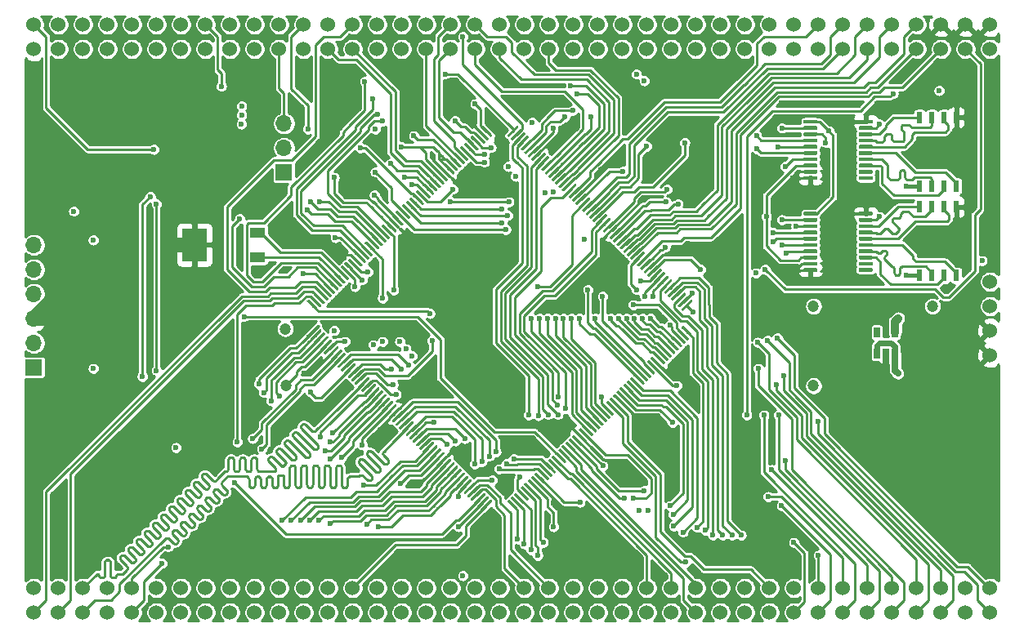
<source format=gbr>
G04 #@! TF.GenerationSoftware,KiCad,Pcbnew,(5.1.9)-1*
G04 #@! TF.CreationDate,2021-06-15T15:58:53-04:00*
G04 #@! TF.ProjectId,SuperVIC-STM32,53757065-7256-4494-932d-53544d33322e,rev?*
G04 #@! TF.SameCoordinates,Original*
G04 #@! TF.FileFunction,Copper,L4,Bot*
G04 #@! TF.FilePolarity,Positive*
%FSLAX46Y46*%
G04 Gerber Fmt 4.6, Leading zero omitted, Abs format (unit mm)*
G04 Created by KiCad (PCBNEW (5.1.9)-1) date 2021-06-15 15:58:53*
%MOMM*%
%LPD*%
G01*
G04 APERTURE LIST*
G04 #@! TA.AperFunction,SMDPad,CuDef*
%ADD10R,0.600000X1.200000*%
G04 #@! TD*
G04 #@! TA.AperFunction,ComponentPad*
%ADD11R,1.700000X1.700000*%
G04 #@! TD*
G04 #@! TA.AperFunction,ComponentPad*
%ADD12O,1.700000X1.700000*%
G04 #@! TD*
G04 #@! TA.AperFunction,SMDPad,CuDef*
%ADD13R,0.650000X1.060000*%
G04 #@! TD*
G04 #@! TA.AperFunction,SMDPad,CuDef*
%ADD14R,1.600000X1.100000*%
G04 #@! TD*
G04 #@! TA.AperFunction,SMDPad,CuDef*
%ADD15R,2.600000X3.500000*%
G04 #@! TD*
G04 #@! TA.AperFunction,ComponentPad*
%ADD16C,1.524000*%
G04 #@! TD*
G04 #@! TA.AperFunction,ViaPad*
%ADD17C,0.600000*%
G04 #@! TD*
G04 #@! TA.AperFunction,ViaPad*
%ADD18C,1.200000*%
G04 #@! TD*
G04 #@! TA.AperFunction,ViaPad*
%ADD19C,0.900000*%
G04 #@! TD*
G04 #@! TA.AperFunction,Conductor*
%ADD20C,0.488000*%
G04 #@! TD*
G04 #@! TA.AperFunction,Conductor*
%ADD21C,1.488000*%
G04 #@! TD*
G04 #@! TA.AperFunction,Conductor*
%ADD22C,0.288000*%
G04 #@! TD*
G04 #@! TA.AperFunction,Conductor*
%ADD23C,0.400000*%
G04 #@! TD*
G04 #@! TA.AperFunction,Conductor*
%ADD24C,0.700000*%
G04 #@! TD*
G04 #@! TA.AperFunction,Conductor*
%ADD25C,0.588000*%
G04 #@! TD*
G04 #@! TA.AperFunction,Conductor*
%ADD26C,0.880000*%
G04 #@! TD*
G04 #@! TA.AperFunction,Conductor*
%ADD27C,0.250000*%
G04 #@! TD*
G04 #@! TA.AperFunction,Conductor*
%ADD28C,0.238000*%
G04 #@! TD*
G04 #@! TA.AperFunction,Conductor*
%ADD29C,0.100000*%
G04 #@! TD*
G04 APERTURE END LIST*
D10*
X221297500Y-117475000D03*
X222567500Y-117475000D03*
X223837500Y-117475000D03*
X225107500Y-117475000D03*
X225107500Y-110363000D03*
X223837500Y-110363000D03*
X222567500Y-110363000D03*
X221297500Y-110363000D03*
X221297500Y-108204000D03*
X222567500Y-108204000D03*
X223837500Y-108204000D03*
X225107500Y-108204000D03*
X225107500Y-101092000D03*
X223837500Y-101092000D03*
X222567500Y-101092000D03*
X221297500Y-101092000D03*
D11*
X129540000Y-127000000D03*
D12*
X129540000Y-124460000D03*
X129540000Y-121920000D03*
X129540000Y-119380000D03*
X129540000Y-116840000D03*
X129540000Y-114300000D03*
D13*
X218755000Y-125560000D03*
X217805000Y-125560000D03*
X216855000Y-125560000D03*
X216855000Y-123360000D03*
X218755000Y-123360000D03*
G04 #@! TA.AperFunction,SMDPad,CuDef*
G36*
G01*
X157824234Y-120081522D02*
X157930300Y-119975456D01*
G75*
G02*
X158036366Y-119975456I53033J-53033D01*
G01*
X158990960Y-120930050D01*
G75*
G02*
X158990960Y-121036116I-53033J-53033D01*
G01*
X158884894Y-121142182D01*
G75*
G02*
X158778828Y-121142182I-53033J53033D01*
G01*
X157824234Y-120187588D01*
G75*
G02*
X157824234Y-120081522I53033J53033D01*
G01*
G37*
G04 #@! TD.AperFunction*
G04 #@! TA.AperFunction,SMDPad,CuDef*
G36*
G01*
X158177787Y-119727969D02*
X158283853Y-119621903D01*
G75*
G02*
X158389919Y-119621903I53033J-53033D01*
G01*
X159344513Y-120576497D01*
G75*
G02*
X159344513Y-120682563I-53033J-53033D01*
G01*
X159238447Y-120788629D01*
G75*
G02*
X159132381Y-120788629I-53033J53033D01*
G01*
X158177787Y-119834035D01*
G75*
G02*
X158177787Y-119727969I53033J53033D01*
G01*
G37*
G04 #@! TD.AperFunction*
G04 #@! TA.AperFunction,SMDPad,CuDef*
G36*
G01*
X158531340Y-119374416D02*
X158637406Y-119268350D01*
G75*
G02*
X158743472Y-119268350I53033J-53033D01*
G01*
X159698066Y-120222944D01*
G75*
G02*
X159698066Y-120329010I-53033J-53033D01*
G01*
X159592000Y-120435076D01*
G75*
G02*
X159485934Y-120435076I-53033J53033D01*
G01*
X158531340Y-119480482D01*
G75*
G02*
X158531340Y-119374416I53033J53033D01*
G01*
G37*
G04 #@! TD.AperFunction*
G04 #@! TA.AperFunction,SMDPad,CuDef*
G36*
G01*
X158884894Y-119020862D02*
X158990960Y-118914796D01*
G75*
G02*
X159097026Y-118914796I53033J-53033D01*
G01*
X160051620Y-119869390D01*
G75*
G02*
X160051620Y-119975456I-53033J-53033D01*
G01*
X159945554Y-120081522D01*
G75*
G02*
X159839488Y-120081522I-53033J53033D01*
G01*
X158884894Y-119126928D01*
G75*
G02*
X158884894Y-119020862I53033J53033D01*
G01*
G37*
G04 #@! TD.AperFunction*
G04 #@! TA.AperFunction,SMDPad,CuDef*
G36*
G01*
X159238447Y-118667309D02*
X159344513Y-118561243D01*
G75*
G02*
X159450579Y-118561243I53033J-53033D01*
G01*
X160405173Y-119515837D01*
G75*
G02*
X160405173Y-119621903I-53033J-53033D01*
G01*
X160299107Y-119727969D01*
G75*
G02*
X160193041Y-119727969I-53033J53033D01*
G01*
X159238447Y-118773375D01*
G75*
G02*
X159238447Y-118667309I53033J53033D01*
G01*
G37*
G04 #@! TD.AperFunction*
G04 #@! TA.AperFunction,SMDPad,CuDef*
G36*
G01*
X159592000Y-118313755D02*
X159698066Y-118207689D01*
G75*
G02*
X159804132Y-118207689I53033J-53033D01*
G01*
X160758726Y-119162283D01*
G75*
G02*
X160758726Y-119268349I-53033J-53033D01*
G01*
X160652660Y-119374415D01*
G75*
G02*
X160546594Y-119374415I-53033J53033D01*
G01*
X159592000Y-118419821D01*
G75*
G02*
X159592000Y-118313755I53033J53033D01*
G01*
G37*
G04 #@! TD.AperFunction*
G04 #@! TA.AperFunction,SMDPad,CuDef*
G36*
G01*
X159945554Y-117960202D02*
X160051620Y-117854136D01*
G75*
G02*
X160157686Y-117854136I53033J-53033D01*
G01*
X161112280Y-118808730D01*
G75*
G02*
X161112280Y-118914796I-53033J-53033D01*
G01*
X161006214Y-119020862D01*
G75*
G02*
X160900148Y-119020862I-53033J53033D01*
G01*
X159945554Y-118066268D01*
G75*
G02*
X159945554Y-117960202I53033J53033D01*
G01*
G37*
G04 #@! TD.AperFunction*
G04 #@! TA.AperFunction,SMDPad,CuDef*
G36*
G01*
X160299107Y-117606649D02*
X160405173Y-117500583D01*
G75*
G02*
X160511239Y-117500583I53033J-53033D01*
G01*
X161465833Y-118455177D01*
G75*
G02*
X161465833Y-118561243I-53033J-53033D01*
G01*
X161359767Y-118667309D01*
G75*
G02*
X161253701Y-118667309I-53033J53033D01*
G01*
X160299107Y-117712715D01*
G75*
G02*
X160299107Y-117606649I53033J53033D01*
G01*
G37*
G04 #@! TD.AperFunction*
G04 #@! TA.AperFunction,SMDPad,CuDef*
G36*
G01*
X160652661Y-117253095D02*
X160758727Y-117147029D01*
G75*
G02*
X160864793Y-117147029I53033J-53033D01*
G01*
X161819387Y-118101623D01*
G75*
G02*
X161819387Y-118207689I-53033J-53033D01*
G01*
X161713321Y-118313755D01*
G75*
G02*
X161607255Y-118313755I-53033J53033D01*
G01*
X160652661Y-117359161D01*
G75*
G02*
X160652661Y-117253095I53033J53033D01*
G01*
G37*
G04 #@! TD.AperFunction*
G04 #@! TA.AperFunction,SMDPad,CuDef*
G36*
G01*
X161006214Y-116899542D02*
X161112280Y-116793476D01*
G75*
G02*
X161218346Y-116793476I53033J-53033D01*
G01*
X162172940Y-117748070D01*
G75*
G02*
X162172940Y-117854136I-53033J-53033D01*
G01*
X162066874Y-117960202D01*
G75*
G02*
X161960808Y-117960202I-53033J53033D01*
G01*
X161006214Y-117005608D01*
G75*
G02*
X161006214Y-116899542I53033J53033D01*
G01*
G37*
G04 #@! TD.AperFunction*
G04 #@! TA.AperFunction,SMDPad,CuDef*
G36*
G01*
X161359767Y-116545989D02*
X161465833Y-116439923D01*
G75*
G02*
X161571899Y-116439923I53033J-53033D01*
G01*
X162526493Y-117394517D01*
G75*
G02*
X162526493Y-117500583I-53033J-53033D01*
G01*
X162420427Y-117606649D01*
G75*
G02*
X162314361Y-117606649I-53033J53033D01*
G01*
X161359767Y-116652055D01*
G75*
G02*
X161359767Y-116545989I53033J53033D01*
G01*
G37*
G04 #@! TD.AperFunction*
G04 #@! TA.AperFunction,SMDPad,CuDef*
G36*
G01*
X161713321Y-116192435D02*
X161819387Y-116086369D01*
G75*
G02*
X161925453Y-116086369I53033J-53033D01*
G01*
X162880047Y-117040963D01*
G75*
G02*
X162880047Y-117147029I-53033J-53033D01*
G01*
X162773981Y-117253095D01*
G75*
G02*
X162667915Y-117253095I-53033J53033D01*
G01*
X161713321Y-116298501D01*
G75*
G02*
X161713321Y-116192435I53033J53033D01*
G01*
G37*
G04 #@! TD.AperFunction*
G04 #@! TA.AperFunction,SMDPad,CuDef*
G36*
G01*
X162066874Y-115838882D02*
X162172940Y-115732816D01*
G75*
G02*
X162279006Y-115732816I53033J-53033D01*
G01*
X163233600Y-116687410D01*
G75*
G02*
X163233600Y-116793476I-53033J-53033D01*
G01*
X163127534Y-116899542D01*
G75*
G02*
X163021468Y-116899542I-53033J53033D01*
G01*
X162066874Y-115944948D01*
G75*
G02*
X162066874Y-115838882I53033J53033D01*
G01*
G37*
G04 #@! TD.AperFunction*
G04 #@! TA.AperFunction,SMDPad,CuDef*
G36*
G01*
X162420428Y-115485328D02*
X162526494Y-115379262D01*
G75*
G02*
X162632560Y-115379262I53033J-53033D01*
G01*
X163587154Y-116333856D01*
G75*
G02*
X163587154Y-116439922I-53033J-53033D01*
G01*
X163481088Y-116545988D01*
G75*
G02*
X163375022Y-116545988I-53033J53033D01*
G01*
X162420428Y-115591394D01*
G75*
G02*
X162420428Y-115485328I53033J53033D01*
G01*
G37*
G04 #@! TD.AperFunction*
G04 #@! TA.AperFunction,SMDPad,CuDef*
G36*
G01*
X162773981Y-115131775D02*
X162880047Y-115025709D01*
G75*
G02*
X162986113Y-115025709I53033J-53033D01*
G01*
X163940707Y-115980303D01*
G75*
G02*
X163940707Y-116086369I-53033J-53033D01*
G01*
X163834641Y-116192435D01*
G75*
G02*
X163728575Y-116192435I-53033J53033D01*
G01*
X162773981Y-115237841D01*
G75*
G02*
X162773981Y-115131775I53033J53033D01*
G01*
G37*
G04 #@! TD.AperFunction*
G04 #@! TA.AperFunction,SMDPad,CuDef*
G36*
G01*
X163127534Y-114778222D02*
X163233600Y-114672156D01*
G75*
G02*
X163339666Y-114672156I53033J-53033D01*
G01*
X164294260Y-115626750D01*
G75*
G02*
X164294260Y-115732816I-53033J-53033D01*
G01*
X164188194Y-115838882D01*
G75*
G02*
X164082128Y-115838882I-53033J53033D01*
G01*
X163127534Y-114884288D01*
G75*
G02*
X163127534Y-114778222I53033J53033D01*
G01*
G37*
G04 #@! TD.AperFunction*
G04 #@! TA.AperFunction,SMDPad,CuDef*
G36*
G01*
X163481088Y-114424668D02*
X163587154Y-114318602D01*
G75*
G02*
X163693220Y-114318602I53033J-53033D01*
G01*
X164647814Y-115273196D01*
G75*
G02*
X164647814Y-115379262I-53033J-53033D01*
G01*
X164541748Y-115485328D01*
G75*
G02*
X164435682Y-115485328I-53033J53033D01*
G01*
X163481088Y-114530734D01*
G75*
G02*
X163481088Y-114424668I53033J53033D01*
G01*
G37*
G04 #@! TD.AperFunction*
G04 #@! TA.AperFunction,SMDPad,CuDef*
G36*
G01*
X163834641Y-114071115D02*
X163940707Y-113965049D01*
G75*
G02*
X164046773Y-113965049I53033J-53033D01*
G01*
X165001367Y-114919643D01*
G75*
G02*
X165001367Y-115025709I-53033J-53033D01*
G01*
X164895301Y-115131775D01*
G75*
G02*
X164789235Y-115131775I-53033J53033D01*
G01*
X163834641Y-114177181D01*
G75*
G02*
X163834641Y-114071115I53033J53033D01*
G01*
G37*
G04 #@! TD.AperFunction*
G04 #@! TA.AperFunction,SMDPad,CuDef*
G36*
G01*
X164188195Y-113717561D02*
X164294261Y-113611495D01*
G75*
G02*
X164400327Y-113611495I53033J-53033D01*
G01*
X165354921Y-114566089D01*
G75*
G02*
X165354921Y-114672155I-53033J-53033D01*
G01*
X165248855Y-114778221D01*
G75*
G02*
X165142789Y-114778221I-53033J53033D01*
G01*
X164188195Y-113823627D01*
G75*
G02*
X164188195Y-113717561I53033J53033D01*
G01*
G37*
G04 #@! TD.AperFunction*
G04 #@! TA.AperFunction,SMDPad,CuDef*
G36*
G01*
X164541748Y-113364008D02*
X164647814Y-113257942D01*
G75*
G02*
X164753880Y-113257942I53033J-53033D01*
G01*
X165708474Y-114212536D01*
G75*
G02*
X165708474Y-114318602I-53033J-53033D01*
G01*
X165602408Y-114424668D01*
G75*
G02*
X165496342Y-114424668I-53033J53033D01*
G01*
X164541748Y-113470074D01*
G75*
G02*
X164541748Y-113364008I53033J53033D01*
G01*
G37*
G04 #@! TD.AperFunction*
G04 #@! TA.AperFunction,SMDPad,CuDef*
G36*
G01*
X164895301Y-113010455D02*
X165001367Y-112904389D01*
G75*
G02*
X165107433Y-112904389I53033J-53033D01*
G01*
X166062027Y-113858983D01*
G75*
G02*
X166062027Y-113965049I-53033J-53033D01*
G01*
X165955961Y-114071115D01*
G75*
G02*
X165849895Y-114071115I-53033J53033D01*
G01*
X164895301Y-113116521D01*
G75*
G02*
X164895301Y-113010455I53033J53033D01*
G01*
G37*
G04 #@! TD.AperFunction*
G04 #@! TA.AperFunction,SMDPad,CuDef*
G36*
G01*
X165248855Y-112656901D02*
X165354921Y-112550835D01*
G75*
G02*
X165460987Y-112550835I53033J-53033D01*
G01*
X166415581Y-113505429D01*
G75*
G02*
X166415581Y-113611495I-53033J-53033D01*
G01*
X166309515Y-113717561D01*
G75*
G02*
X166203449Y-113717561I-53033J53033D01*
G01*
X165248855Y-112762967D01*
G75*
G02*
X165248855Y-112656901I53033J53033D01*
G01*
G37*
G04 #@! TD.AperFunction*
G04 #@! TA.AperFunction,SMDPad,CuDef*
G36*
G01*
X165602408Y-112303348D02*
X165708474Y-112197282D01*
G75*
G02*
X165814540Y-112197282I53033J-53033D01*
G01*
X166769134Y-113151876D01*
G75*
G02*
X166769134Y-113257942I-53033J-53033D01*
G01*
X166663068Y-113364008D01*
G75*
G02*
X166557002Y-113364008I-53033J53033D01*
G01*
X165602408Y-112409414D01*
G75*
G02*
X165602408Y-112303348I53033J53033D01*
G01*
G37*
G04 #@! TD.AperFunction*
G04 #@! TA.AperFunction,SMDPad,CuDef*
G36*
G01*
X165955962Y-111949794D02*
X166062028Y-111843728D01*
G75*
G02*
X166168094Y-111843728I53033J-53033D01*
G01*
X167122688Y-112798322D01*
G75*
G02*
X167122688Y-112904388I-53033J-53033D01*
G01*
X167016622Y-113010454D01*
G75*
G02*
X166910556Y-113010454I-53033J53033D01*
G01*
X165955962Y-112055860D01*
G75*
G02*
X165955962Y-111949794I53033J53033D01*
G01*
G37*
G04 #@! TD.AperFunction*
G04 #@! TA.AperFunction,SMDPad,CuDef*
G36*
G01*
X166309515Y-111596241D02*
X166415581Y-111490175D01*
G75*
G02*
X166521647Y-111490175I53033J-53033D01*
G01*
X167476241Y-112444769D01*
G75*
G02*
X167476241Y-112550835I-53033J-53033D01*
G01*
X167370175Y-112656901D01*
G75*
G02*
X167264109Y-112656901I-53033J53033D01*
G01*
X166309515Y-111702307D01*
G75*
G02*
X166309515Y-111596241I53033J53033D01*
G01*
G37*
G04 #@! TD.AperFunction*
G04 #@! TA.AperFunction,SMDPad,CuDef*
G36*
G01*
X166663068Y-111242688D02*
X166769134Y-111136622D01*
G75*
G02*
X166875200Y-111136622I53033J-53033D01*
G01*
X167829794Y-112091216D01*
G75*
G02*
X167829794Y-112197282I-53033J-53033D01*
G01*
X167723728Y-112303348D01*
G75*
G02*
X167617662Y-112303348I-53033J53033D01*
G01*
X166663068Y-111348754D01*
G75*
G02*
X166663068Y-111242688I53033J53033D01*
G01*
G37*
G04 #@! TD.AperFunction*
G04 #@! TA.AperFunction,SMDPad,CuDef*
G36*
G01*
X167016622Y-110889134D02*
X167122688Y-110783068D01*
G75*
G02*
X167228754Y-110783068I53033J-53033D01*
G01*
X168183348Y-111737662D01*
G75*
G02*
X168183348Y-111843728I-53033J-53033D01*
G01*
X168077282Y-111949794D01*
G75*
G02*
X167971216Y-111949794I-53033J53033D01*
G01*
X167016622Y-110995200D01*
G75*
G02*
X167016622Y-110889134I53033J53033D01*
G01*
G37*
G04 #@! TD.AperFunction*
G04 #@! TA.AperFunction,SMDPad,CuDef*
G36*
G01*
X167370175Y-110535581D02*
X167476241Y-110429515D01*
G75*
G02*
X167582307Y-110429515I53033J-53033D01*
G01*
X168536901Y-111384109D01*
G75*
G02*
X168536901Y-111490175I-53033J-53033D01*
G01*
X168430835Y-111596241D01*
G75*
G02*
X168324769Y-111596241I-53033J53033D01*
G01*
X167370175Y-110641647D01*
G75*
G02*
X167370175Y-110535581I53033J53033D01*
G01*
G37*
G04 #@! TD.AperFunction*
G04 #@! TA.AperFunction,SMDPad,CuDef*
G36*
G01*
X167723728Y-110182028D02*
X167829794Y-110075962D01*
G75*
G02*
X167935860Y-110075962I53033J-53033D01*
G01*
X168890454Y-111030556D01*
G75*
G02*
X168890454Y-111136622I-53033J-53033D01*
G01*
X168784388Y-111242688D01*
G75*
G02*
X168678322Y-111242688I-53033J53033D01*
G01*
X167723728Y-110288094D01*
G75*
G02*
X167723728Y-110182028I53033J53033D01*
G01*
G37*
G04 #@! TD.AperFunction*
G04 #@! TA.AperFunction,SMDPad,CuDef*
G36*
G01*
X168077282Y-109828474D02*
X168183348Y-109722408D01*
G75*
G02*
X168289414Y-109722408I53033J-53033D01*
G01*
X169244008Y-110677002D01*
G75*
G02*
X169244008Y-110783068I-53033J-53033D01*
G01*
X169137942Y-110889134D01*
G75*
G02*
X169031876Y-110889134I-53033J53033D01*
G01*
X168077282Y-109934540D01*
G75*
G02*
X168077282Y-109828474I53033J53033D01*
G01*
G37*
G04 #@! TD.AperFunction*
G04 #@! TA.AperFunction,SMDPad,CuDef*
G36*
G01*
X168430835Y-109474921D02*
X168536901Y-109368855D01*
G75*
G02*
X168642967Y-109368855I53033J-53033D01*
G01*
X169597561Y-110323449D01*
G75*
G02*
X169597561Y-110429515I-53033J-53033D01*
G01*
X169491495Y-110535581D01*
G75*
G02*
X169385429Y-110535581I-53033J53033D01*
G01*
X168430835Y-109580987D01*
G75*
G02*
X168430835Y-109474921I53033J53033D01*
G01*
G37*
G04 #@! TD.AperFunction*
G04 #@! TA.AperFunction,SMDPad,CuDef*
G36*
G01*
X168784389Y-109121367D02*
X168890455Y-109015301D01*
G75*
G02*
X168996521Y-109015301I53033J-53033D01*
G01*
X169951115Y-109969895D01*
G75*
G02*
X169951115Y-110075961I-53033J-53033D01*
G01*
X169845049Y-110182027D01*
G75*
G02*
X169738983Y-110182027I-53033J53033D01*
G01*
X168784389Y-109227433D01*
G75*
G02*
X168784389Y-109121367I53033J53033D01*
G01*
G37*
G04 #@! TD.AperFunction*
G04 #@! TA.AperFunction,SMDPad,CuDef*
G36*
G01*
X169137942Y-108767814D02*
X169244008Y-108661748D01*
G75*
G02*
X169350074Y-108661748I53033J-53033D01*
G01*
X170304668Y-109616342D01*
G75*
G02*
X170304668Y-109722408I-53033J-53033D01*
G01*
X170198602Y-109828474D01*
G75*
G02*
X170092536Y-109828474I-53033J53033D01*
G01*
X169137942Y-108873880D01*
G75*
G02*
X169137942Y-108767814I53033J53033D01*
G01*
G37*
G04 #@! TD.AperFunction*
G04 #@! TA.AperFunction,SMDPad,CuDef*
G36*
G01*
X169491495Y-108414261D02*
X169597561Y-108308195D01*
G75*
G02*
X169703627Y-108308195I53033J-53033D01*
G01*
X170658221Y-109262789D01*
G75*
G02*
X170658221Y-109368855I-53033J-53033D01*
G01*
X170552155Y-109474921D01*
G75*
G02*
X170446089Y-109474921I-53033J53033D01*
G01*
X169491495Y-108520327D01*
G75*
G02*
X169491495Y-108414261I53033J53033D01*
G01*
G37*
G04 #@! TD.AperFunction*
G04 #@! TA.AperFunction,SMDPad,CuDef*
G36*
G01*
X169845049Y-108060707D02*
X169951115Y-107954641D01*
G75*
G02*
X170057181Y-107954641I53033J-53033D01*
G01*
X171011775Y-108909235D01*
G75*
G02*
X171011775Y-109015301I-53033J-53033D01*
G01*
X170905709Y-109121367D01*
G75*
G02*
X170799643Y-109121367I-53033J53033D01*
G01*
X169845049Y-108166773D01*
G75*
G02*
X169845049Y-108060707I53033J53033D01*
G01*
G37*
G04 #@! TD.AperFunction*
G04 #@! TA.AperFunction,SMDPad,CuDef*
G36*
G01*
X170198602Y-107707154D02*
X170304668Y-107601088D01*
G75*
G02*
X170410734Y-107601088I53033J-53033D01*
G01*
X171365328Y-108555682D01*
G75*
G02*
X171365328Y-108661748I-53033J-53033D01*
G01*
X171259262Y-108767814D01*
G75*
G02*
X171153196Y-108767814I-53033J53033D01*
G01*
X170198602Y-107813220D01*
G75*
G02*
X170198602Y-107707154I53033J53033D01*
G01*
G37*
G04 #@! TD.AperFunction*
G04 #@! TA.AperFunction,SMDPad,CuDef*
G36*
G01*
X170552156Y-107353600D02*
X170658222Y-107247534D01*
G75*
G02*
X170764288Y-107247534I53033J-53033D01*
G01*
X171718882Y-108202128D01*
G75*
G02*
X171718882Y-108308194I-53033J-53033D01*
G01*
X171612816Y-108414260D01*
G75*
G02*
X171506750Y-108414260I-53033J53033D01*
G01*
X170552156Y-107459666D01*
G75*
G02*
X170552156Y-107353600I53033J53033D01*
G01*
G37*
G04 #@! TD.AperFunction*
G04 #@! TA.AperFunction,SMDPad,CuDef*
G36*
G01*
X170905709Y-107000047D02*
X171011775Y-106893981D01*
G75*
G02*
X171117841Y-106893981I53033J-53033D01*
G01*
X172072435Y-107848575D01*
G75*
G02*
X172072435Y-107954641I-53033J-53033D01*
G01*
X171966369Y-108060707D01*
G75*
G02*
X171860303Y-108060707I-53033J53033D01*
G01*
X170905709Y-107106113D01*
G75*
G02*
X170905709Y-107000047I53033J53033D01*
G01*
G37*
G04 #@! TD.AperFunction*
G04 #@! TA.AperFunction,SMDPad,CuDef*
G36*
G01*
X171259262Y-106646494D02*
X171365328Y-106540428D01*
G75*
G02*
X171471394Y-106540428I53033J-53033D01*
G01*
X172425988Y-107495022D01*
G75*
G02*
X172425988Y-107601088I-53033J-53033D01*
G01*
X172319922Y-107707154D01*
G75*
G02*
X172213856Y-107707154I-53033J53033D01*
G01*
X171259262Y-106752560D01*
G75*
G02*
X171259262Y-106646494I53033J53033D01*
G01*
G37*
G04 #@! TD.AperFunction*
G04 #@! TA.AperFunction,SMDPad,CuDef*
G36*
G01*
X171612816Y-106292940D02*
X171718882Y-106186874D01*
G75*
G02*
X171824948Y-106186874I53033J-53033D01*
G01*
X172779542Y-107141468D01*
G75*
G02*
X172779542Y-107247534I-53033J-53033D01*
G01*
X172673476Y-107353600D01*
G75*
G02*
X172567410Y-107353600I-53033J53033D01*
G01*
X171612816Y-106399006D01*
G75*
G02*
X171612816Y-106292940I53033J53033D01*
G01*
G37*
G04 #@! TD.AperFunction*
G04 #@! TA.AperFunction,SMDPad,CuDef*
G36*
G01*
X171966369Y-105939387D02*
X172072435Y-105833321D01*
G75*
G02*
X172178501Y-105833321I53033J-53033D01*
G01*
X173133095Y-106787915D01*
G75*
G02*
X173133095Y-106893981I-53033J-53033D01*
G01*
X173027029Y-107000047D01*
G75*
G02*
X172920963Y-107000047I-53033J53033D01*
G01*
X171966369Y-106045453D01*
G75*
G02*
X171966369Y-105939387I53033J53033D01*
G01*
G37*
G04 #@! TD.AperFunction*
G04 #@! TA.AperFunction,SMDPad,CuDef*
G36*
G01*
X172319923Y-105585833D02*
X172425989Y-105479767D01*
G75*
G02*
X172532055Y-105479767I53033J-53033D01*
G01*
X173486649Y-106434361D01*
G75*
G02*
X173486649Y-106540427I-53033J-53033D01*
G01*
X173380583Y-106646493D01*
G75*
G02*
X173274517Y-106646493I-53033J53033D01*
G01*
X172319923Y-105691899D01*
G75*
G02*
X172319923Y-105585833I53033J53033D01*
G01*
G37*
G04 #@! TD.AperFunction*
G04 #@! TA.AperFunction,SMDPad,CuDef*
G36*
G01*
X172673476Y-105232280D02*
X172779542Y-105126214D01*
G75*
G02*
X172885608Y-105126214I53033J-53033D01*
G01*
X173840202Y-106080808D01*
G75*
G02*
X173840202Y-106186874I-53033J-53033D01*
G01*
X173734136Y-106292940D01*
G75*
G02*
X173628070Y-106292940I-53033J53033D01*
G01*
X172673476Y-105338346D01*
G75*
G02*
X172673476Y-105232280I53033J53033D01*
G01*
G37*
G04 #@! TD.AperFunction*
G04 #@! TA.AperFunction,SMDPad,CuDef*
G36*
G01*
X173027029Y-104878727D02*
X173133095Y-104772661D01*
G75*
G02*
X173239161Y-104772661I53033J-53033D01*
G01*
X174193755Y-105727255D01*
G75*
G02*
X174193755Y-105833321I-53033J-53033D01*
G01*
X174087689Y-105939387D01*
G75*
G02*
X173981623Y-105939387I-53033J53033D01*
G01*
X173027029Y-104984793D01*
G75*
G02*
X173027029Y-104878727I53033J53033D01*
G01*
G37*
G04 #@! TD.AperFunction*
G04 #@! TA.AperFunction,SMDPad,CuDef*
G36*
G01*
X173380583Y-104525173D02*
X173486649Y-104419107D01*
G75*
G02*
X173592715Y-104419107I53033J-53033D01*
G01*
X174547309Y-105373701D01*
G75*
G02*
X174547309Y-105479767I-53033J-53033D01*
G01*
X174441243Y-105585833D01*
G75*
G02*
X174335177Y-105585833I-53033J53033D01*
G01*
X173380583Y-104631239D01*
G75*
G02*
X173380583Y-104525173I53033J53033D01*
G01*
G37*
G04 #@! TD.AperFunction*
G04 #@! TA.AperFunction,SMDPad,CuDef*
G36*
G01*
X173734136Y-104171620D02*
X173840202Y-104065554D01*
G75*
G02*
X173946268Y-104065554I53033J-53033D01*
G01*
X174900862Y-105020148D01*
G75*
G02*
X174900862Y-105126214I-53033J-53033D01*
G01*
X174794796Y-105232280D01*
G75*
G02*
X174688730Y-105232280I-53033J53033D01*
G01*
X173734136Y-104277686D01*
G75*
G02*
X173734136Y-104171620I53033J53033D01*
G01*
G37*
G04 #@! TD.AperFunction*
G04 #@! TA.AperFunction,SMDPad,CuDef*
G36*
G01*
X174087689Y-103818066D02*
X174193755Y-103712000D01*
G75*
G02*
X174299821Y-103712000I53033J-53033D01*
G01*
X175254415Y-104666594D01*
G75*
G02*
X175254415Y-104772660I-53033J-53033D01*
G01*
X175148349Y-104878726D01*
G75*
G02*
X175042283Y-104878726I-53033J53033D01*
G01*
X174087689Y-103924132D01*
G75*
G02*
X174087689Y-103818066I53033J53033D01*
G01*
G37*
G04 #@! TD.AperFunction*
G04 #@! TA.AperFunction,SMDPad,CuDef*
G36*
G01*
X174441243Y-103464513D02*
X174547309Y-103358447D01*
G75*
G02*
X174653375Y-103358447I53033J-53033D01*
G01*
X175607969Y-104313041D01*
G75*
G02*
X175607969Y-104419107I-53033J-53033D01*
G01*
X175501903Y-104525173D01*
G75*
G02*
X175395837Y-104525173I-53033J53033D01*
G01*
X174441243Y-103570579D01*
G75*
G02*
X174441243Y-103464513I53033J53033D01*
G01*
G37*
G04 #@! TD.AperFunction*
G04 #@! TA.AperFunction,SMDPad,CuDef*
G36*
G01*
X174794796Y-103110960D02*
X174900862Y-103004894D01*
G75*
G02*
X175006928Y-103004894I53033J-53033D01*
G01*
X175961522Y-103959488D01*
G75*
G02*
X175961522Y-104065554I-53033J-53033D01*
G01*
X175855456Y-104171620D01*
G75*
G02*
X175749390Y-104171620I-53033J53033D01*
G01*
X174794796Y-103217026D01*
G75*
G02*
X174794796Y-103110960I53033J53033D01*
G01*
G37*
G04 #@! TD.AperFunction*
G04 #@! TA.AperFunction,SMDPad,CuDef*
G36*
G01*
X175148350Y-102757406D02*
X175254416Y-102651340D01*
G75*
G02*
X175360482Y-102651340I53033J-53033D01*
G01*
X176315076Y-103605934D01*
G75*
G02*
X176315076Y-103712000I-53033J-53033D01*
G01*
X176209010Y-103818066D01*
G75*
G02*
X176102944Y-103818066I-53033J53033D01*
G01*
X175148350Y-102863472D01*
G75*
G02*
X175148350Y-102757406I53033J53033D01*
G01*
G37*
G04 #@! TD.AperFunction*
G04 #@! TA.AperFunction,SMDPad,CuDef*
G36*
G01*
X175501903Y-102403853D02*
X175607969Y-102297787D01*
G75*
G02*
X175714035Y-102297787I53033J-53033D01*
G01*
X176668629Y-103252381D01*
G75*
G02*
X176668629Y-103358447I-53033J-53033D01*
G01*
X176562563Y-103464513D01*
G75*
G02*
X176456497Y-103464513I-53033J53033D01*
G01*
X175501903Y-102509919D01*
G75*
G02*
X175501903Y-102403853I53033J53033D01*
G01*
G37*
G04 #@! TD.AperFunction*
G04 #@! TA.AperFunction,SMDPad,CuDef*
G36*
G01*
X175855456Y-102050300D02*
X175961522Y-101944234D01*
G75*
G02*
X176067588Y-101944234I53033J-53033D01*
G01*
X177022182Y-102898828D01*
G75*
G02*
X177022182Y-103004894I-53033J-53033D01*
G01*
X176916116Y-103110960D01*
G75*
G02*
X176810050Y-103110960I-53033J53033D01*
G01*
X175855456Y-102156366D01*
G75*
G02*
X175855456Y-102050300I53033J53033D01*
G01*
G37*
G04 #@! TD.AperFunction*
G04 #@! TA.AperFunction,SMDPad,CuDef*
G36*
G01*
X178577818Y-102898828D02*
X179532412Y-101944234D01*
G75*
G02*
X179638478Y-101944234I53033J-53033D01*
G01*
X179744544Y-102050300D01*
G75*
G02*
X179744544Y-102156366I-53033J-53033D01*
G01*
X178789950Y-103110960D01*
G75*
G02*
X178683884Y-103110960I-53033J53033D01*
G01*
X178577818Y-103004894D01*
G75*
G02*
X178577818Y-102898828I53033J53033D01*
G01*
G37*
G04 #@! TD.AperFunction*
G04 #@! TA.AperFunction,SMDPad,CuDef*
G36*
G01*
X178931371Y-103252381D02*
X179885965Y-102297787D01*
G75*
G02*
X179992031Y-102297787I53033J-53033D01*
G01*
X180098097Y-102403853D01*
G75*
G02*
X180098097Y-102509919I-53033J-53033D01*
G01*
X179143503Y-103464513D01*
G75*
G02*
X179037437Y-103464513I-53033J53033D01*
G01*
X178931371Y-103358447D01*
G75*
G02*
X178931371Y-103252381I53033J53033D01*
G01*
G37*
G04 #@! TD.AperFunction*
G04 #@! TA.AperFunction,SMDPad,CuDef*
G36*
G01*
X179284924Y-103605934D02*
X180239518Y-102651340D01*
G75*
G02*
X180345584Y-102651340I53033J-53033D01*
G01*
X180451650Y-102757406D01*
G75*
G02*
X180451650Y-102863472I-53033J-53033D01*
G01*
X179497056Y-103818066D01*
G75*
G02*
X179390990Y-103818066I-53033J53033D01*
G01*
X179284924Y-103712000D01*
G75*
G02*
X179284924Y-103605934I53033J53033D01*
G01*
G37*
G04 #@! TD.AperFunction*
G04 #@! TA.AperFunction,SMDPad,CuDef*
G36*
G01*
X179638478Y-103959488D02*
X180593072Y-103004894D01*
G75*
G02*
X180699138Y-103004894I53033J-53033D01*
G01*
X180805204Y-103110960D01*
G75*
G02*
X180805204Y-103217026I-53033J-53033D01*
G01*
X179850610Y-104171620D01*
G75*
G02*
X179744544Y-104171620I-53033J53033D01*
G01*
X179638478Y-104065554D01*
G75*
G02*
X179638478Y-103959488I53033J53033D01*
G01*
G37*
G04 #@! TD.AperFunction*
G04 #@! TA.AperFunction,SMDPad,CuDef*
G36*
G01*
X179992031Y-104313041D02*
X180946625Y-103358447D01*
G75*
G02*
X181052691Y-103358447I53033J-53033D01*
G01*
X181158757Y-103464513D01*
G75*
G02*
X181158757Y-103570579I-53033J-53033D01*
G01*
X180204163Y-104525173D01*
G75*
G02*
X180098097Y-104525173I-53033J53033D01*
G01*
X179992031Y-104419107D01*
G75*
G02*
X179992031Y-104313041I53033J53033D01*
G01*
G37*
G04 #@! TD.AperFunction*
G04 #@! TA.AperFunction,SMDPad,CuDef*
G36*
G01*
X180345585Y-104666594D02*
X181300179Y-103712000D01*
G75*
G02*
X181406245Y-103712000I53033J-53033D01*
G01*
X181512311Y-103818066D01*
G75*
G02*
X181512311Y-103924132I-53033J-53033D01*
G01*
X180557717Y-104878726D01*
G75*
G02*
X180451651Y-104878726I-53033J53033D01*
G01*
X180345585Y-104772660D01*
G75*
G02*
X180345585Y-104666594I53033J53033D01*
G01*
G37*
G04 #@! TD.AperFunction*
G04 #@! TA.AperFunction,SMDPad,CuDef*
G36*
G01*
X180699138Y-105020148D02*
X181653732Y-104065554D01*
G75*
G02*
X181759798Y-104065554I53033J-53033D01*
G01*
X181865864Y-104171620D01*
G75*
G02*
X181865864Y-104277686I-53033J-53033D01*
G01*
X180911270Y-105232280D01*
G75*
G02*
X180805204Y-105232280I-53033J53033D01*
G01*
X180699138Y-105126214D01*
G75*
G02*
X180699138Y-105020148I53033J53033D01*
G01*
G37*
G04 #@! TD.AperFunction*
G04 #@! TA.AperFunction,SMDPad,CuDef*
G36*
G01*
X181052691Y-105373701D02*
X182007285Y-104419107D01*
G75*
G02*
X182113351Y-104419107I53033J-53033D01*
G01*
X182219417Y-104525173D01*
G75*
G02*
X182219417Y-104631239I-53033J-53033D01*
G01*
X181264823Y-105585833D01*
G75*
G02*
X181158757Y-105585833I-53033J53033D01*
G01*
X181052691Y-105479767D01*
G75*
G02*
X181052691Y-105373701I53033J53033D01*
G01*
G37*
G04 #@! TD.AperFunction*
G04 #@! TA.AperFunction,SMDPad,CuDef*
G36*
G01*
X181406245Y-105727255D02*
X182360839Y-104772661D01*
G75*
G02*
X182466905Y-104772661I53033J-53033D01*
G01*
X182572971Y-104878727D01*
G75*
G02*
X182572971Y-104984793I-53033J-53033D01*
G01*
X181618377Y-105939387D01*
G75*
G02*
X181512311Y-105939387I-53033J53033D01*
G01*
X181406245Y-105833321D01*
G75*
G02*
X181406245Y-105727255I53033J53033D01*
G01*
G37*
G04 #@! TD.AperFunction*
G04 #@! TA.AperFunction,SMDPad,CuDef*
G36*
G01*
X181759798Y-106080808D02*
X182714392Y-105126214D01*
G75*
G02*
X182820458Y-105126214I53033J-53033D01*
G01*
X182926524Y-105232280D01*
G75*
G02*
X182926524Y-105338346I-53033J-53033D01*
G01*
X181971930Y-106292940D01*
G75*
G02*
X181865864Y-106292940I-53033J53033D01*
G01*
X181759798Y-106186874D01*
G75*
G02*
X181759798Y-106080808I53033J53033D01*
G01*
G37*
G04 #@! TD.AperFunction*
G04 #@! TA.AperFunction,SMDPad,CuDef*
G36*
G01*
X182113351Y-106434361D02*
X183067945Y-105479767D01*
G75*
G02*
X183174011Y-105479767I53033J-53033D01*
G01*
X183280077Y-105585833D01*
G75*
G02*
X183280077Y-105691899I-53033J-53033D01*
G01*
X182325483Y-106646493D01*
G75*
G02*
X182219417Y-106646493I-53033J53033D01*
G01*
X182113351Y-106540427D01*
G75*
G02*
X182113351Y-106434361I53033J53033D01*
G01*
G37*
G04 #@! TD.AperFunction*
G04 #@! TA.AperFunction,SMDPad,CuDef*
G36*
G01*
X182466905Y-106787915D02*
X183421499Y-105833321D01*
G75*
G02*
X183527565Y-105833321I53033J-53033D01*
G01*
X183633631Y-105939387D01*
G75*
G02*
X183633631Y-106045453I-53033J-53033D01*
G01*
X182679037Y-107000047D01*
G75*
G02*
X182572971Y-107000047I-53033J53033D01*
G01*
X182466905Y-106893981D01*
G75*
G02*
X182466905Y-106787915I53033J53033D01*
G01*
G37*
G04 #@! TD.AperFunction*
G04 #@! TA.AperFunction,SMDPad,CuDef*
G36*
G01*
X182820458Y-107141468D02*
X183775052Y-106186874D01*
G75*
G02*
X183881118Y-106186874I53033J-53033D01*
G01*
X183987184Y-106292940D01*
G75*
G02*
X183987184Y-106399006I-53033J-53033D01*
G01*
X183032590Y-107353600D01*
G75*
G02*
X182926524Y-107353600I-53033J53033D01*
G01*
X182820458Y-107247534D01*
G75*
G02*
X182820458Y-107141468I53033J53033D01*
G01*
G37*
G04 #@! TD.AperFunction*
G04 #@! TA.AperFunction,SMDPad,CuDef*
G36*
G01*
X183174012Y-107495022D02*
X184128606Y-106540428D01*
G75*
G02*
X184234672Y-106540428I53033J-53033D01*
G01*
X184340738Y-106646494D01*
G75*
G02*
X184340738Y-106752560I-53033J-53033D01*
G01*
X183386144Y-107707154D01*
G75*
G02*
X183280078Y-107707154I-53033J53033D01*
G01*
X183174012Y-107601088D01*
G75*
G02*
X183174012Y-107495022I53033J53033D01*
G01*
G37*
G04 #@! TD.AperFunction*
G04 #@! TA.AperFunction,SMDPad,CuDef*
G36*
G01*
X183527565Y-107848575D02*
X184482159Y-106893981D01*
G75*
G02*
X184588225Y-106893981I53033J-53033D01*
G01*
X184694291Y-107000047D01*
G75*
G02*
X184694291Y-107106113I-53033J-53033D01*
G01*
X183739697Y-108060707D01*
G75*
G02*
X183633631Y-108060707I-53033J53033D01*
G01*
X183527565Y-107954641D01*
G75*
G02*
X183527565Y-107848575I53033J53033D01*
G01*
G37*
G04 #@! TD.AperFunction*
G04 #@! TA.AperFunction,SMDPad,CuDef*
G36*
G01*
X183881118Y-108202128D02*
X184835712Y-107247534D01*
G75*
G02*
X184941778Y-107247534I53033J-53033D01*
G01*
X185047844Y-107353600D01*
G75*
G02*
X185047844Y-107459666I-53033J-53033D01*
G01*
X184093250Y-108414260D01*
G75*
G02*
X183987184Y-108414260I-53033J53033D01*
G01*
X183881118Y-108308194D01*
G75*
G02*
X183881118Y-108202128I53033J53033D01*
G01*
G37*
G04 #@! TD.AperFunction*
G04 #@! TA.AperFunction,SMDPad,CuDef*
G36*
G01*
X184234672Y-108555682D02*
X185189266Y-107601088D01*
G75*
G02*
X185295332Y-107601088I53033J-53033D01*
G01*
X185401398Y-107707154D01*
G75*
G02*
X185401398Y-107813220I-53033J-53033D01*
G01*
X184446804Y-108767814D01*
G75*
G02*
X184340738Y-108767814I-53033J53033D01*
G01*
X184234672Y-108661748D01*
G75*
G02*
X184234672Y-108555682I53033J53033D01*
G01*
G37*
G04 #@! TD.AperFunction*
G04 #@! TA.AperFunction,SMDPad,CuDef*
G36*
G01*
X184588225Y-108909235D02*
X185542819Y-107954641D01*
G75*
G02*
X185648885Y-107954641I53033J-53033D01*
G01*
X185754951Y-108060707D01*
G75*
G02*
X185754951Y-108166773I-53033J-53033D01*
G01*
X184800357Y-109121367D01*
G75*
G02*
X184694291Y-109121367I-53033J53033D01*
G01*
X184588225Y-109015301D01*
G75*
G02*
X184588225Y-108909235I53033J53033D01*
G01*
G37*
G04 #@! TD.AperFunction*
G04 #@! TA.AperFunction,SMDPad,CuDef*
G36*
G01*
X184941779Y-109262789D02*
X185896373Y-108308195D01*
G75*
G02*
X186002439Y-108308195I53033J-53033D01*
G01*
X186108505Y-108414261D01*
G75*
G02*
X186108505Y-108520327I-53033J-53033D01*
G01*
X185153911Y-109474921D01*
G75*
G02*
X185047845Y-109474921I-53033J53033D01*
G01*
X184941779Y-109368855D01*
G75*
G02*
X184941779Y-109262789I53033J53033D01*
G01*
G37*
G04 #@! TD.AperFunction*
G04 #@! TA.AperFunction,SMDPad,CuDef*
G36*
G01*
X185295332Y-109616342D02*
X186249926Y-108661748D01*
G75*
G02*
X186355992Y-108661748I53033J-53033D01*
G01*
X186462058Y-108767814D01*
G75*
G02*
X186462058Y-108873880I-53033J-53033D01*
G01*
X185507464Y-109828474D01*
G75*
G02*
X185401398Y-109828474I-53033J53033D01*
G01*
X185295332Y-109722408D01*
G75*
G02*
X185295332Y-109616342I53033J53033D01*
G01*
G37*
G04 #@! TD.AperFunction*
G04 #@! TA.AperFunction,SMDPad,CuDef*
G36*
G01*
X185648885Y-109969895D02*
X186603479Y-109015301D01*
G75*
G02*
X186709545Y-109015301I53033J-53033D01*
G01*
X186815611Y-109121367D01*
G75*
G02*
X186815611Y-109227433I-53033J-53033D01*
G01*
X185861017Y-110182027D01*
G75*
G02*
X185754951Y-110182027I-53033J53033D01*
G01*
X185648885Y-110075961D01*
G75*
G02*
X185648885Y-109969895I53033J53033D01*
G01*
G37*
G04 #@! TD.AperFunction*
G04 #@! TA.AperFunction,SMDPad,CuDef*
G36*
G01*
X186002439Y-110323449D02*
X186957033Y-109368855D01*
G75*
G02*
X187063099Y-109368855I53033J-53033D01*
G01*
X187169165Y-109474921D01*
G75*
G02*
X187169165Y-109580987I-53033J-53033D01*
G01*
X186214571Y-110535581D01*
G75*
G02*
X186108505Y-110535581I-53033J53033D01*
G01*
X186002439Y-110429515D01*
G75*
G02*
X186002439Y-110323449I53033J53033D01*
G01*
G37*
G04 #@! TD.AperFunction*
G04 #@! TA.AperFunction,SMDPad,CuDef*
G36*
G01*
X186355992Y-110677002D02*
X187310586Y-109722408D01*
G75*
G02*
X187416652Y-109722408I53033J-53033D01*
G01*
X187522718Y-109828474D01*
G75*
G02*
X187522718Y-109934540I-53033J-53033D01*
G01*
X186568124Y-110889134D01*
G75*
G02*
X186462058Y-110889134I-53033J53033D01*
G01*
X186355992Y-110783068D01*
G75*
G02*
X186355992Y-110677002I53033J53033D01*
G01*
G37*
G04 #@! TD.AperFunction*
G04 #@! TA.AperFunction,SMDPad,CuDef*
G36*
G01*
X186709546Y-111030556D02*
X187664140Y-110075962D01*
G75*
G02*
X187770206Y-110075962I53033J-53033D01*
G01*
X187876272Y-110182028D01*
G75*
G02*
X187876272Y-110288094I-53033J-53033D01*
G01*
X186921678Y-111242688D01*
G75*
G02*
X186815612Y-111242688I-53033J53033D01*
G01*
X186709546Y-111136622D01*
G75*
G02*
X186709546Y-111030556I53033J53033D01*
G01*
G37*
G04 #@! TD.AperFunction*
G04 #@! TA.AperFunction,SMDPad,CuDef*
G36*
G01*
X187063099Y-111384109D02*
X188017693Y-110429515D01*
G75*
G02*
X188123759Y-110429515I53033J-53033D01*
G01*
X188229825Y-110535581D01*
G75*
G02*
X188229825Y-110641647I-53033J-53033D01*
G01*
X187275231Y-111596241D01*
G75*
G02*
X187169165Y-111596241I-53033J53033D01*
G01*
X187063099Y-111490175D01*
G75*
G02*
X187063099Y-111384109I53033J53033D01*
G01*
G37*
G04 #@! TD.AperFunction*
G04 #@! TA.AperFunction,SMDPad,CuDef*
G36*
G01*
X187416652Y-111737662D02*
X188371246Y-110783068D01*
G75*
G02*
X188477312Y-110783068I53033J-53033D01*
G01*
X188583378Y-110889134D01*
G75*
G02*
X188583378Y-110995200I-53033J-53033D01*
G01*
X187628784Y-111949794D01*
G75*
G02*
X187522718Y-111949794I-53033J53033D01*
G01*
X187416652Y-111843728D01*
G75*
G02*
X187416652Y-111737662I53033J53033D01*
G01*
G37*
G04 #@! TD.AperFunction*
G04 #@! TA.AperFunction,SMDPad,CuDef*
G36*
G01*
X187770206Y-112091216D02*
X188724800Y-111136622D01*
G75*
G02*
X188830866Y-111136622I53033J-53033D01*
G01*
X188936932Y-111242688D01*
G75*
G02*
X188936932Y-111348754I-53033J-53033D01*
G01*
X187982338Y-112303348D01*
G75*
G02*
X187876272Y-112303348I-53033J53033D01*
G01*
X187770206Y-112197282D01*
G75*
G02*
X187770206Y-112091216I53033J53033D01*
G01*
G37*
G04 #@! TD.AperFunction*
G04 #@! TA.AperFunction,SMDPad,CuDef*
G36*
G01*
X188123759Y-112444769D02*
X189078353Y-111490175D01*
G75*
G02*
X189184419Y-111490175I53033J-53033D01*
G01*
X189290485Y-111596241D01*
G75*
G02*
X189290485Y-111702307I-53033J-53033D01*
G01*
X188335891Y-112656901D01*
G75*
G02*
X188229825Y-112656901I-53033J53033D01*
G01*
X188123759Y-112550835D01*
G75*
G02*
X188123759Y-112444769I53033J53033D01*
G01*
G37*
G04 #@! TD.AperFunction*
G04 #@! TA.AperFunction,SMDPad,CuDef*
G36*
G01*
X188477312Y-112798322D02*
X189431906Y-111843728D01*
G75*
G02*
X189537972Y-111843728I53033J-53033D01*
G01*
X189644038Y-111949794D01*
G75*
G02*
X189644038Y-112055860I-53033J-53033D01*
G01*
X188689444Y-113010454D01*
G75*
G02*
X188583378Y-113010454I-53033J53033D01*
G01*
X188477312Y-112904388D01*
G75*
G02*
X188477312Y-112798322I53033J53033D01*
G01*
G37*
G04 #@! TD.AperFunction*
G04 #@! TA.AperFunction,SMDPad,CuDef*
G36*
G01*
X188830866Y-113151876D02*
X189785460Y-112197282D01*
G75*
G02*
X189891526Y-112197282I53033J-53033D01*
G01*
X189997592Y-112303348D01*
G75*
G02*
X189997592Y-112409414I-53033J-53033D01*
G01*
X189042998Y-113364008D01*
G75*
G02*
X188936932Y-113364008I-53033J53033D01*
G01*
X188830866Y-113257942D01*
G75*
G02*
X188830866Y-113151876I53033J53033D01*
G01*
G37*
G04 #@! TD.AperFunction*
G04 #@! TA.AperFunction,SMDPad,CuDef*
G36*
G01*
X189184419Y-113505429D02*
X190139013Y-112550835D01*
G75*
G02*
X190245079Y-112550835I53033J-53033D01*
G01*
X190351145Y-112656901D01*
G75*
G02*
X190351145Y-112762967I-53033J-53033D01*
G01*
X189396551Y-113717561D01*
G75*
G02*
X189290485Y-113717561I-53033J53033D01*
G01*
X189184419Y-113611495D01*
G75*
G02*
X189184419Y-113505429I53033J53033D01*
G01*
G37*
G04 #@! TD.AperFunction*
G04 #@! TA.AperFunction,SMDPad,CuDef*
G36*
G01*
X189537973Y-113858983D02*
X190492567Y-112904389D01*
G75*
G02*
X190598633Y-112904389I53033J-53033D01*
G01*
X190704699Y-113010455D01*
G75*
G02*
X190704699Y-113116521I-53033J-53033D01*
G01*
X189750105Y-114071115D01*
G75*
G02*
X189644039Y-114071115I-53033J53033D01*
G01*
X189537973Y-113965049D01*
G75*
G02*
X189537973Y-113858983I53033J53033D01*
G01*
G37*
G04 #@! TD.AperFunction*
G04 #@! TA.AperFunction,SMDPad,CuDef*
G36*
G01*
X189891526Y-114212536D02*
X190846120Y-113257942D01*
G75*
G02*
X190952186Y-113257942I53033J-53033D01*
G01*
X191058252Y-113364008D01*
G75*
G02*
X191058252Y-113470074I-53033J-53033D01*
G01*
X190103658Y-114424668D01*
G75*
G02*
X189997592Y-114424668I-53033J53033D01*
G01*
X189891526Y-114318602D01*
G75*
G02*
X189891526Y-114212536I53033J53033D01*
G01*
G37*
G04 #@! TD.AperFunction*
G04 #@! TA.AperFunction,SMDPad,CuDef*
G36*
G01*
X190245079Y-114566089D02*
X191199673Y-113611495D01*
G75*
G02*
X191305739Y-113611495I53033J-53033D01*
G01*
X191411805Y-113717561D01*
G75*
G02*
X191411805Y-113823627I-53033J-53033D01*
G01*
X190457211Y-114778221D01*
G75*
G02*
X190351145Y-114778221I-53033J53033D01*
G01*
X190245079Y-114672155D01*
G75*
G02*
X190245079Y-114566089I53033J53033D01*
G01*
G37*
G04 #@! TD.AperFunction*
G04 #@! TA.AperFunction,SMDPad,CuDef*
G36*
G01*
X190598633Y-114919643D02*
X191553227Y-113965049D01*
G75*
G02*
X191659293Y-113965049I53033J-53033D01*
G01*
X191765359Y-114071115D01*
G75*
G02*
X191765359Y-114177181I-53033J-53033D01*
G01*
X190810765Y-115131775D01*
G75*
G02*
X190704699Y-115131775I-53033J53033D01*
G01*
X190598633Y-115025709D01*
G75*
G02*
X190598633Y-114919643I53033J53033D01*
G01*
G37*
G04 #@! TD.AperFunction*
G04 #@! TA.AperFunction,SMDPad,CuDef*
G36*
G01*
X190952186Y-115273196D02*
X191906780Y-114318602D01*
G75*
G02*
X192012846Y-114318602I53033J-53033D01*
G01*
X192118912Y-114424668D01*
G75*
G02*
X192118912Y-114530734I-53033J-53033D01*
G01*
X191164318Y-115485328D01*
G75*
G02*
X191058252Y-115485328I-53033J53033D01*
G01*
X190952186Y-115379262D01*
G75*
G02*
X190952186Y-115273196I53033J53033D01*
G01*
G37*
G04 #@! TD.AperFunction*
G04 #@! TA.AperFunction,SMDPad,CuDef*
G36*
G01*
X191305740Y-115626750D02*
X192260334Y-114672156D01*
G75*
G02*
X192366400Y-114672156I53033J-53033D01*
G01*
X192472466Y-114778222D01*
G75*
G02*
X192472466Y-114884288I-53033J-53033D01*
G01*
X191517872Y-115838882D01*
G75*
G02*
X191411806Y-115838882I-53033J53033D01*
G01*
X191305740Y-115732816D01*
G75*
G02*
X191305740Y-115626750I53033J53033D01*
G01*
G37*
G04 #@! TD.AperFunction*
G04 #@! TA.AperFunction,SMDPad,CuDef*
G36*
G01*
X191659293Y-115980303D02*
X192613887Y-115025709D01*
G75*
G02*
X192719953Y-115025709I53033J-53033D01*
G01*
X192826019Y-115131775D01*
G75*
G02*
X192826019Y-115237841I-53033J-53033D01*
G01*
X191871425Y-116192435D01*
G75*
G02*
X191765359Y-116192435I-53033J53033D01*
G01*
X191659293Y-116086369D01*
G75*
G02*
X191659293Y-115980303I53033J53033D01*
G01*
G37*
G04 #@! TD.AperFunction*
G04 #@! TA.AperFunction,SMDPad,CuDef*
G36*
G01*
X192012846Y-116333856D02*
X192967440Y-115379262D01*
G75*
G02*
X193073506Y-115379262I53033J-53033D01*
G01*
X193179572Y-115485328D01*
G75*
G02*
X193179572Y-115591394I-53033J-53033D01*
G01*
X192224978Y-116545988D01*
G75*
G02*
X192118912Y-116545988I-53033J53033D01*
G01*
X192012846Y-116439922D01*
G75*
G02*
X192012846Y-116333856I53033J53033D01*
G01*
G37*
G04 #@! TD.AperFunction*
G04 #@! TA.AperFunction,SMDPad,CuDef*
G36*
G01*
X192366400Y-116687410D02*
X193320994Y-115732816D01*
G75*
G02*
X193427060Y-115732816I53033J-53033D01*
G01*
X193533126Y-115838882D01*
G75*
G02*
X193533126Y-115944948I-53033J-53033D01*
G01*
X192578532Y-116899542D01*
G75*
G02*
X192472466Y-116899542I-53033J53033D01*
G01*
X192366400Y-116793476D01*
G75*
G02*
X192366400Y-116687410I53033J53033D01*
G01*
G37*
G04 #@! TD.AperFunction*
G04 #@! TA.AperFunction,SMDPad,CuDef*
G36*
G01*
X192719953Y-117040963D02*
X193674547Y-116086369D01*
G75*
G02*
X193780613Y-116086369I53033J-53033D01*
G01*
X193886679Y-116192435D01*
G75*
G02*
X193886679Y-116298501I-53033J-53033D01*
G01*
X192932085Y-117253095D01*
G75*
G02*
X192826019Y-117253095I-53033J53033D01*
G01*
X192719953Y-117147029D01*
G75*
G02*
X192719953Y-117040963I53033J53033D01*
G01*
G37*
G04 #@! TD.AperFunction*
G04 #@! TA.AperFunction,SMDPad,CuDef*
G36*
G01*
X193073507Y-117394517D02*
X194028101Y-116439923D01*
G75*
G02*
X194134167Y-116439923I53033J-53033D01*
G01*
X194240233Y-116545989D01*
G75*
G02*
X194240233Y-116652055I-53033J-53033D01*
G01*
X193285639Y-117606649D01*
G75*
G02*
X193179573Y-117606649I-53033J53033D01*
G01*
X193073507Y-117500583D01*
G75*
G02*
X193073507Y-117394517I53033J53033D01*
G01*
G37*
G04 #@! TD.AperFunction*
G04 #@! TA.AperFunction,SMDPad,CuDef*
G36*
G01*
X193427060Y-117748070D02*
X194381654Y-116793476D01*
G75*
G02*
X194487720Y-116793476I53033J-53033D01*
G01*
X194593786Y-116899542D01*
G75*
G02*
X194593786Y-117005608I-53033J-53033D01*
G01*
X193639192Y-117960202D01*
G75*
G02*
X193533126Y-117960202I-53033J53033D01*
G01*
X193427060Y-117854136D01*
G75*
G02*
X193427060Y-117748070I53033J53033D01*
G01*
G37*
G04 #@! TD.AperFunction*
G04 #@! TA.AperFunction,SMDPad,CuDef*
G36*
G01*
X193780613Y-118101623D02*
X194735207Y-117147029D01*
G75*
G02*
X194841273Y-117147029I53033J-53033D01*
G01*
X194947339Y-117253095D01*
G75*
G02*
X194947339Y-117359161I-53033J-53033D01*
G01*
X193992745Y-118313755D01*
G75*
G02*
X193886679Y-118313755I-53033J53033D01*
G01*
X193780613Y-118207689D01*
G75*
G02*
X193780613Y-118101623I53033J53033D01*
G01*
G37*
G04 #@! TD.AperFunction*
G04 #@! TA.AperFunction,SMDPad,CuDef*
G36*
G01*
X194134167Y-118455177D02*
X195088761Y-117500583D01*
G75*
G02*
X195194827Y-117500583I53033J-53033D01*
G01*
X195300893Y-117606649D01*
G75*
G02*
X195300893Y-117712715I-53033J-53033D01*
G01*
X194346299Y-118667309D01*
G75*
G02*
X194240233Y-118667309I-53033J53033D01*
G01*
X194134167Y-118561243D01*
G75*
G02*
X194134167Y-118455177I53033J53033D01*
G01*
G37*
G04 #@! TD.AperFunction*
G04 #@! TA.AperFunction,SMDPad,CuDef*
G36*
G01*
X194487720Y-118808730D02*
X195442314Y-117854136D01*
G75*
G02*
X195548380Y-117854136I53033J-53033D01*
G01*
X195654446Y-117960202D01*
G75*
G02*
X195654446Y-118066268I-53033J-53033D01*
G01*
X194699852Y-119020862D01*
G75*
G02*
X194593786Y-119020862I-53033J53033D01*
G01*
X194487720Y-118914796D01*
G75*
G02*
X194487720Y-118808730I53033J53033D01*
G01*
G37*
G04 #@! TD.AperFunction*
G04 #@! TA.AperFunction,SMDPad,CuDef*
G36*
G01*
X194841274Y-119162283D02*
X195795868Y-118207689D01*
G75*
G02*
X195901934Y-118207689I53033J-53033D01*
G01*
X196008000Y-118313755D01*
G75*
G02*
X196008000Y-118419821I-53033J-53033D01*
G01*
X195053406Y-119374415D01*
G75*
G02*
X194947340Y-119374415I-53033J53033D01*
G01*
X194841274Y-119268349D01*
G75*
G02*
X194841274Y-119162283I53033J53033D01*
G01*
G37*
G04 #@! TD.AperFunction*
G04 #@! TA.AperFunction,SMDPad,CuDef*
G36*
G01*
X195194827Y-119515837D02*
X196149421Y-118561243D01*
G75*
G02*
X196255487Y-118561243I53033J-53033D01*
G01*
X196361553Y-118667309D01*
G75*
G02*
X196361553Y-118773375I-53033J-53033D01*
G01*
X195406959Y-119727969D01*
G75*
G02*
X195300893Y-119727969I-53033J53033D01*
G01*
X195194827Y-119621903D01*
G75*
G02*
X195194827Y-119515837I53033J53033D01*
G01*
G37*
G04 #@! TD.AperFunction*
G04 #@! TA.AperFunction,SMDPad,CuDef*
G36*
G01*
X195548380Y-119869390D02*
X196502974Y-118914796D01*
G75*
G02*
X196609040Y-118914796I53033J-53033D01*
G01*
X196715106Y-119020862D01*
G75*
G02*
X196715106Y-119126928I-53033J-53033D01*
G01*
X195760512Y-120081522D01*
G75*
G02*
X195654446Y-120081522I-53033J53033D01*
G01*
X195548380Y-119975456D01*
G75*
G02*
X195548380Y-119869390I53033J53033D01*
G01*
G37*
G04 #@! TD.AperFunction*
G04 #@! TA.AperFunction,SMDPad,CuDef*
G36*
G01*
X195901934Y-120222944D02*
X196856528Y-119268350D01*
G75*
G02*
X196962594Y-119268350I53033J-53033D01*
G01*
X197068660Y-119374416D01*
G75*
G02*
X197068660Y-119480482I-53033J-53033D01*
G01*
X196114066Y-120435076D01*
G75*
G02*
X196008000Y-120435076I-53033J53033D01*
G01*
X195901934Y-120329010D01*
G75*
G02*
X195901934Y-120222944I53033J53033D01*
G01*
G37*
G04 #@! TD.AperFunction*
G04 #@! TA.AperFunction,SMDPad,CuDef*
G36*
G01*
X196255487Y-120576497D02*
X197210081Y-119621903D01*
G75*
G02*
X197316147Y-119621903I53033J-53033D01*
G01*
X197422213Y-119727969D01*
G75*
G02*
X197422213Y-119834035I-53033J-53033D01*
G01*
X196467619Y-120788629D01*
G75*
G02*
X196361553Y-120788629I-53033J53033D01*
G01*
X196255487Y-120682563D01*
G75*
G02*
X196255487Y-120576497I53033J53033D01*
G01*
G37*
G04 #@! TD.AperFunction*
G04 #@! TA.AperFunction,SMDPad,CuDef*
G36*
G01*
X196609040Y-120930050D02*
X197563634Y-119975456D01*
G75*
G02*
X197669700Y-119975456I53033J-53033D01*
G01*
X197775766Y-120081522D01*
G75*
G02*
X197775766Y-120187588I-53033J-53033D01*
G01*
X196821172Y-121142182D01*
G75*
G02*
X196715106Y-121142182I-53033J53033D01*
G01*
X196609040Y-121036116D01*
G75*
G02*
X196609040Y-120930050I53033J53033D01*
G01*
G37*
G04 #@! TD.AperFunction*
G04 #@! TA.AperFunction,SMDPad,CuDef*
G36*
G01*
X196609040Y-122803884D02*
X196715106Y-122697818D01*
G75*
G02*
X196821172Y-122697818I53033J-53033D01*
G01*
X197775766Y-123652412D01*
G75*
G02*
X197775766Y-123758478I-53033J-53033D01*
G01*
X197669700Y-123864544D01*
G75*
G02*
X197563634Y-123864544I-53033J53033D01*
G01*
X196609040Y-122909950D01*
G75*
G02*
X196609040Y-122803884I53033J53033D01*
G01*
G37*
G04 #@! TD.AperFunction*
G04 #@! TA.AperFunction,SMDPad,CuDef*
G36*
G01*
X196255487Y-123157437D02*
X196361553Y-123051371D01*
G75*
G02*
X196467619Y-123051371I53033J-53033D01*
G01*
X197422213Y-124005965D01*
G75*
G02*
X197422213Y-124112031I-53033J-53033D01*
G01*
X197316147Y-124218097D01*
G75*
G02*
X197210081Y-124218097I-53033J53033D01*
G01*
X196255487Y-123263503D01*
G75*
G02*
X196255487Y-123157437I53033J53033D01*
G01*
G37*
G04 #@! TD.AperFunction*
G04 #@! TA.AperFunction,SMDPad,CuDef*
G36*
G01*
X195901934Y-123510990D02*
X196008000Y-123404924D01*
G75*
G02*
X196114066Y-123404924I53033J-53033D01*
G01*
X197068660Y-124359518D01*
G75*
G02*
X197068660Y-124465584I-53033J-53033D01*
G01*
X196962594Y-124571650D01*
G75*
G02*
X196856528Y-124571650I-53033J53033D01*
G01*
X195901934Y-123617056D01*
G75*
G02*
X195901934Y-123510990I53033J53033D01*
G01*
G37*
G04 #@! TD.AperFunction*
G04 #@! TA.AperFunction,SMDPad,CuDef*
G36*
G01*
X195548380Y-123864544D02*
X195654446Y-123758478D01*
G75*
G02*
X195760512Y-123758478I53033J-53033D01*
G01*
X196715106Y-124713072D01*
G75*
G02*
X196715106Y-124819138I-53033J-53033D01*
G01*
X196609040Y-124925204D01*
G75*
G02*
X196502974Y-124925204I-53033J53033D01*
G01*
X195548380Y-123970610D01*
G75*
G02*
X195548380Y-123864544I53033J53033D01*
G01*
G37*
G04 #@! TD.AperFunction*
G04 #@! TA.AperFunction,SMDPad,CuDef*
G36*
G01*
X195194827Y-124218097D02*
X195300893Y-124112031D01*
G75*
G02*
X195406959Y-124112031I53033J-53033D01*
G01*
X196361553Y-125066625D01*
G75*
G02*
X196361553Y-125172691I-53033J-53033D01*
G01*
X196255487Y-125278757D01*
G75*
G02*
X196149421Y-125278757I-53033J53033D01*
G01*
X195194827Y-124324163D01*
G75*
G02*
X195194827Y-124218097I53033J53033D01*
G01*
G37*
G04 #@! TD.AperFunction*
G04 #@! TA.AperFunction,SMDPad,CuDef*
G36*
G01*
X194841274Y-124571651D02*
X194947340Y-124465585D01*
G75*
G02*
X195053406Y-124465585I53033J-53033D01*
G01*
X196008000Y-125420179D01*
G75*
G02*
X196008000Y-125526245I-53033J-53033D01*
G01*
X195901934Y-125632311D01*
G75*
G02*
X195795868Y-125632311I-53033J53033D01*
G01*
X194841274Y-124677717D01*
G75*
G02*
X194841274Y-124571651I53033J53033D01*
G01*
G37*
G04 #@! TD.AperFunction*
G04 #@! TA.AperFunction,SMDPad,CuDef*
G36*
G01*
X194487720Y-124925204D02*
X194593786Y-124819138D01*
G75*
G02*
X194699852Y-124819138I53033J-53033D01*
G01*
X195654446Y-125773732D01*
G75*
G02*
X195654446Y-125879798I-53033J-53033D01*
G01*
X195548380Y-125985864D01*
G75*
G02*
X195442314Y-125985864I-53033J53033D01*
G01*
X194487720Y-125031270D01*
G75*
G02*
X194487720Y-124925204I53033J53033D01*
G01*
G37*
G04 #@! TD.AperFunction*
G04 #@! TA.AperFunction,SMDPad,CuDef*
G36*
G01*
X194134167Y-125278757D02*
X194240233Y-125172691D01*
G75*
G02*
X194346299Y-125172691I53033J-53033D01*
G01*
X195300893Y-126127285D01*
G75*
G02*
X195300893Y-126233351I-53033J-53033D01*
G01*
X195194827Y-126339417D01*
G75*
G02*
X195088761Y-126339417I-53033J53033D01*
G01*
X194134167Y-125384823D01*
G75*
G02*
X194134167Y-125278757I53033J53033D01*
G01*
G37*
G04 #@! TD.AperFunction*
G04 #@! TA.AperFunction,SMDPad,CuDef*
G36*
G01*
X193780613Y-125632311D02*
X193886679Y-125526245D01*
G75*
G02*
X193992745Y-125526245I53033J-53033D01*
G01*
X194947339Y-126480839D01*
G75*
G02*
X194947339Y-126586905I-53033J-53033D01*
G01*
X194841273Y-126692971D01*
G75*
G02*
X194735207Y-126692971I-53033J53033D01*
G01*
X193780613Y-125738377D01*
G75*
G02*
X193780613Y-125632311I53033J53033D01*
G01*
G37*
G04 #@! TD.AperFunction*
G04 #@! TA.AperFunction,SMDPad,CuDef*
G36*
G01*
X193427060Y-125985864D02*
X193533126Y-125879798D01*
G75*
G02*
X193639192Y-125879798I53033J-53033D01*
G01*
X194593786Y-126834392D01*
G75*
G02*
X194593786Y-126940458I-53033J-53033D01*
G01*
X194487720Y-127046524D01*
G75*
G02*
X194381654Y-127046524I-53033J53033D01*
G01*
X193427060Y-126091930D01*
G75*
G02*
X193427060Y-125985864I53033J53033D01*
G01*
G37*
G04 #@! TD.AperFunction*
G04 #@! TA.AperFunction,SMDPad,CuDef*
G36*
G01*
X193073507Y-126339417D02*
X193179573Y-126233351D01*
G75*
G02*
X193285639Y-126233351I53033J-53033D01*
G01*
X194240233Y-127187945D01*
G75*
G02*
X194240233Y-127294011I-53033J-53033D01*
G01*
X194134167Y-127400077D01*
G75*
G02*
X194028101Y-127400077I-53033J53033D01*
G01*
X193073507Y-126445483D01*
G75*
G02*
X193073507Y-126339417I53033J53033D01*
G01*
G37*
G04 #@! TD.AperFunction*
G04 #@! TA.AperFunction,SMDPad,CuDef*
G36*
G01*
X192719953Y-126692971D02*
X192826019Y-126586905D01*
G75*
G02*
X192932085Y-126586905I53033J-53033D01*
G01*
X193886679Y-127541499D01*
G75*
G02*
X193886679Y-127647565I-53033J-53033D01*
G01*
X193780613Y-127753631D01*
G75*
G02*
X193674547Y-127753631I-53033J53033D01*
G01*
X192719953Y-126799037D01*
G75*
G02*
X192719953Y-126692971I53033J53033D01*
G01*
G37*
G04 #@! TD.AperFunction*
G04 #@! TA.AperFunction,SMDPad,CuDef*
G36*
G01*
X192366400Y-127046524D02*
X192472466Y-126940458D01*
G75*
G02*
X192578532Y-126940458I53033J-53033D01*
G01*
X193533126Y-127895052D01*
G75*
G02*
X193533126Y-128001118I-53033J-53033D01*
G01*
X193427060Y-128107184D01*
G75*
G02*
X193320994Y-128107184I-53033J53033D01*
G01*
X192366400Y-127152590D01*
G75*
G02*
X192366400Y-127046524I53033J53033D01*
G01*
G37*
G04 #@! TD.AperFunction*
G04 #@! TA.AperFunction,SMDPad,CuDef*
G36*
G01*
X192012846Y-127400078D02*
X192118912Y-127294012D01*
G75*
G02*
X192224978Y-127294012I53033J-53033D01*
G01*
X193179572Y-128248606D01*
G75*
G02*
X193179572Y-128354672I-53033J-53033D01*
G01*
X193073506Y-128460738D01*
G75*
G02*
X192967440Y-128460738I-53033J53033D01*
G01*
X192012846Y-127506144D01*
G75*
G02*
X192012846Y-127400078I53033J53033D01*
G01*
G37*
G04 #@! TD.AperFunction*
G04 #@! TA.AperFunction,SMDPad,CuDef*
G36*
G01*
X191659293Y-127753631D02*
X191765359Y-127647565D01*
G75*
G02*
X191871425Y-127647565I53033J-53033D01*
G01*
X192826019Y-128602159D01*
G75*
G02*
X192826019Y-128708225I-53033J-53033D01*
G01*
X192719953Y-128814291D01*
G75*
G02*
X192613887Y-128814291I-53033J53033D01*
G01*
X191659293Y-127859697D01*
G75*
G02*
X191659293Y-127753631I53033J53033D01*
G01*
G37*
G04 #@! TD.AperFunction*
G04 #@! TA.AperFunction,SMDPad,CuDef*
G36*
G01*
X191305740Y-128107184D02*
X191411806Y-128001118D01*
G75*
G02*
X191517872Y-128001118I53033J-53033D01*
G01*
X192472466Y-128955712D01*
G75*
G02*
X192472466Y-129061778I-53033J-53033D01*
G01*
X192366400Y-129167844D01*
G75*
G02*
X192260334Y-129167844I-53033J53033D01*
G01*
X191305740Y-128213250D01*
G75*
G02*
X191305740Y-128107184I53033J53033D01*
G01*
G37*
G04 #@! TD.AperFunction*
G04 #@! TA.AperFunction,SMDPad,CuDef*
G36*
G01*
X190952186Y-128460738D02*
X191058252Y-128354672D01*
G75*
G02*
X191164318Y-128354672I53033J-53033D01*
G01*
X192118912Y-129309266D01*
G75*
G02*
X192118912Y-129415332I-53033J-53033D01*
G01*
X192012846Y-129521398D01*
G75*
G02*
X191906780Y-129521398I-53033J53033D01*
G01*
X190952186Y-128566804D01*
G75*
G02*
X190952186Y-128460738I53033J53033D01*
G01*
G37*
G04 #@! TD.AperFunction*
G04 #@! TA.AperFunction,SMDPad,CuDef*
G36*
G01*
X190598633Y-128814291D02*
X190704699Y-128708225D01*
G75*
G02*
X190810765Y-128708225I53033J-53033D01*
G01*
X191765359Y-129662819D01*
G75*
G02*
X191765359Y-129768885I-53033J-53033D01*
G01*
X191659293Y-129874951D01*
G75*
G02*
X191553227Y-129874951I-53033J53033D01*
G01*
X190598633Y-128920357D01*
G75*
G02*
X190598633Y-128814291I53033J53033D01*
G01*
G37*
G04 #@! TD.AperFunction*
G04 #@! TA.AperFunction,SMDPad,CuDef*
G36*
G01*
X190245079Y-129167845D02*
X190351145Y-129061779D01*
G75*
G02*
X190457211Y-129061779I53033J-53033D01*
G01*
X191411805Y-130016373D01*
G75*
G02*
X191411805Y-130122439I-53033J-53033D01*
G01*
X191305739Y-130228505D01*
G75*
G02*
X191199673Y-130228505I-53033J53033D01*
G01*
X190245079Y-129273911D01*
G75*
G02*
X190245079Y-129167845I53033J53033D01*
G01*
G37*
G04 #@! TD.AperFunction*
G04 #@! TA.AperFunction,SMDPad,CuDef*
G36*
G01*
X189891526Y-129521398D02*
X189997592Y-129415332D01*
G75*
G02*
X190103658Y-129415332I53033J-53033D01*
G01*
X191058252Y-130369926D01*
G75*
G02*
X191058252Y-130475992I-53033J-53033D01*
G01*
X190952186Y-130582058D01*
G75*
G02*
X190846120Y-130582058I-53033J53033D01*
G01*
X189891526Y-129627464D01*
G75*
G02*
X189891526Y-129521398I53033J53033D01*
G01*
G37*
G04 #@! TD.AperFunction*
G04 #@! TA.AperFunction,SMDPad,CuDef*
G36*
G01*
X189537973Y-129874951D02*
X189644039Y-129768885D01*
G75*
G02*
X189750105Y-129768885I53033J-53033D01*
G01*
X190704699Y-130723479D01*
G75*
G02*
X190704699Y-130829545I-53033J-53033D01*
G01*
X190598633Y-130935611D01*
G75*
G02*
X190492567Y-130935611I-53033J53033D01*
G01*
X189537973Y-129981017D01*
G75*
G02*
X189537973Y-129874951I53033J53033D01*
G01*
G37*
G04 #@! TD.AperFunction*
G04 #@! TA.AperFunction,SMDPad,CuDef*
G36*
G01*
X189184419Y-130228505D02*
X189290485Y-130122439D01*
G75*
G02*
X189396551Y-130122439I53033J-53033D01*
G01*
X190351145Y-131077033D01*
G75*
G02*
X190351145Y-131183099I-53033J-53033D01*
G01*
X190245079Y-131289165D01*
G75*
G02*
X190139013Y-131289165I-53033J53033D01*
G01*
X189184419Y-130334571D01*
G75*
G02*
X189184419Y-130228505I53033J53033D01*
G01*
G37*
G04 #@! TD.AperFunction*
G04 #@! TA.AperFunction,SMDPad,CuDef*
G36*
G01*
X188830866Y-130582058D02*
X188936932Y-130475992D01*
G75*
G02*
X189042998Y-130475992I53033J-53033D01*
G01*
X189997592Y-131430586D01*
G75*
G02*
X189997592Y-131536652I-53033J-53033D01*
G01*
X189891526Y-131642718D01*
G75*
G02*
X189785460Y-131642718I-53033J53033D01*
G01*
X188830866Y-130688124D01*
G75*
G02*
X188830866Y-130582058I53033J53033D01*
G01*
G37*
G04 #@! TD.AperFunction*
G04 #@! TA.AperFunction,SMDPad,CuDef*
G36*
G01*
X188477312Y-130935612D02*
X188583378Y-130829546D01*
G75*
G02*
X188689444Y-130829546I53033J-53033D01*
G01*
X189644038Y-131784140D01*
G75*
G02*
X189644038Y-131890206I-53033J-53033D01*
G01*
X189537972Y-131996272D01*
G75*
G02*
X189431906Y-131996272I-53033J53033D01*
G01*
X188477312Y-131041678D01*
G75*
G02*
X188477312Y-130935612I53033J53033D01*
G01*
G37*
G04 #@! TD.AperFunction*
G04 #@! TA.AperFunction,SMDPad,CuDef*
G36*
G01*
X188123759Y-131289165D02*
X188229825Y-131183099D01*
G75*
G02*
X188335891Y-131183099I53033J-53033D01*
G01*
X189290485Y-132137693D01*
G75*
G02*
X189290485Y-132243759I-53033J-53033D01*
G01*
X189184419Y-132349825D01*
G75*
G02*
X189078353Y-132349825I-53033J53033D01*
G01*
X188123759Y-131395231D01*
G75*
G02*
X188123759Y-131289165I53033J53033D01*
G01*
G37*
G04 #@! TD.AperFunction*
G04 #@! TA.AperFunction,SMDPad,CuDef*
G36*
G01*
X187770206Y-131642718D02*
X187876272Y-131536652D01*
G75*
G02*
X187982338Y-131536652I53033J-53033D01*
G01*
X188936932Y-132491246D01*
G75*
G02*
X188936932Y-132597312I-53033J-53033D01*
G01*
X188830866Y-132703378D01*
G75*
G02*
X188724800Y-132703378I-53033J53033D01*
G01*
X187770206Y-131748784D01*
G75*
G02*
X187770206Y-131642718I53033J53033D01*
G01*
G37*
G04 #@! TD.AperFunction*
G04 #@! TA.AperFunction,SMDPad,CuDef*
G36*
G01*
X187416652Y-131996272D02*
X187522718Y-131890206D01*
G75*
G02*
X187628784Y-131890206I53033J-53033D01*
G01*
X188583378Y-132844800D01*
G75*
G02*
X188583378Y-132950866I-53033J-53033D01*
G01*
X188477312Y-133056932D01*
G75*
G02*
X188371246Y-133056932I-53033J53033D01*
G01*
X187416652Y-132102338D01*
G75*
G02*
X187416652Y-131996272I53033J53033D01*
G01*
G37*
G04 #@! TD.AperFunction*
G04 #@! TA.AperFunction,SMDPad,CuDef*
G36*
G01*
X187063099Y-132349825D02*
X187169165Y-132243759D01*
G75*
G02*
X187275231Y-132243759I53033J-53033D01*
G01*
X188229825Y-133198353D01*
G75*
G02*
X188229825Y-133304419I-53033J-53033D01*
G01*
X188123759Y-133410485D01*
G75*
G02*
X188017693Y-133410485I-53033J53033D01*
G01*
X187063099Y-132455891D01*
G75*
G02*
X187063099Y-132349825I53033J53033D01*
G01*
G37*
G04 #@! TD.AperFunction*
G04 #@! TA.AperFunction,SMDPad,CuDef*
G36*
G01*
X186709546Y-132703378D02*
X186815612Y-132597312D01*
G75*
G02*
X186921678Y-132597312I53033J-53033D01*
G01*
X187876272Y-133551906D01*
G75*
G02*
X187876272Y-133657972I-53033J-53033D01*
G01*
X187770206Y-133764038D01*
G75*
G02*
X187664140Y-133764038I-53033J53033D01*
G01*
X186709546Y-132809444D01*
G75*
G02*
X186709546Y-132703378I53033J53033D01*
G01*
G37*
G04 #@! TD.AperFunction*
G04 #@! TA.AperFunction,SMDPad,CuDef*
G36*
G01*
X186355992Y-133056932D02*
X186462058Y-132950866D01*
G75*
G02*
X186568124Y-132950866I53033J-53033D01*
G01*
X187522718Y-133905460D01*
G75*
G02*
X187522718Y-134011526I-53033J-53033D01*
G01*
X187416652Y-134117592D01*
G75*
G02*
X187310586Y-134117592I-53033J53033D01*
G01*
X186355992Y-133162998D01*
G75*
G02*
X186355992Y-133056932I53033J53033D01*
G01*
G37*
G04 #@! TD.AperFunction*
G04 #@! TA.AperFunction,SMDPad,CuDef*
G36*
G01*
X186002439Y-133410485D02*
X186108505Y-133304419D01*
G75*
G02*
X186214571Y-133304419I53033J-53033D01*
G01*
X187169165Y-134259013D01*
G75*
G02*
X187169165Y-134365079I-53033J-53033D01*
G01*
X187063099Y-134471145D01*
G75*
G02*
X186957033Y-134471145I-53033J53033D01*
G01*
X186002439Y-133516551D01*
G75*
G02*
X186002439Y-133410485I53033J53033D01*
G01*
G37*
G04 #@! TD.AperFunction*
G04 #@! TA.AperFunction,SMDPad,CuDef*
G36*
G01*
X185648885Y-133764039D02*
X185754951Y-133657973D01*
G75*
G02*
X185861017Y-133657973I53033J-53033D01*
G01*
X186815611Y-134612567D01*
G75*
G02*
X186815611Y-134718633I-53033J-53033D01*
G01*
X186709545Y-134824699D01*
G75*
G02*
X186603479Y-134824699I-53033J53033D01*
G01*
X185648885Y-133870105D01*
G75*
G02*
X185648885Y-133764039I53033J53033D01*
G01*
G37*
G04 #@! TD.AperFunction*
G04 #@! TA.AperFunction,SMDPad,CuDef*
G36*
G01*
X185295332Y-134117592D02*
X185401398Y-134011526D01*
G75*
G02*
X185507464Y-134011526I53033J-53033D01*
G01*
X186462058Y-134966120D01*
G75*
G02*
X186462058Y-135072186I-53033J-53033D01*
G01*
X186355992Y-135178252D01*
G75*
G02*
X186249926Y-135178252I-53033J53033D01*
G01*
X185295332Y-134223658D01*
G75*
G02*
X185295332Y-134117592I53033J53033D01*
G01*
G37*
G04 #@! TD.AperFunction*
G04 #@! TA.AperFunction,SMDPad,CuDef*
G36*
G01*
X184941779Y-134471145D02*
X185047845Y-134365079D01*
G75*
G02*
X185153911Y-134365079I53033J-53033D01*
G01*
X186108505Y-135319673D01*
G75*
G02*
X186108505Y-135425739I-53033J-53033D01*
G01*
X186002439Y-135531805D01*
G75*
G02*
X185896373Y-135531805I-53033J53033D01*
G01*
X184941779Y-134577211D01*
G75*
G02*
X184941779Y-134471145I53033J53033D01*
G01*
G37*
G04 #@! TD.AperFunction*
G04 #@! TA.AperFunction,SMDPad,CuDef*
G36*
G01*
X184588225Y-134824699D02*
X184694291Y-134718633D01*
G75*
G02*
X184800357Y-134718633I53033J-53033D01*
G01*
X185754951Y-135673227D01*
G75*
G02*
X185754951Y-135779293I-53033J-53033D01*
G01*
X185648885Y-135885359D01*
G75*
G02*
X185542819Y-135885359I-53033J53033D01*
G01*
X184588225Y-134930765D01*
G75*
G02*
X184588225Y-134824699I53033J53033D01*
G01*
G37*
G04 #@! TD.AperFunction*
G04 #@! TA.AperFunction,SMDPad,CuDef*
G36*
G01*
X184234672Y-135178252D02*
X184340738Y-135072186D01*
G75*
G02*
X184446804Y-135072186I53033J-53033D01*
G01*
X185401398Y-136026780D01*
G75*
G02*
X185401398Y-136132846I-53033J-53033D01*
G01*
X185295332Y-136238912D01*
G75*
G02*
X185189266Y-136238912I-53033J53033D01*
G01*
X184234672Y-135284318D01*
G75*
G02*
X184234672Y-135178252I53033J53033D01*
G01*
G37*
G04 #@! TD.AperFunction*
G04 #@! TA.AperFunction,SMDPad,CuDef*
G36*
G01*
X183881118Y-135531806D02*
X183987184Y-135425740D01*
G75*
G02*
X184093250Y-135425740I53033J-53033D01*
G01*
X185047844Y-136380334D01*
G75*
G02*
X185047844Y-136486400I-53033J-53033D01*
G01*
X184941778Y-136592466D01*
G75*
G02*
X184835712Y-136592466I-53033J53033D01*
G01*
X183881118Y-135637872D01*
G75*
G02*
X183881118Y-135531806I53033J53033D01*
G01*
G37*
G04 #@! TD.AperFunction*
G04 #@! TA.AperFunction,SMDPad,CuDef*
G36*
G01*
X183527565Y-135885359D02*
X183633631Y-135779293D01*
G75*
G02*
X183739697Y-135779293I53033J-53033D01*
G01*
X184694291Y-136733887D01*
G75*
G02*
X184694291Y-136839953I-53033J-53033D01*
G01*
X184588225Y-136946019D01*
G75*
G02*
X184482159Y-136946019I-53033J53033D01*
G01*
X183527565Y-135991425D01*
G75*
G02*
X183527565Y-135885359I53033J53033D01*
G01*
G37*
G04 #@! TD.AperFunction*
G04 #@! TA.AperFunction,SMDPad,CuDef*
G36*
G01*
X183174012Y-136238912D02*
X183280078Y-136132846D01*
G75*
G02*
X183386144Y-136132846I53033J-53033D01*
G01*
X184340738Y-137087440D01*
G75*
G02*
X184340738Y-137193506I-53033J-53033D01*
G01*
X184234672Y-137299572D01*
G75*
G02*
X184128606Y-137299572I-53033J53033D01*
G01*
X183174012Y-136344978D01*
G75*
G02*
X183174012Y-136238912I53033J53033D01*
G01*
G37*
G04 #@! TD.AperFunction*
G04 #@! TA.AperFunction,SMDPad,CuDef*
G36*
G01*
X182820458Y-136592466D02*
X182926524Y-136486400D01*
G75*
G02*
X183032590Y-136486400I53033J-53033D01*
G01*
X183987184Y-137440994D01*
G75*
G02*
X183987184Y-137547060I-53033J-53033D01*
G01*
X183881118Y-137653126D01*
G75*
G02*
X183775052Y-137653126I-53033J53033D01*
G01*
X182820458Y-136698532D01*
G75*
G02*
X182820458Y-136592466I53033J53033D01*
G01*
G37*
G04 #@! TD.AperFunction*
G04 #@! TA.AperFunction,SMDPad,CuDef*
G36*
G01*
X182466905Y-136946019D02*
X182572971Y-136839953D01*
G75*
G02*
X182679037Y-136839953I53033J-53033D01*
G01*
X183633631Y-137794547D01*
G75*
G02*
X183633631Y-137900613I-53033J-53033D01*
G01*
X183527565Y-138006679D01*
G75*
G02*
X183421499Y-138006679I-53033J53033D01*
G01*
X182466905Y-137052085D01*
G75*
G02*
X182466905Y-136946019I53033J53033D01*
G01*
G37*
G04 #@! TD.AperFunction*
G04 #@! TA.AperFunction,SMDPad,CuDef*
G36*
G01*
X182113351Y-137299573D02*
X182219417Y-137193507D01*
G75*
G02*
X182325483Y-137193507I53033J-53033D01*
G01*
X183280077Y-138148101D01*
G75*
G02*
X183280077Y-138254167I-53033J-53033D01*
G01*
X183174011Y-138360233D01*
G75*
G02*
X183067945Y-138360233I-53033J53033D01*
G01*
X182113351Y-137405639D01*
G75*
G02*
X182113351Y-137299573I53033J53033D01*
G01*
G37*
G04 #@! TD.AperFunction*
G04 #@! TA.AperFunction,SMDPad,CuDef*
G36*
G01*
X181759798Y-137653126D02*
X181865864Y-137547060D01*
G75*
G02*
X181971930Y-137547060I53033J-53033D01*
G01*
X182926524Y-138501654D01*
G75*
G02*
X182926524Y-138607720I-53033J-53033D01*
G01*
X182820458Y-138713786D01*
G75*
G02*
X182714392Y-138713786I-53033J53033D01*
G01*
X181759798Y-137759192D01*
G75*
G02*
X181759798Y-137653126I53033J53033D01*
G01*
G37*
G04 #@! TD.AperFunction*
G04 #@! TA.AperFunction,SMDPad,CuDef*
G36*
G01*
X181406245Y-138006679D02*
X181512311Y-137900613D01*
G75*
G02*
X181618377Y-137900613I53033J-53033D01*
G01*
X182572971Y-138855207D01*
G75*
G02*
X182572971Y-138961273I-53033J-53033D01*
G01*
X182466905Y-139067339D01*
G75*
G02*
X182360839Y-139067339I-53033J53033D01*
G01*
X181406245Y-138112745D01*
G75*
G02*
X181406245Y-138006679I53033J53033D01*
G01*
G37*
G04 #@! TD.AperFunction*
G04 #@! TA.AperFunction,SMDPad,CuDef*
G36*
G01*
X181052691Y-138360233D02*
X181158757Y-138254167D01*
G75*
G02*
X181264823Y-138254167I53033J-53033D01*
G01*
X182219417Y-139208761D01*
G75*
G02*
X182219417Y-139314827I-53033J-53033D01*
G01*
X182113351Y-139420893D01*
G75*
G02*
X182007285Y-139420893I-53033J53033D01*
G01*
X181052691Y-138466299D01*
G75*
G02*
X181052691Y-138360233I53033J53033D01*
G01*
G37*
G04 #@! TD.AperFunction*
G04 #@! TA.AperFunction,SMDPad,CuDef*
G36*
G01*
X180699138Y-138713786D02*
X180805204Y-138607720D01*
G75*
G02*
X180911270Y-138607720I53033J-53033D01*
G01*
X181865864Y-139562314D01*
G75*
G02*
X181865864Y-139668380I-53033J-53033D01*
G01*
X181759798Y-139774446D01*
G75*
G02*
X181653732Y-139774446I-53033J53033D01*
G01*
X180699138Y-138819852D01*
G75*
G02*
X180699138Y-138713786I53033J53033D01*
G01*
G37*
G04 #@! TD.AperFunction*
G04 #@! TA.AperFunction,SMDPad,CuDef*
G36*
G01*
X180345585Y-139067340D02*
X180451651Y-138961274D01*
G75*
G02*
X180557717Y-138961274I53033J-53033D01*
G01*
X181512311Y-139915868D01*
G75*
G02*
X181512311Y-140021934I-53033J-53033D01*
G01*
X181406245Y-140128000D01*
G75*
G02*
X181300179Y-140128000I-53033J53033D01*
G01*
X180345585Y-139173406D01*
G75*
G02*
X180345585Y-139067340I53033J53033D01*
G01*
G37*
G04 #@! TD.AperFunction*
G04 #@! TA.AperFunction,SMDPad,CuDef*
G36*
G01*
X179992031Y-139420893D02*
X180098097Y-139314827D01*
G75*
G02*
X180204163Y-139314827I53033J-53033D01*
G01*
X181158757Y-140269421D01*
G75*
G02*
X181158757Y-140375487I-53033J-53033D01*
G01*
X181052691Y-140481553D01*
G75*
G02*
X180946625Y-140481553I-53033J53033D01*
G01*
X179992031Y-139526959D01*
G75*
G02*
X179992031Y-139420893I53033J53033D01*
G01*
G37*
G04 #@! TD.AperFunction*
G04 #@! TA.AperFunction,SMDPad,CuDef*
G36*
G01*
X179638478Y-139774446D02*
X179744544Y-139668380D01*
G75*
G02*
X179850610Y-139668380I53033J-53033D01*
G01*
X180805204Y-140622974D01*
G75*
G02*
X180805204Y-140729040I-53033J-53033D01*
G01*
X180699138Y-140835106D01*
G75*
G02*
X180593072Y-140835106I-53033J53033D01*
G01*
X179638478Y-139880512D01*
G75*
G02*
X179638478Y-139774446I53033J53033D01*
G01*
G37*
G04 #@! TD.AperFunction*
G04 #@! TA.AperFunction,SMDPad,CuDef*
G36*
G01*
X179284924Y-140128000D02*
X179390990Y-140021934D01*
G75*
G02*
X179497056Y-140021934I53033J-53033D01*
G01*
X180451650Y-140976528D01*
G75*
G02*
X180451650Y-141082594I-53033J-53033D01*
G01*
X180345584Y-141188660D01*
G75*
G02*
X180239518Y-141188660I-53033J53033D01*
G01*
X179284924Y-140234066D01*
G75*
G02*
X179284924Y-140128000I53033J53033D01*
G01*
G37*
G04 #@! TD.AperFunction*
G04 #@! TA.AperFunction,SMDPad,CuDef*
G36*
G01*
X178931371Y-140481553D02*
X179037437Y-140375487D01*
G75*
G02*
X179143503Y-140375487I53033J-53033D01*
G01*
X180098097Y-141330081D01*
G75*
G02*
X180098097Y-141436147I-53033J-53033D01*
G01*
X179992031Y-141542213D01*
G75*
G02*
X179885965Y-141542213I-53033J53033D01*
G01*
X178931371Y-140587619D01*
G75*
G02*
X178931371Y-140481553I53033J53033D01*
G01*
G37*
G04 #@! TD.AperFunction*
G04 #@! TA.AperFunction,SMDPad,CuDef*
G36*
G01*
X178577818Y-140835106D02*
X178683884Y-140729040D01*
G75*
G02*
X178789950Y-140729040I53033J-53033D01*
G01*
X179744544Y-141683634D01*
G75*
G02*
X179744544Y-141789700I-53033J-53033D01*
G01*
X179638478Y-141895766D01*
G75*
G02*
X179532412Y-141895766I-53033J53033D01*
G01*
X178577818Y-140941172D01*
G75*
G02*
X178577818Y-140835106I53033J53033D01*
G01*
G37*
G04 #@! TD.AperFunction*
G04 #@! TA.AperFunction,SMDPad,CuDef*
G36*
G01*
X175855456Y-141683634D02*
X176810050Y-140729040D01*
G75*
G02*
X176916116Y-140729040I53033J-53033D01*
G01*
X177022182Y-140835106D01*
G75*
G02*
X177022182Y-140941172I-53033J-53033D01*
G01*
X176067588Y-141895766D01*
G75*
G02*
X175961522Y-141895766I-53033J53033D01*
G01*
X175855456Y-141789700D01*
G75*
G02*
X175855456Y-141683634I53033J53033D01*
G01*
G37*
G04 #@! TD.AperFunction*
G04 #@! TA.AperFunction,SMDPad,CuDef*
G36*
G01*
X175501903Y-141330081D02*
X176456497Y-140375487D01*
G75*
G02*
X176562563Y-140375487I53033J-53033D01*
G01*
X176668629Y-140481553D01*
G75*
G02*
X176668629Y-140587619I-53033J-53033D01*
G01*
X175714035Y-141542213D01*
G75*
G02*
X175607969Y-141542213I-53033J53033D01*
G01*
X175501903Y-141436147D01*
G75*
G02*
X175501903Y-141330081I53033J53033D01*
G01*
G37*
G04 #@! TD.AperFunction*
G04 #@! TA.AperFunction,SMDPad,CuDef*
G36*
G01*
X175148350Y-140976528D02*
X176102944Y-140021934D01*
G75*
G02*
X176209010Y-140021934I53033J-53033D01*
G01*
X176315076Y-140128000D01*
G75*
G02*
X176315076Y-140234066I-53033J-53033D01*
G01*
X175360482Y-141188660D01*
G75*
G02*
X175254416Y-141188660I-53033J53033D01*
G01*
X175148350Y-141082594D01*
G75*
G02*
X175148350Y-140976528I53033J53033D01*
G01*
G37*
G04 #@! TD.AperFunction*
G04 #@! TA.AperFunction,SMDPad,CuDef*
G36*
G01*
X174794796Y-140622974D02*
X175749390Y-139668380D01*
G75*
G02*
X175855456Y-139668380I53033J-53033D01*
G01*
X175961522Y-139774446D01*
G75*
G02*
X175961522Y-139880512I-53033J-53033D01*
G01*
X175006928Y-140835106D01*
G75*
G02*
X174900862Y-140835106I-53033J53033D01*
G01*
X174794796Y-140729040D01*
G75*
G02*
X174794796Y-140622974I53033J53033D01*
G01*
G37*
G04 #@! TD.AperFunction*
G04 #@! TA.AperFunction,SMDPad,CuDef*
G36*
G01*
X174441243Y-140269421D02*
X175395837Y-139314827D01*
G75*
G02*
X175501903Y-139314827I53033J-53033D01*
G01*
X175607969Y-139420893D01*
G75*
G02*
X175607969Y-139526959I-53033J-53033D01*
G01*
X174653375Y-140481553D01*
G75*
G02*
X174547309Y-140481553I-53033J53033D01*
G01*
X174441243Y-140375487D01*
G75*
G02*
X174441243Y-140269421I53033J53033D01*
G01*
G37*
G04 #@! TD.AperFunction*
G04 #@! TA.AperFunction,SMDPad,CuDef*
G36*
G01*
X174087689Y-139915868D02*
X175042283Y-138961274D01*
G75*
G02*
X175148349Y-138961274I53033J-53033D01*
G01*
X175254415Y-139067340D01*
G75*
G02*
X175254415Y-139173406I-53033J-53033D01*
G01*
X174299821Y-140128000D01*
G75*
G02*
X174193755Y-140128000I-53033J53033D01*
G01*
X174087689Y-140021934D01*
G75*
G02*
X174087689Y-139915868I53033J53033D01*
G01*
G37*
G04 #@! TD.AperFunction*
G04 #@! TA.AperFunction,SMDPad,CuDef*
G36*
G01*
X173734136Y-139562314D02*
X174688730Y-138607720D01*
G75*
G02*
X174794796Y-138607720I53033J-53033D01*
G01*
X174900862Y-138713786D01*
G75*
G02*
X174900862Y-138819852I-53033J-53033D01*
G01*
X173946268Y-139774446D01*
G75*
G02*
X173840202Y-139774446I-53033J53033D01*
G01*
X173734136Y-139668380D01*
G75*
G02*
X173734136Y-139562314I53033J53033D01*
G01*
G37*
G04 #@! TD.AperFunction*
G04 #@! TA.AperFunction,SMDPad,CuDef*
G36*
G01*
X173380583Y-139208761D02*
X174335177Y-138254167D01*
G75*
G02*
X174441243Y-138254167I53033J-53033D01*
G01*
X174547309Y-138360233D01*
G75*
G02*
X174547309Y-138466299I-53033J-53033D01*
G01*
X173592715Y-139420893D01*
G75*
G02*
X173486649Y-139420893I-53033J53033D01*
G01*
X173380583Y-139314827D01*
G75*
G02*
X173380583Y-139208761I53033J53033D01*
G01*
G37*
G04 #@! TD.AperFunction*
G04 #@! TA.AperFunction,SMDPad,CuDef*
G36*
G01*
X173027029Y-138855207D02*
X173981623Y-137900613D01*
G75*
G02*
X174087689Y-137900613I53033J-53033D01*
G01*
X174193755Y-138006679D01*
G75*
G02*
X174193755Y-138112745I-53033J-53033D01*
G01*
X173239161Y-139067339D01*
G75*
G02*
X173133095Y-139067339I-53033J53033D01*
G01*
X173027029Y-138961273D01*
G75*
G02*
X173027029Y-138855207I53033J53033D01*
G01*
G37*
G04 #@! TD.AperFunction*
G04 #@! TA.AperFunction,SMDPad,CuDef*
G36*
G01*
X172673476Y-138501654D02*
X173628070Y-137547060D01*
G75*
G02*
X173734136Y-137547060I53033J-53033D01*
G01*
X173840202Y-137653126D01*
G75*
G02*
X173840202Y-137759192I-53033J-53033D01*
G01*
X172885608Y-138713786D01*
G75*
G02*
X172779542Y-138713786I-53033J53033D01*
G01*
X172673476Y-138607720D01*
G75*
G02*
X172673476Y-138501654I53033J53033D01*
G01*
G37*
G04 #@! TD.AperFunction*
G04 #@! TA.AperFunction,SMDPad,CuDef*
G36*
G01*
X172319923Y-138148101D02*
X173274517Y-137193507D01*
G75*
G02*
X173380583Y-137193507I53033J-53033D01*
G01*
X173486649Y-137299573D01*
G75*
G02*
X173486649Y-137405639I-53033J-53033D01*
G01*
X172532055Y-138360233D01*
G75*
G02*
X172425989Y-138360233I-53033J53033D01*
G01*
X172319923Y-138254167D01*
G75*
G02*
X172319923Y-138148101I53033J53033D01*
G01*
G37*
G04 #@! TD.AperFunction*
G04 #@! TA.AperFunction,SMDPad,CuDef*
G36*
G01*
X171966369Y-137794547D02*
X172920963Y-136839953D01*
G75*
G02*
X173027029Y-136839953I53033J-53033D01*
G01*
X173133095Y-136946019D01*
G75*
G02*
X173133095Y-137052085I-53033J-53033D01*
G01*
X172178501Y-138006679D01*
G75*
G02*
X172072435Y-138006679I-53033J53033D01*
G01*
X171966369Y-137900613D01*
G75*
G02*
X171966369Y-137794547I53033J53033D01*
G01*
G37*
G04 #@! TD.AperFunction*
G04 #@! TA.AperFunction,SMDPad,CuDef*
G36*
G01*
X171612816Y-137440994D02*
X172567410Y-136486400D01*
G75*
G02*
X172673476Y-136486400I53033J-53033D01*
G01*
X172779542Y-136592466D01*
G75*
G02*
X172779542Y-136698532I-53033J-53033D01*
G01*
X171824948Y-137653126D01*
G75*
G02*
X171718882Y-137653126I-53033J53033D01*
G01*
X171612816Y-137547060D01*
G75*
G02*
X171612816Y-137440994I53033J53033D01*
G01*
G37*
G04 #@! TD.AperFunction*
G04 #@! TA.AperFunction,SMDPad,CuDef*
G36*
G01*
X171259262Y-137087440D02*
X172213856Y-136132846D01*
G75*
G02*
X172319922Y-136132846I53033J-53033D01*
G01*
X172425988Y-136238912D01*
G75*
G02*
X172425988Y-136344978I-53033J-53033D01*
G01*
X171471394Y-137299572D01*
G75*
G02*
X171365328Y-137299572I-53033J53033D01*
G01*
X171259262Y-137193506D01*
G75*
G02*
X171259262Y-137087440I53033J53033D01*
G01*
G37*
G04 #@! TD.AperFunction*
G04 #@! TA.AperFunction,SMDPad,CuDef*
G36*
G01*
X170905709Y-136733887D02*
X171860303Y-135779293D01*
G75*
G02*
X171966369Y-135779293I53033J-53033D01*
G01*
X172072435Y-135885359D01*
G75*
G02*
X172072435Y-135991425I-53033J-53033D01*
G01*
X171117841Y-136946019D01*
G75*
G02*
X171011775Y-136946019I-53033J53033D01*
G01*
X170905709Y-136839953D01*
G75*
G02*
X170905709Y-136733887I53033J53033D01*
G01*
G37*
G04 #@! TD.AperFunction*
G04 #@! TA.AperFunction,SMDPad,CuDef*
G36*
G01*
X170552156Y-136380334D02*
X171506750Y-135425740D01*
G75*
G02*
X171612816Y-135425740I53033J-53033D01*
G01*
X171718882Y-135531806D01*
G75*
G02*
X171718882Y-135637872I-53033J-53033D01*
G01*
X170764288Y-136592466D01*
G75*
G02*
X170658222Y-136592466I-53033J53033D01*
G01*
X170552156Y-136486400D01*
G75*
G02*
X170552156Y-136380334I53033J53033D01*
G01*
G37*
G04 #@! TD.AperFunction*
G04 #@! TA.AperFunction,SMDPad,CuDef*
G36*
G01*
X170198602Y-136026780D02*
X171153196Y-135072186D01*
G75*
G02*
X171259262Y-135072186I53033J-53033D01*
G01*
X171365328Y-135178252D01*
G75*
G02*
X171365328Y-135284318I-53033J-53033D01*
G01*
X170410734Y-136238912D01*
G75*
G02*
X170304668Y-136238912I-53033J53033D01*
G01*
X170198602Y-136132846D01*
G75*
G02*
X170198602Y-136026780I53033J53033D01*
G01*
G37*
G04 #@! TD.AperFunction*
G04 #@! TA.AperFunction,SMDPad,CuDef*
G36*
G01*
X169845049Y-135673227D02*
X170799643Y-134718633D01*
G75*
G02*
X170905709Y-134718633I53033J-53033D01*
G01*
X171011775Y-134824699D01*
G75*
G02*
X171011775Y-134930765I-53033J-53033D01*
G01*
X170057181Y-135885359D01*
G75*
G02*
X169951115Y-135885359I-53033J53033D01*
G01*
X169845049Y-135779293D01*
G75*
G02*
X169845049Y-135673227I53033J53033D01*
G01*
G37*
G04 #@! TD.AperFunction*
G04 #@! TA.AperFunction,SMDPad,CuDef*
G36*
G01*
X169491495Y-135319673D02*
X170446089Y-134365079D01*
G75*
G02*
X170552155Y-134365079I53033J-53033D01*
G01*
X170658221Y-134471145D01*
G75*
G02*
X170658221Y-134577211I-53033J-53033D01*
G01*
X169703627Y-135531805D01*
G75*
G02*
X169597561Y-135531805I-53033J53033D01*
G01*
X169491495Y-135425739D01*
G75*
G02*
X169491495Y-135319673I53033J53033D01*
G01*
G37*
G04 #@! TD.AperFunction*
G04 #@! TA.AperFunction,SMDPad,CuDef*
G36*
G01*
X169137942Y-134966120D02*
X170092536Y-134011526D01*
G75*
G02*
X170198602Y-134011526I53033J-53033D01*
G01*
X170304668Y-134117592D01*
G75*
G02*
X170304668Y-134223658I-53033J-53033D01*
G01*
X169350074Y-135178252D01*
G75*
G02*
X169244008Y-135178252I-53033J53033D01*
G01*
X169137942Y-135072186D01*
G75*
G02*
X169137942Y-134966120I53033J53033D01*
G01*
G37*
G04 #@! TD.AperFunction*
G04 #@! TA.AperFunction,SMDPad,CuDef*
G36*
G01*
X168784389Y-134612567D02*
X169738983Y-133657973D01*
G75*
G02*
X169845049Y-133657973I53033J-53033D01*
G01*
X169951115Y-133764039D01*
G75*
G02*
X169951115Y-133870105I-53033J-53033D01*
G01*
X168996521Y-134824699D01*
G75*
G02*
X168890455Y-134824699I-53033J53033D01*
G01*
X168784389Y-134718633D01*
G75*
G02*
X168784389Y-134612567I53033J53033D01*
G01*
G37*
G04 #@! TD.AperFunction*
G04 #@! TA.AperFunction,SMDPad,CuDef*
G36*
G01*
X168430835Y-134259013D02*
X169385429Y-133304419D01*
G75*
G02*
X169491495Y-133304419I53033J-53033D01*
G01*
X169597561Y-133410485D01*
G75*
G02*
X169597561Y-133516551I-53033J-53033D01*
G01*
X168642967Y-134471145D01*
G75*
G02*
X168536901Y-134471145I-53033J53033D01*
G01*
X168430835Y-134365079D01*
G75*
G02*
X168430835Y-134259013I53033J53033D01*
G01*
G37*
G04 #@! TD.AperFunction*
G04 #@! TA.AperFunction,SMDPad,CuDef*
G36*
G01*
X168077282Y-133905460D02*
X169031876Y-132950866D01*
G75*
G02*
X169137942Y-132950866I53033J-53033D01*
G01*
X169244008Y-133056932D01*
G75*
G02*
X169244008Y-133162998I-53033J-53033D01*
G01*
X168289414Y-134117592D01*
G75*
G02*
X168183348Y-134117592I-53033J53033D01*
G01*
X168077282Y-134011526D01*
G75*
G02*
X168077282Y-133905460I53033J53033D01*
G01*
G37*
G04 #@! TD.AperFunction*
G04 #@! TA.AperFunction,SMDPad,CuDef*
G36*
G01*
X167723728Y-133551906D02*
X168678322Y-132597312D01*
G75*
G02*
X168784388Y-132597312I53033J-53033D01*
G01*
X168890454Y-132703378D01*
G75*
G02*
X168890454Y-132809444I-53033J-53033D01*
G01*
X167935860Y-133764038D01*
G75*
G02*
X167829794Y-133764038I-53033J53033D01*
G01*
X167723728Y-133657972D01*
G75*
G02*
X167723728Y-133551906I53033J53033D01*
G01*
G37*
G04 #@! TD.AperFunction*
G04 #@! TA.AperFunction,SMDPad,CuDef*
G36*
G01*
X167370175Y-133198353D02*
X168324769Y-132243759D01*
G75*
G02*
X168430835Y-132243759I53033J-53033D01*
G01*
X168536901Y-132349825D01*
G75*
G02*
X168536901Y-132455891I-53033J-53033D01*
G01*
X167582307Y-133410485D01*
G75*
G02*
X167476241Y-133410485I-53033J53033D01*
G01*
X167370175Y-133304419D01*
G75*
G02*
X167370175Y-133198353I53033J53033D01*
G01*
G37*
G04 #@! TD.AperFunction*
G04 #@! TA.AperFunction,SMDPad,CuDef*
G36*
G01*
X167016622Y-132844800D02*
X167971216Y-131890206D01*
G75*
G02*
X168077282Y-131890206I53033J-53033D01*
G01*
X168183348Y-131996272D01*
G75*
G02*
X168183348Y-132102338I-53033J-53033D01*
G01*
X167228754Y-133056932D01*
G75*
G02*
X167122688Y-133056932I-53033J53033D01*
G01*
X167016622Y-132950866D01*
G75*
G02*
X167016622Y-132844800I53033J53033D01*
G01*
G37*
G04 #@! TD.AperFunction*
G04 #@! TA.AperFunction,SMDPad,CuDef*
G36*
G01*
X166663068Y-132491246D02*
X167617662Y-131536652D01*
G75*
G02*
X167723728Y-131536652I53033J-53033D01*
G01*
X167829794Y-131642718D01*
G75*
G02*
X167829794Y-131748784I-53033J-53033D01*
G01*
X166875200Y-132703378D01*
G75*
G02*
X166769134Y-132703378I-53033J53033D01*
G01*
X166663068Y-132597312D01*
G75*
G02*
X166663068Y-132491246I53033J53033D01*
G01*
G37*
G04 #@! TD.AperFunction*
G04 #@! TA.AperFunction,SMDPad,CuDef*
G36*
G01*
X166309515Y-132137693D02*
X167264109Y-131183099D01*
G75*
G02*
X167370175Y-131183099I53033J-53033D01*
G01*
X167476241Y-131289165D01*
G75*
G02*
X167476241Y-131395231I-53033J-53033D01*
G01*
X166521647Y-132349825D01*
G75*
G02*
X166415581Y-132349825I-53033J53033D01*
G01*
X166309515Y-132243759D01*
G75*
G02*
X166309515Y-132137693I53033J53033D01*
G01*
G37*
G04 #@! TD.AperFunction*
G04 #@! TA.AperFunction,SMDPad,CuDef*
G36*
G01*
X165955962Y-131784140D02*
X166910556Y-130829546D01*
G75*
G02*
X167016622Y-130829546I53033J-53033D01*
G01*
X167122688Y-130935612D01*
G75*
G02*
X167122688Y-131041678I-53033J-53033D01*
G01*
X166168094Y-131996272D01*
G75*
G02*
X166062028Y-131996272I-53033J53033D01*
G01*
X165955962Y-131890206D01*
G75*
G02*
X165955962Y-131784140I53033J53033D01*
G01*
G37*
G04 #@! TD.AperFunction*
G04 #@! TA.AperFunction,SMDPad,CuDef*
G36*
G01*
X165602408Y-131430586D02*
X166557002Y-130475992D01*
G75*
G02*
X166663068Y-130475992I53033J-53033D01*
G01*
X166769134Y-130582058D01*
G75*
G02*
X166769134Y-130688124I-53033J-53033D01*
G01*
X165814540Y-131642718D01*
G75*
G02*
X165708474Y-131642718I-53033J53033D01*
G01*
X165602408Y-131536652D01*
G75*
G02*
X165602408Y-131430586I53033J53033D01*
G01*
G37*
G04 #@! TD.AperFunction*
G04 #@! TA.AperFunction,SMDPad,CuDef*
G36*
G01*
X165248855Y-131077033D02*
X166203449Y-130122439D01*
G75*
G02*
X166309515Y-130122439I53033J-53033D01*
G01*
X166415581Y-130228505D01*
G75*
G02*
X166415581Y-130334571I-53033J-53033D01*
G01*
X165460987Y-131289165D01*
G75*
G02*
X165354921Y-131289165I-53033J53033D01*
G01*
X165248855Y-131183099D01*
G75*
G02*
X165248855Y-131077033I53033J53033D01*
G01*
G37*
G04 #@! TD.AperFunction*
G04 #@! TA.AperFunction,SMDPad,CuDef*
G36*
G01*
X164895301Y-130723479D02*
X165849895Y-129768885D01*
G75*
G02*
X165955961Y-129768885I53033J-53033D01*
G01*
X166062027Y-129874951D01*
G75*
G02*
X166062027Y-129981017I-53033J-53033D01*
G01*
X165107433Y-130935611D01*
G75*
G02*
X165001367Y-130935611I-53033J53033D01*
G01*
X164895301Y-130829545D01*
G75*
G02*
X164895301Y-130723479I53033J53033D01*
G01*
G37*
G04 #@! TD.AperFunction*
G04 #@! TA.AperFunction,SMDPad,CuDef*
G36*
G01*
X164541748Y-130369926D02*
X165496342Y-129415332D01*
G75*
G02*
X165602408Y-129415332I53033J-53033D01*
G01*
X165708474Y-129521398D01*
G75*
G02*
X165708474Y-129627464I-53033J-53033D01*
G01*
X164753880Y-130582058D01*
G75*
G02*
X164647814Y-130582058I-53033J53033D01*
G01*
X164541748Y-130475992D01*
G75*
G02*
X164541748Y-130369926I53033J53033D01*
G01*
G37*
G04 #@! TD.AperFunction*
G04 #@! TA.AperFunction,SMDPad,CuDef*
G36*
G01*
X164188195Y-130016373D02*
X165142789Y-129061779D01*
G75*
G02*
X165248855Y-129061779I53033J-53033D01*
G01*
X165354921Y-129167845D01*
G75*
G02*
X165354921Y-129273911I-53033J-53033D01*
G01*
X164400327Y-130228505D01*
G75*
G02*
X164294261Y-130228505I-53033J53033D01*
G01*
X164188195Y-130122439D01*
G75*
G02*
X164188195Y-130016373I53033J53033D01*
G01*
G37*
G04 #@! TD.AperFunction*
G04 #@! TA.AperFunction,SMDPad,CuDef*
G36*
G01*
X163834641Y-129662819D02*
X164789235Y-128708225D01*
G75*
G02*
X164895301Y-128708225I53033J-53033D01*
G01*
X165001367Y-128814291D01*
G75*
G02*
X165001367Y-128920357I-53033J-53033D01*
G01*
X164046773Y-129874951D01*
G75*
G02*
X163940707Y-129874951I-53033J53033D01*
G01*
X163834641Y-129768885D01*
G75*
G02*
X163834641Y-129662819I53033J53033D01*
G01*
G37*
G04 #@! TD.AperFunction*
G04 #@! TA.AperFunction,SMDPad,CuDef*
G36*
G01*
X163481088Y-129309266D02*
X164435682Y-128354672D01*
G75*
G02*
X164541748Y-128354672I53033J-53033D01*
G01*
X164647814Y-128460738D01*
G75*
G02*
X164647814Y-128566804I-53033J-53033D01*
G01*
X163693220Y-129521398D01*
G75*
G02*
X163587154Y-129521398I-53033J53033D01*
G01*
X163481088Y-129415332D01*
G75*
G02*
X163481088Y-129309266I53033J53033D01*
G01*
G37*
G04 #@! TD.AperFunction*
G04 #@! TA.AperFunction,SMDPad,CuDef*
G36*
G01*
X163127534Y-128955712D02*
X164082128Y-128001118D01*
G75*
G02*
X164188194Y-128001118I53033J-53033D01*
G01*
X164294260Y-128107184D01*
G75*
G02*
X164294260Y-128213250I-53033J-53033D01*
G01*
X163339666Y-129167844D01*
G75*
G02*
X163233600Y-129167844I-53033J53033D01*
G01*
X163127534Y-129061778D01*
G75*
G02*
X163127534Y-128955712I53033J53033D01*
G01*
G37*
G04 #@! TD.AperFunction*
G04 #@! TA.AperFunction,SMDPad,CuDef*
G36*
G01*
X162773981Y-128602159D02*
X163728575Y-127647565D01*
G75*
G02*
X163834641Y-127647565I53033J-53033D01*
G01*
X163940707Y-127753631D01*
G75*
G02*
X163940707Y-127859697I-53033J-53033D01*
G01*
X162986113Y-128814291D01*
G75*
G02*
X162880047Y-128814291I-53033J53033D01*
G01*
X162773981Y-128708225D01*
G75*
G02*
X162773981Y-128602159I53033J53033D01*
G01*
G37*
G04 #@! TD.AperFunction*
G04 #@! TA.AperFunction,SMDPad,CuDef*
G36*
G01*
X162420428Y-128248606D02*
X163375022Y-127294012D01*
G75*
G02*
X163481088Y-127294012I53033J-53033D01*
G01*
X163587154Y-127400078D01*
G75*
G02*
X163587154Y-127506144I-53033J-53033D01*
G01*
X162632560Y-128460738D01*
G75*
G02*
X162526494Y-128460738I-53033J53033D01*
G01*
X162420428Y-128354672D01*
G75*
G02*
X162420428Y-128248606I53033J53033D01*
G01*
G37*
G04 #@! TD.AperFunction*
G04 #@! TA.AperFunction,SMDPad,CuDef*
G36*
G01*
X162066874Y-127895052D02*
X163021468Y-126940458D01*
G75*
G02*
X163127534Y-126940458I53033J-53033D01*
G01*
X163233600Y-127046524D01*
G75*
G02*
X163233600Y-127152590I-53033J-53033D01*
G01*
X162279006Y-128107184D01*
G75*
G02*
X162172940Y-128107184I-53033J53033D01*
G01*
X162066874Y-128001118D01*
G75*
G02*
X162066874Y-127895052I53033J53033D01*
G01*
G37*
G04 #@! TD.AperFunction*
G04 #@! TA.AperFunction,SMDPad,CuDef*
G36*
G01*
X161713321Y-127541499D02*
X162667915Y-126586905D01*
G75*
G02*
X162773981Y-126586905I53033J-53033D01*
G01*
X162880047Y-126692971D01*
G75*
G02*
X162880047Y-126799037I-53033J-53033D01*
G01*
X161925453Y-127753631D01*
G75*
G02*
X161819387Y-127753631I-53033J53033D01*
G01*
X161713321Y-127647565D01*
G75*
G02*
X161713321Y-127541499I53033J53033D01*
G01*
G37*
G04 #@! TD.AperFunction*
G04 #@! TA.AperFunction,SMDPad,CuDef*
G36*
G01*
X161359767Y-127187945D02*
X162314361Y-126233351D01*
G75*
G02*
X162420427Y-126233351I53033J-53033D01*
G01*
X162526493Y-126339417D01*
G75*
G02*
X162526493Y-126445483I-53033J-53033D01*
G01*
X161571899Y-127400077D01*
G75*
G02*
X161465833Y-127400077I-53033J53033D01*
G01*
X161359767Y-127294011D01*
G75*
G02*
X161359767Y-127187945I53033J53033D01*
G01*
G37*
G04 #@! TD.AperFunction*
G04 #@! TA.AperFunction,SMDPad,CuDef*
G36*
G01*
X161006214Y-126834392D02*
X161960808Y-125879798D01*
G75*
G02*
X162066874Y-125879798I53033J-53033D01*
G01*
X162172940Y-125985864D01*
G75*
G02*
X162172940Y-126091930I-53033J-53033D01*
G01*
X161218346Y-127046524D01*
G75*
G02*
X161112280Y-127046524I-53033J53033D01*
G01*
X161006214Y-126940458D01*
G75*
G02*
X161006214Y-126834392I53033J53033D01*
G01*
G37*
G04 #@! TD.AperFunction*
G04 #@! TA.AperFunction,SMDPad,CuDef*
G36*
G01*
X160652661Y-126480839D02*
X161607255Y-125526245D01*
G75*
G02*
X161713321Y-125526245I53033J-53033D01*
G01*
X161819387Y-125632311D01*
G75*
G02*
X161819387Y-125738377I-53033J-53033D01*
G01*
X160864793Y-126692971D01*
G75*
G02*
X160758727Y-126692971I-53033J53033D01*
G01*
X160652661Y-126586905D01*
G75*
G02*
X160652661Y-126480839I53033J53033D01*
G01*
G37*
G04 #@! TD.AperFunction*
G04 #@! TA.AperFunction,SMDPad,CuDef*
G36*
G01*
X160299107Y-126127285D02*
X161253701Y-125172691D01*
G75*
G02*
X161359767Y-125172691I53033J-53033D01*
G01*
X161465833Y-125278757D01*
G75*
G02*
X161465833Y-125384823I-53033J-53033D01*
G01*
X160511239Y-126339417D01*
G75*
G02*
X160405173Y-126339417I-53033J53033D01*
G01*
X160299107Y-126233351D01*
G75*
G02*
X160299107Y-126127285I53033J53033D01*
G01*
G37*
G04 #@! TD.AperFunction*
G04 #@! TA.AperFunction,SMDPad,CuDef*
G36*
G01*
X159945554Y-125773732D02*
X160900148Y-124819138D01*
G75*
G02*
X161006214Y-124819138I53033J-53033D01*
G01*
X161112280Y-124925204D01*
G75*
G02*
X161112280Y-125031270I-53033J-53033D01*
G01*
X160157686Y-125985864D01*
G75*
G02*
X160051620Y-125985864I-53033J53033D01*
G01*
X159945554Y-125879798D01*
G75*
G02*
X159945554Y-125773732I53033J53033D01*
G01*
G37*
G04 #@! TD.AperFunction*
G04 #@! TA.AperFunction,SMDPad,CuDef*
G36*
G01*
X159592000Y-125420179D02*
X160546594Y-124465585D01*
G75*
G02*
X160652660Y-124465585I53033J-53033D01*
G01*
X160758726Y-124571651D01*
G75*
G02*
X160758726Y-124677717I-53033J-53033D01*
G01*
X159804132Y-125632311D01*
G75*
G02*
X159698066Y-125632311I-53033J53033D01*
G01*
X159592000Y-125526245D01*
G75*
G02*
X159592000Y-125420179I53033J53033D01*
G01*
G37*
G04 #@! TD.AperFunction*
G04 #@! TA.AperFunction,SMDPad,CuDef*
G36*
G01*
X159238447Y-125066625D02*
X160193041Y-124112031D01*
G75*
G02*
X160299107Y-124112031I53033J-53033D01*
G01*
X160405173Y-124218097D01*
G75*
G02*
X160405173Y-124324163I-53033J-53033D01*
G01*
X159450579Y-125278757D01*
G75*
G02*
X159344513Y-125278757I-53033J53033D01*
G01*
X159238447Y-125172691D01*
G75*
G02*
X159238447Y-125066625I53033J53033D01*
G01*
G37*
G04 #@! TD.AperFunction*
G04 #@! TA.AperFunction,SMDPad,CuDef*
G36*
G01*
X158884894Y-124713072D02*
X159839488Y-123758478D01*
G75*
G02*
X159945554Y-123758478I53033J-53033D01*
G01*
X160051620Y-123864544D01*
G75*
G02*
X160051620Y-123970610I-53033J-53033D01*
G01*
X159097026Y-124925204D01*
G75*
G02*
X158990960Y-124925204I-53033J53033D01*
G01*
X158884894Y-124819138D01*
G75*
G02*
X158884894Y-124713072I53033J53033D01*
G01*
G37*
G04 #@! TD.AperFunction*
G04 #@! TA.AperFunction,SMDPad,CuDef*
G36*
G01*
X158531340Y-124359518D02*
X159485934Y-123404924D01*
G75*
G02*
X159592000Y-123404924I53033J-53033D01*
G01*
X159698066Y-123510990D01*
G75*
G02*
X159698066Y-123617056I-53033J-53033D01*
G01*
X158743472Y-124571650D01*
G75*
G02*
X158637406Y-124571650I-53033J53033D01*
G01*
X158531340Y-124465584D01*
G75*
G02*
X158531340Y-124359518I53033J53033D01*
G01*
G37*
G04 #@! TD.AperFunction*
G04 #@! TA.AperFunction,SMDPad,CuDef*
G36*
G01*
X158177787Y-124005965D02*
X159132381Y-123051371D01*
G75*
G02*
X159238447Y-123051371I53033J-53033D01*
G01*
X159344513Y-123157437D01*
G75*
G02*
X159344513Y-123263503I-53033J-53033D01*
G01*
X158389919Y-124218097D01*
G75*
G02*
X158283853Y-124218097I-53033J53033D01*
G01*
X158177787Y-124112031D01*
G75*
G02*
X158177787Y-124005965I53033J53033D01*
G01*
G37*
G04 #@! TD.AperFunction*
G04 #@! TA.AperFunction,SMDPad,CuDef*
G36*
G01*
X157824234Y-123652412D02*
X158778828Y-122697818D01*
G75*
G02*
X158884894Y-122697818I53033J-53033D01*
G01*
X158990960Y-122803884D01*
G75*
G02*
X158990960Y-122909950I-53033J-53033D01*
G01*
X158036366Y-123864544D01*
G75*
G02*
X157930300Y-123864544I-53033J53033D01*
G01*
X157824234Y-123758478D01*
G75*
G02*
X157824234Y-123652412I53033J53033D01*
G01*
G37*
G04 #@! TD.AperFunction*
G04 #@! TA.AperFunction,SMDPad,CuDef*
G36*
G01*
X216452000Y-110957500D02*
X216452000Y-111157500D01*
G75*
G02*
X216352000Y-111257500I-100000J0D01*
G01*
X215077000Y-111257500D01*
G75*
G02*
X214977000Y-111157500I0J100000D01*
G01*
X214977000Y-110957500D01*
G75*
G02*
X215077000Y-110857500I100000J0D01*
G01*
X216352000Y-110857500D01*
G75*
G02*
X216452000Y-110957500I0J-100000D01*
G01*
G37*
G04 #@! TD.AperFunction*
G04 #@! TA.AperFunction,SMDPad,CuDef*
G36*
G01*
X216452000Y-111607500D02*
X216452000Y-111807500D01*
G75*
G02*
X216352000Y-111907500I-100000J0D01*
G01*
X215077000Y-111907500D01*
G75*
G02*
X214977000Y-111807500I0J100000D01*
G01*
X214977000Y-111607500D01*
G75*
G02*
X215077000Y-111507500I100000J0D01*
G01*
X216352000Y-111507500D01*
G75*
G02*
X216452000Y-111607500I0J-100000D01*
G01*
G37*
G04 #@! TD.AperFunction*
G04 #@! TA.AperFunction,SMDPad,CuDef*
G36*
G01*
X216452000Y-112257500D02*
X216452000Y-112457500D01*
G75*
G02*
X216352000Y-112557500I-100000J0D01*
G01*
X215077000Y-112557500D01*
G75*
G02*
X214977000Y-112457500I0J100000D01*
G01*
X214977000Y-112257500D01*
G75*
G02*
X215077000Y-112157500I100000J0D01*
G01*
X216352000Y-112157500D01*
G75*
G02*
X216452000Y-112257500I0J-100000D01*
G01*
G37*
G04 #@! TD.AperFunction*
G04 #@! TA.AperFunction,SMDPad,CuDef*
G36*
G01*
X216452000Y-112907500D02*
X216452000Y-113107500D01*
G75*
G02*
X216352000Y-113207500I-100000J0D01*
G01*
X215077000Y-113207500D01*
G75*
G02*
X214977000Y-113107500I0J100000D01*
G01*
X214977000Y-112907500D01*
G75*
G02*
X215077000Y-112807500I100000J0D01*
G01*
X216352000Y-112807500D01*
G75*
G02*
X216452000Y-112907500I0J-100000D01*
G01*
G37*
G04 #@! TD.AperFunction*
G04 #@! TA.AperFunction,SMDPad,CuDef*
G36*
G01*
X216452000Y-113557500D02*
X216452000Y-113757500D01*
G75*
G02*
X216352000Y-113857500I-100000J0D01*
G01*
X215077000Y-113857500D01*
G75*
G02*
X214977000Y-113757500I0J100000D01*
G01*
X214977000Y-113557500D01*
G75*
G02*
X215077000Y-113457500I100000J0D01*
G01*
X216352000Y-113457500D01*
G75*
G02*
X216452000Y-113557500I0J-100000D01*
G01*
G37*
G04 #@! TD.AperFunction*
G04 #@! TA.AperFunction,SMDPad,CuDef*
G36*
G01*
X216452000Y-114207500D02*
X216452000Y-114407500D01*
G75*
G02*
X216352000Y-114507500I-100000J0D01*
G01*
X215077000Y-114507500D01*
G75*
G02*
X214977000Y-114407500I0J100000D01*
G01*
X214977000Y-114207500D01*
G75*
G02*
X215077000Y-114107500I100000J0D01*
G01*
X216352000Y-114107500D01*
G75*
G02*
X216452000Y-114207500I0J-100000D01*
G01*
G37*
G04 #@! TD.AperFunction*
G04 #@! TA.AperFunction,SMDPad,CuDef*
G36*
G01*
X216452000Y-114857500D02*
X216452000Y-115057500D01*
G75*
G02*
X216352000Y-115157500I-100000J0D01*
G01*
X215077000Y-115157500D01*
G75*
G02*
X214977000Y-115057500I0J100000D01*
G01*
X214977000Y-114857500D01*
G75*
G02*
X215077000Y-114757500I100000J0D01*
G01*
X216352000Y-114757500D01*
G75*
G02*
X216452000Y-114857500I0J-100000D01*
G01*
G37*
G04 #@! TD.AperFunction*
G04 #@! TA.AperFunction,SMDPad,CuDef*
G36*
G01*
X216452000Y-115507500D02*
X216452000Y-115707500D01*
G75*
G02*
X216352000Y-115807500I-100000J0D01*
G01*
X215077000Y-115807500D01*
G75*
G02*
X214977000Y-115707500I0J100000D01*
G01*
X214977000Y-115507500D01*
G75*
G02*
X215077000Y-115407500I100000J0D01*
G01*
X216352000Y-115407500D01*
G75*
G02*
X216452000Y-115507500I0J-100000D01*
G01*
G37*
G04 #@! TD.AperFunction*
G04 #@! TA.AperFunction,SMDPad,CuDef*
G36*
G01*
X216452000Y-116157500D02*
X216452000Y-116357500D01*
G75*
G02*
X216352000Y-116457500I-100000J0D01*
G01*
X215077000Y-116457500D01*
G75*
G02*
X214977000Y-116357500I0J100000D01*
G01*
X214977000Y-116157500D01*
G75*
G02*
X215077000Y-116057500I100000J0D01*
G01*
X216352000Y-116057500D01*
G75*
G02*
X216452000Y-116157500I0J-100000D01*
G01*
G37*
G04 #@! TD.AperFunction*
G04 #@! TA.AperFunction,SMDPad,CuDef*
G36*
G01*
X216452000Y-116807500D02*
X216452000Y-117007500D01*
G75*
G02*
X216352000Y-117107500I-100000J0D01*
G01*
X215077000Y-117107500D01*
G75*
G02*
X214977000Y-117007500I0J100000D01*
G01*
X214977000Y-116807500D01*
G75*
G02*
X215077000Y-116707500I100000J0D01*
G01*
X216352000Y-116707500D01*
G75*
G02*
X216452000Y-116807500I0J-100000D01*
G01*
G37*
G04 #@! TD.AperFunction*
G04 #@! TA.AperFunction,SMDPad,CuDef*
G36*
G01*
X210727000Y-116807500D02*
X210727000Y-117007500D01*
G75*
G02*
X210627000Y-117107500I-100000J0D01*
G01*
X209352000Y-117107500D01*
G75*
G02*
X209252000Y-117007500I0J100000D01*
G01*
X209252000Y-116807500D01*
G75*
G02*
X209352000Y-116707500I100000J0D01*
G01*
X210627000Y-116707500D01*
G75*
G02*
X210727000Y-116807500I0J-100000D01*
G01*
G37*
G04 #@! TD.AperFunction*
G04 #@! TA.AperFunction,SMDPad,CuDef*
G36*
G01*
X210727000Y-116157500D02*
X210727000Y-116357500D01*
G75*
G02*
X210627000Y-116457500I-100000J0D01*
G01*
X209352000Y-116457500D01*
G75*
G02*
X209252000Y-116357500I0J100000D01*
G01*
X209252000Y-116157500D01*
G75*
G02*
X209352000Y-116057500I100000J0D01*
G01*
X210627000Y-116057500D01*
G75*
G02*
X210727000Y-116157500I0J-100000D01*
G01*
G37*
G04 #@! TD.AperFunction*
G04 #@! TA.AperFunction,SMDPad,CuDef*
G36*
G01*
X210727000Y-115507500D02*
X210727000Y-115707500D01*
G75*
G02*
X210627000Y-115807500I-100000J0D01*
G01*
X209352000Y-115807500D01*
G75*
G02*
X209252000Y-115707500I0J100000D01*
G01*
X209252000Y-115507500D01*
G75*
G02*
X209352000Y-115407500I100000J0D01*
G01*
X210627000Y-115407500D01*
G75*
G02*
X210727000Y-115507500I0J-100000D01*
G01*
G37*
G04 #@! TD.AperFunction*
G04 #@! TA.AperFunction,SMDPad,CuDef*
G36*
G01*
X210727000Y-114857500D02*
X210727000Y-115057500D01*
G75*
G02*
X210627000Y-115157500I-100000J0D01*
G01*
X209352000Y-115157500D01*
G75*
G02*
X209252000Y-115057500I0J100000D01*
G01*
X209252000Y-114857500D01*
G75*
G02*
X209352000Y-114757500I100000J0D01*
G01*
X210627000Y-114757500D01*
G75*
G02*
X210727000Y-114857500I0J-100000D01*
G01*
G37*
G04 #@! TD.AperFunction*
G04 #@! TA.AperFunction,SMDPad,CuDef*
G36*
G01*
X210727000Y-114207500D02*
X210727000Y-114407500D01*
G75*
G02*
X210627000Y-114507500I-100000J0D01*
G01*
X209352000Y-114507500D01*
G75*
G02*
X209252000Y-114407500I0J100000D01*
G01*
X209252000Y-114207500D01*
G75*
G02*
X209352000Y-114107500I100000J0D01*
G01*
X210627000Y-114107500D01*
G75*
G02*
X210727000Y-114207500I0J-100000D01*
G01*
G37*
G04 #@! TD.AperFunction*
G04 #@! TA.AperFunction,SMDPad,CuDef*
G36*
G01*
X210727000Y-113557500D02*
X210727000Y-113757500D01*
G75*
G02*
X210627000Y-113857500I-100000J0D01*
G01*
X209352000Y-113857500D01*
G75*
G02*
X209252000Y-113757500I0J100000D01*
G01*
X209252000Y-113557500D01*
G75*
G02*
X209352000Y-113457500I100000J0D01*
G01*
X210627000Y-113457500D01*
G75*
G02*
X210727000Y-113557500I0J-100000D01*
G01*
G37*
G04 #@! TD.AperFunction*
G04 #@! TA.AperFunction,SMDPad,CuDef*
G36*
G01*
X210727000Y-112907500D02*
X210727000Y-113107500D01*
G75*
G02*
X210627000Y-113207500I-100000J0D01*
G01*
X209352000Y-113207500D01*
G75*
G02*
X209252000Y-113107500I0J100000D01*
G01*
X209252000Y-112907500D01*
G75*
G02*
X209352000Y-112807500I100000J0D01*
G01*
X210627000Y-112807500D01*
G75*
G02*
X210727000Y-112907500I0J-100000D01*
G01*
G37*
G04 #@! TD.AperFunction*
G04 #@! TA.AperFunction,SMDPad,CuDef*
G36*
G01*
X210727000Y-112257500D02*
X210727000Y-112457500D01*
G75*
G02*
X210627000Y-112557500I-100000J0D01*
G01*
X209352000Y-112557500D01*
G75*
G02*
X209252000Y-112457500I0J100000D01*
G01*
X209252000Y-112257500D01*
G75*
G02*
X209352000Y-112157500I100000J0D01*
G01*
X210627000Y-112157500D01*
G75*
G02*
X210727000Y-112257500I0J-100000D01*
G01*
G37*
G04 #@! TD.AperFunction*
G04 #@! TA.AperFunction,SMDPad,CuDef*
G36*
G01*
X210727000Y-111607500D02*
X210727000Y-111807500D01*
G75*
G02*
X210627000Y-111907500I-100000J0D01*
G01*
X209352000Y-111907500D01*
G75*
G02*
X209252000Y-111807500I0J100000D01*
G01*
X209252000Y-111607500D01*
G75*
G02*
X209352000Y-111507500I100000J0D01*
G01*
X210627000Y-111507500D01*
G75*
G02*
X210727000Y-111607500I0J-100000D01*
G01*
G37*
G04 #@! TD.AperFunction*
G04 #@! TA.AperFunction,SMDPad,CuDef*
G36*
G01*
X210727000Y-110957500D02*
X210727000Y-111157500D01*
G75*
G02*
X210627000Y-111257500I-100000J0D01*
G01*
X209352000Y-111257500D01*
G75*
G02*
X209252000Y-111157500I0J100000D01*
G01*
X209252000Y-110957500D01*
G75*
G02*
X209352000Y-110857500I100000J0D01*
G01*
X210627000Y-110857500D01*
G75*
G02*
X210727000Y-110957500I0J-100000D01*
G01*
G37*
G04 #@! TD.AperFunction*
G04 #@! TA.AperFunction,SMDPad,CuDef*
G36*
G01*
X210727000Y-101432500D02*
X210727000Y-101632500D01*
G75*
G02*
X210627000Y-101732500I-100000J0D01*
G01*
X209352000Y-101732500D01*
G75*
G02*
X209252000Y-101632500I0J100000D01*
G01*
X209252000Y-101432500D01*
G75*
G02*
X209352000Y-101332500I100000J0D01*
G01*
X210627000Y-101332500D01*
G75*
G02*
X210727000Y-101432500I0J-100000D01*
G01*
G37*
G04 #@! TD.AperFunction*
G04 #@! TA.AperFunction,SMDPad,CuDef*
G36*
G01*
X210727000Y-102082500D02*
X210727000Y-102282500D01*
G75*
G02*
X210627000Y-102382500I-100000J0D01*
G01*
X209352000Y-102382500D01*
G75*
G02*
X209252000Y-102282500I0J100000D01*
G01*
X209252000Y-102082500D01*
G75*
G02*
X209352000Y-101982500I100000J0D01*
G01*
X210627000Y-101982500D01*
G75*
G02*
X210727000Y-102082500I0J-100000D01*
G01*
G37*
G04 #@! TD.AperFunction*
G04 #@! TA.AperFunction,SMDPad,CuDef*
G36*
G01*
X210727000Y-102732500D02*
X210727000Y-102932500D01*
G75*
G02*
X210627000Y-103032500I-100000J0D01*
G01*
X209352000Y-103032500D01*
G75*
G02*
X209252000Y-102932500I0J100000D01*
G01*
X209252000Y-102732500D01*
G75*
G02*
X209352000Y-102632500I100000J0D01*
G01*
X210627000Y-102632500D01*
G75*
G02*
X210727000Y-102732500I0J-100000D01*
G01*
G37*
G04 #@! TD.AperFunction*
G04 #@! TA.AperFunction,SMDPad,CuDef*
G36*
G01*
X210727000Y-103382500D02*
X210727000Y-103582500D01*
G75*
G02*
X210627000Y-103682500I-100000J0D01*
G01*
X209352000Y-103682500D01*
G75*
G02*
X209252000Y-103582500I0J100000D01*
G01*
X209252000Y-103382500D01*
G75*
G02*
X209352000Y-103282500I100000J0D01*
G01*
X210627000Y-103282500D01*
G75*
G02*
X210727000Y-103382500I0J-100000D01*
G01*
G37*
G04 #@! TD.AperFunction*
G04 #@! TA.AperFunction,SMDPad,CuDef*
G36*
G01*
X210727000Y-104032500D02*
X210727000Y-104232500D01*
G75*
G02*
X210627000Y-104332500I-100000J0D01*
G01*
X209352000Y-104332500D01*
G75*
G02*
X209252000Y-104232500I0J100000D01*
G01*
X209252000Y-104032500D01*
G75*
G02*
X209352000Y-103932500I100000J0D01*
G01*
X210627000Y-103932500D01*
G75*
G02*
X210727000Y-104032500I0J-100000D01*
G01*
G37*
G04 #@! TD.AperFunction*
G04 #@! TA.AperFunction,SMDPad,CuDef*
G36*
G01*
X210727000Y-104682500D02*
X210727000Y-104882500D01*
G75*
G02*
X210627000Y-104982500I-100000J0D01*
G01*
X209352000Y-104982500D01*
G75*
G02*
X209252000Y-104882500I0J100000D01*
G01*
X209252000Y-104682500D01*
G75*
G02*
X209352000Y-104582500I100000J0D01*
G01*
X210627000Y-104582500D01*
G75*
G02*
X210727000Y-104682500I0J-100000D01*
G01*
G37*
G04 #@! TD.AperFunction*
G04 #@! TA.AperFunction,SMDPad,CuDef*
G36*
G01*
X210727000Y-105332500D02*
X210727000Y-105532500D01*
G75*
G02*
X210627000Y-105632500I-100000J0D01*
G01*
X209352000Y-105632500D01*
G75*
G02*
X209252000Y-105532500I0J100000D01*
G01*
X209252000Y-105332500D01*
G75*
G02*
X209352000Y-105232500I100000J0D01*
G01*
X210627000Y-105232500D01*
G75*
G02*
X210727000Y-105332500I0J-100000D01*
G01*
G37*
G04 #@! TD.AperFunction*
G04 #@! TA.AperFunction,SMDPad,CuDef*
G36*
G01*
X210727000Y-105982500D02*
X210727000Y-106182500D01*
G75*
G02*
X210627000Y-106282500I-100000J0D01*
G01*
X209352000Y-106282500D01*
G75*
G02*
X209252000Y-106182500I0J100000D01*
G01*
X209252000Y-105982500D01*
G75*
G02*
X209352000Y-105882500I100000J0D01*
G01*
X210627000Y-105882500D01*
G75*
G02*
X210727000Y-105982500I0J-100000D01*
G01*
G37*
G04 #@! TD.AperFunction*
G04 #@! TA.AperFunction,SMDPad,CuDef*
G36*
G01*
X210727000Y-106632500D02*
X210727000Y-106832500D01*
G75*
G02*
X210627000Y-106932500I-100000J0D01*
G01*
X209352000Y-106932500D01*
G75*
G02*
X209252000Y-106832500I0J100000D01*
G01*
X209252000Y-106632500D01*
G75*
G02*
X209352000Y-106532500I100000J0D01*
G01*
X210627000Y-106532500D01*
G75*
G02*
X210727000Y-106632500I0J-100000D01*
G01*
G37*
G04 #@! TD.AperFunction*
G04 #@! TA.AperFunction,SMDPad,CuDef*
G36*
G01*
X210727000Y-107282500D02*
X210727000Y-107482500D01*
G75*
G02*
X210627000Y-107582500I-100000J0D01*
G01*
X209352000Y-107582500D01*
G75*
G02*
X209252000Y-107482500I0J100000D01*
G01*
X209252000Y-107282500D01*
G75*
G02*
X209352000Y-107182500I100000J0D01*
G01*
X210627000Y-107182500D01*
G75*
G02*
X210727000Y-107282500I0J-100000D01*
G01*
G37*
G04 #@! TD.AperFunction*
G04 #@! TA.AperFunction,SMDPad,CuDef*
G36*
G01*
X216452000Y-107282500D02*
X216452000Y-107482500D01*
G75*
G02*
X216352000Y-107582500I-100000J0D01*
G01*
X215077000Y-107582500D01*
G75*
G02*
X214977000Y-107482500I0J100000D01*
G01*
X214977000Y-107282500D01*
G75*
G02*
X215077000Y-107182500I100000J0D01*
G01*
X216352000Y-107182500D01*
G75*
G02*
X216452000Y-107282500I0J-100000D01*
G01*
G37*
G04 #@! TD.AperFunction*
G04 #@! TA.AperFunction,SMDPad,CuDef*
G36*
G01*
X216452000Y-106632500D02*
X216452000Y-106832500D01*
G75*
G02*
X216352000Y-106932500I-100000J0D01*
G01*
X215077000Y-106932500D01*
G75*
G02*
X214977000Y-106832500I0J100000D01*
G01*
X214977000Y-106632500D01*
G75*
G02*
X215077000Y-106532500I100000J0D01*
G01*
X216352000Y-106532500D01*
G75*
G02*
X216452000Y-106632500I0J-100000D01*
G01*
G37*
G04 #@! TD.AperFunction*
G04 #@! TA.AperFunction,SMDPad,CuDef*
G36*
G01*
X216452000Y-105982500D02*
X216452000Y-106182500D01*
G75*
G02*
X216352000Y-106282500I-100000J0D01*
G01*
X215077000Y-106282500D01*
G75*
G02*
X214977000Y-106182500I0J100000D01*
G01*
X214977000Y-105982500D01*
G75*
G02*
X215077000Y-105882500I100000J0D01*
G01*
X216352000Y-105882500D01*
G75*
G02*
X216452000Y-105982500I0J-100000D01*
G01*
G37*
G04 #@! TD.AperFunction*
G04 #@! TA.AperFunction,SMDPad,CuDef*
G36*
G01*
X216452000Y-105332500D02*
X216452000Y-105532500D01*
G75*
G02*
X216352000Y-105632500I-100000J0D01*
G01*
X215077000Y-105632500D01*
G75*
G02*
X214977000Y-105532500I0J100000D01*
G01*
X214977000Y-105332500D01*
G75*
G02*
X215077000Y-105232500I100000J0D01*
G01*
X216352000Y-105232500D01*
G75*
G02*
X216452000Y-105332500I0J-100000D01*
G01*
G37*
G04 #@! TD.AperFunction*
G04 #@! TA.AperFunction,SMDPad,CuDef*
G36*
G01*
X216452000Y-104682500D02*
X216452000Y-104882500D01*
G75*
G02*
X216352000Y-104982500I-100000J0D01*
G01*
X215077000Y-104982500D01*
G75*
G02*
X214977000Y-104882500I0J100000D01*
G01*
X214977000Y-104682500D01*
G75*
G02*
X215077000Y-104582500I100000J0D01*
G01*
X216352000Y-104582500D01*
G75*
G02*
X216452000Y-104682500I0J-100000D01*
G01*
G37*
G04 #@! TD.AperFunction*
G04 #@! TA.AperFunction,SMDPad,CuDef*
G36*
G01*
X216452000Y-104032500D02*
X216452000Y-104232500D01*
G75*
G02*
X216352000Y-104332500I-100000J0D01*
G01*
X215077000Y-104332500D01*
G75*
G02*
X214977000Y-104232500I0J100000D01*
G01*
X214977000Y-104032500D01*
G75*
G02*
X215077000Y-103932500I100000J0D01*
G01*
X216352000Y-103932500D01*
G75*
G02*
X216452000Y-104032500I0J-100000D01*
G01*
G37*
G04 #@! TD.AperFunction*
G04 #@! TA.AperFunction,SMDPad,CuDef*
G36*
G01*
X216452000Y-103382500D02*
X216452000Y-103582500D01*
G75*
G02*
X216352000Y-103682500I-100000J0D01*
G01*
X215077000Y-103682500D01*
G75*
G02*
X214977000Y-103582500I0J100000D01*
G01*
X214977000Y-103382500D01*
G75*
G02*
X215077000Y-103282500I100000J0D01*
G01*
X216352000Y-103282500D01*
G75*
G02*
X216452000Y-103382500I0J-100000D01*
G01*
G37*
G04 #@! TD.AperFunction*
G04 #@! TA.AperFunction,SMDPad,CuDef*
G36*
G01*
X216452000Y-102732500D02*
X216452000Y-102932500D01*
G75*
G02*
X216352000Y-103032500I-100000J0D01*
G01*
X215077000Y-103032500D01*
G75*
G02*
X214977000Y-102932500I0J100000D01*
G01*
X214977000Y-102732500D01*
G75*
G02*
X215077000Y-102632500I100000J0D01*
G01*
X216352000Y-102632500D01*
G75*
G02*
X216452000Y-102732500I0J-100000D01*
G01*
G37*
G04 #@! TD.AperFunction*
G04 #@! TA.AperFunction,SMDPad,CuDef*
G36*
G01*
X216452000Y-102082500D02*
X216452000Y-102282500D01*
G75*
G02*
X216352000Y-102382500I-100000J0D01*
G01*
X215077000Y-102382500D01*
G75*
G02*
X214977000Y-102282500I0J100000D01*
G01*
X214977000Y-102082500D01*
G75*
G02*
X215077000Y-101982500I100000J0D01*
G01*
X216352000Y-101982500D01*
G75*
G02*
X216452000Y-102082500I0J-100000D01*
G01*
G37*
G04 #@! TD.AperFunction*
G04 #@! TA.AperFunction,SMDPad,CuDef*
G36*
G01*
X216452000Y-101432500D02*
X216452000Y-101632500D01*
G75*
G02*
X216352000Y-101732500I-100000J0D01*
G01*
X215077000Y-101732500D01*
G75*
G02*
X214977000Y-101632500I0J100000D01*
G01*
X214977000Y-101432500D01*
G75*
G02*
X215077000Y-101332500I100000J0D01*
G01*
X216352000Y-101332500D01*
G75*
G02*
X216452000Y-101432500I0J-100000D01*
G01*
G37*
G04 #@! TD.AperFunction*
D14*
X152725000Y-115570000D03*
X152725000Y-113030000D03*
D15*
X146175000Y-114300000D03*
D11*
X155448000Y-106794300D03*
D12*
X155448000Y-104254300D03*
X155448000Y-101714300D03*
D16*
X228600000Y-152400000D03*
X226060000Y-152400000D03*
X223520000Y-152400000D03*
X220980000Y-152400000D03*
X218440000Y-152400000D03*
X215900000Y-152400000D03*
X213360000Y-152400000D03*
X210820000Y-152400000D03*
X208280000Y-152400000D03*
X205740000Y-152400000D03*
X203200000Y-152400000D03*
X200660000Y-152400000D03*
X198120000Y-152400000D03*
X195580000Y-152400000D03*
X193040000Y-152400000D03*
X190500000Y-152400000D03*
X187960000Y-152400000D03*
X185420000Y-152400000D03*
X182880000Y-152400000D03*
X180340000Y-152400000D03*
X177800000Y-152400000D03*
X175260000Y-152400000D03*
X172720000Y-152400000D03*
X170180000Y-152400000D03*
X167640000Y-152400000D03*
X165100000Y-152400000D03*
X162560000Y-152400000D03*
X160020000Y-152400000D03*
X157480000Y-152400000D03*
X154940000Y-152400000D03*
X152400000Y-152400000D03*
X149860000Y-152400000D03*
X147320000Y-152400000D03*
X144780000Y-152400000D03*
X142240000Y-152400000D03*
X139700000Y-152400000D03*
X137160000Y-152400000D03*
X134620000Y-152400000D03*
X132080000Y-152400000D03*
X129540000Y-152400000D03*
X228600000Y-149860000D03*
X226060000Y-149860000D03*
X223520000Y-149860000D03*
X220980000Y-149860000D03*
X218440000Y-149860000D03*
X215900000Y-149860000D03*
X213360000Y-149860000D03*
X210820000Y-149860000D03*
X208280000Y-149860000D03*
X205740000Y-149860000D03*
X203200000Y-149860000D03*
X200660000Y-149860000D03*
X198120000Y-149860000D03*
X195580000Y-149860000D03*
X193040000Y-149860000D03*
X190500000Y-149860000D03*
X187960000Y-149860000D03*
X185420000Y-149860000D03*
X182880000Y-149860000D03*
X180340000Y-149860000D03*
X177800000Y-149860000D03*
X175260000Y-149860000D03*
X172720000Y-149860000D03*
X170180000Y-149860000D03*
X167640000Y-149860000D03*
X165100000Y-149860000D03*
X162560000Y-149860000D03*
X160020000Y-149860000D03*
X157480000Y-149860000D03*
X154940000Y-149860000D03*
X152400000Y-149860000D03*
X149860000Y-149860000D03*
X147320000Y-149860000D03*
X144780000Y-149860000D03*
X142240000Y-149860000D03*
X139700000Y-149860000D03*
X137160000Y-149860000D03*
X134620000Y-149860000D03*
X132080000Y-149860000D03*
X129540000Y-149860000D03*
X228600000Y-91440000D03*
X226060000Y-91440000D03*
X223520000Y-91440000D03*
X220980000Y-91440000D03*
X218440000Y-91440000D03*
X215900000Y-91440000D03*
X213360000Y-91440000D03*
X210820000Y-91440000D03*
X208280000Y-91440000D03*
X205740000Y-91440000D03*
X203200000Y-91440000D03*
X200660000Y-91440000D03*
X198120000Y-91440000D03*
X195580000Y-91440000D03*
X193040000Y-91440000D03*
X190500000Y-91440000D03*
X187960000Y-91440000D03*
X185420000Y-91440000D03*
X182880000Y-91440000D03*
X180340000Y-91440000D03*
X177800000Y-91440000D03*
X175260000Y-91440000D03*
X172720000Y-91440000D03*
X170180000Y-91440000D03*
X167640000Y-91440000D03*
X165100000Y-91440000D03*
X162560000Y-91440000D03*
X160020000Y-91440000D03*
X157480000Y-91440000D03*
X154940000Y-91440000D03*
X152400000Y-91440000D03*
X149860000Y-91440000D03*
X147320000Y-91440000D03*
X144780000Y-91440000D03*
X142240000Y-91440000D03*
X139700000Y-91440000D03*
X137160000Y-91440000D03*
X134620000Y-91440000D03*
X132080000Y-91440000D03*
X129540000Y-91440000D03*
X228600000Y-93980000D03*
X226060000Y-93980000D03*
X223520000Y-93980000D03*
X220980000Y-93980000D03*
X218440000Y-93980000D03*
X215900000Y-93980000D03*
X213360000Y-93980000D03*
X210820000Y-93980000D03*
X208280000Y-93980000D03*
X205740000Y-93980000D03*
X203200000Y-93980000D03*
X200660000Y-93980000D03*
X198120000Y-93980000D03*
X195580000Y-93980000D03*
X193040000Y-93980000D03*
X190500000Y-93980000D03*
X187960000Y-93980000D03*
X185420000Y-93980000D03*
X182880000Y-93980000D03*
X180340000Y-93980000D03*
X177800000Y-93980000D03*
X175260000Y-93980000D03*
X172720000Y-93980000D03*
X170180000Y-93980000D03*
X167640000Y-93980000D03*
X165100000Y-93980000D03*
X162560000Y-93980000D03*
X160020000Y-93980000D03*
X157480000Y-93980000D03*
X154940000Y-93980000D03*
X152400000Y-93980000D03*
X149860000Y-93980000D03*
X147320000Y-93980000D03*
X144780000Y-93980000D03*
X142240000Y-93980000D03*
X139700000Y-93980000D03*
X137160000Y-93980000D03*
X134620000Y-93980000D03*
X132080000Y-93980000D03*
X129540000Y-93980000D03*
X228600000Y-125730000D03*
X228600000Y-123190000D03*
X228600000Y-120650000D03*
X228600000Y-118110000D03*
D17*
X201358500Y-116840000D03*
D18*
X139065000Y-125730000D03*
D19*
X217170000Y-127635000D03*
D18*
X131445000Y-109855000D03*
D17*
X170835942Y-105029000D03*
X172720000Y-99695000D03*
X185483500Y-102235000D03*
X188277500Y-106553000D03*
X197358000Y-114173000D03*
X191198500Y-137160000D03*
X183388000Y-141033500D03*
X169555402Y-139011902D03*
X165163500Y-133985000D03*
X157543500Y-127635000D03*
D18*
X143446500Y-114300000D03*
D17*
X216979500Y-109283500D03*
X216916000Y-99631500D03*
X208407000Y-116903500D03*
X208153000Y-107378500D03*
X226885500Y-110363000D03*
X226949000Y-101092000D03*
X224028000Y-119062500D03*
X161861500Y-109220000D03*
X155702000Y-116840000D03*
X150740000Y-114309000D03*
D18*
X152717500Y-125730000D03*
X152724490Y-117214010D03*
D17*
X226949000Y-102743000D03*
D18*
X201358500Y-125730000D03*
D17*
X192650000Y-109610000D03*
X192976500Y-132080000D03*
X198183500Y-128905000D03*
X207010000Y-99584076D03*
X156999250Y-114390750D03*
D18*
X176530000Y-115506500D03*
X171640500Y-118046500D03*
X175450500Y-118935500D03*
X177419000Y-96139000D03*
X176466500Y-130683000D03*
X148272500Y-143954500D03*
X139636500Y-143510000D03*
D19*
X134556500Y-101473000D03*
X137223500Y-97980500D03*
X141478000Y-100330000D03*
X137350500Y-106489500D03*
X134683500Y-105854500D03*
X132016500Y-105283000D03*
X168656000Y-146685000D03*
X176657000Y-148082000D03*
X164973000Y-146240500D03*
X184213500Y-148209000D03*
D17*
X162306000Y-137414000D03*
X201930000Y-92773500D03*
X142684500Y-95694500D03*
X140144500Y-95694500D03*
X204470000Y-153035000D03*
X132016500Y-143573500D03*
X161295250Y-129725250D03*
X167894000Y-130429000D03*
X180467000Y-135001000D03*
X157543500Y-97536000D03*
X159956500Y-97345500D03*
X162433000Y-97320100D03*
X169037000Y-100330000D03*
X165652647Y-103740147D03*
X184150000Y-99060000D03*
X196723000Y-109347000D03*
X202438000Y-118795800D03*
X228447600Y-136067800D03*
X195821300Y-137833100D03*
X168541700Y-122783600D03*
X148818600Y-107365800D03*
X147815300Y-104241600D03*
X211785200Y-101219000D03*
X204152500Y-110794800D03*
X152819100Y-111328200D03*
X191135000Y-119697500D03*
X157099000Y-146177000D03*
X176720500Y-146494500D03*
X200215500Y-120650000D03*
X219075000Y-127635000D03*
X167640000Y-104140000D03*
X183324500Y-102235000D03*
X190563500Y-106680000D03*
X195008500Y-109855000D03*
X198628000Y-116840000D03*
X196151500Y-128905000D03*
X195707000Y-132715000D03*
X188483419Y-137208081D03*
X183388000Y-143510000D03*
X173525648Y-143510000D03*
X167513000Y-139065000D03*
X207021000Y-102182500D03*
X207021000Y-111707500D03*
D18*
X222631000Y-120650000D03*
X210312000Y-128905000D03*
X210312000Y-120650000D03*
D17*
X175260000Y-99695000D03*
X164826274Y-109131704D03*
X163576000Y-135035285D03*
X197737542Y-119315042D03*
X157480000Y-117284500D03*
D18*
X155575000Y-122999500D03*
D17*
X160782000Y-113538000D03*
D18*
X155696750Y-128846750D03*
D17*
X153162000Y-115570000D03*
X153162000Y-113030000D03*
X150304500Y-138938000D03*
X177736500Y-137541000D03*
X144272000Y-135318500D03*
X135699500Y-127127000D03*
X158178500Y-129540000D03*
X143446500Y-145605500D03*
X195421250Y-122650250D03*
X173164500Y-101409500D03*
X140779500Y-127952500D03*
X141605000Y-109283500D03*
X142811500Y-147320000D03*
X191643000Y-120523000D03*
X166465250Y-105886250D03*
X168910000Y-102997000D03*
X167957500Y-107315000D03*
X142240000Y-127317500D03*
X142240000Y-110045500D03*
X197866000Y-121221500D03*
X205295500Y-116840000D03*
X170561000Y-121412000D03*
X206121000Y-113982500D03*
X204343000Y-117221000D03*
X178424116Y-112723384D03*
X207518000Y-115125500D03*
X207066000Y-114307500D03*
X178054000Y-112014000D03*
X178625500Y-111252000D03*
X206121000Y-113030000D03*
X178054000Y-110553500D03*
X205422500Y-111379000D03*
X168719500Y-108013500D03*
X211899500Y-102489000D03*
X135699500Y-113792000D03*
X178752500Y-109855000D03*
X172656500Y-109855000D03*
X176212500Y-105727500D03*
X204406500Y-104330500D03*
X176212500Y-104902000D03*
X204406500Y-102997000D03*
X195135500Y-108521500D03*
X206636500Y-104132500D03*
X196278500Y-110045500D03*
X207391000Y-106172000D03*
X170977560Y-132725160D03*
X167068500Y-129794000D03*
X205168500Y-131953000D03*
X166751000Y-128778000D03*
X206692500Y-131953000D03*
X208508000Y-112357500D03*
X211582000Y-103695500D03*
X170815000Y-124231990D03*
X161798000Y-124333000D03*
X219075000Y-121920000D03*
X219964000Y-108204000D03*
X217170000Y-101790500D03*
X219964000Y-117475000D03*
X217106500Y-111379000D03*
X181787969Y-132003969D03*
X205613000Y-140398500D03*
X180784500Y-131953000D03*
X207010000Y-141351000D03*
X182816500Y-131889500D03*
X205994000Y-137604500D03*
X191960500Y-118935500D03*
X204533500Y-124396500D03*
X168338500Y-126746000D03*
X204597000Y-127127000D03*
X167576500Y-127190500D03*
X207200500Y-127889000D03*
X166624000Y-127190500D03*
X206502000Y-128778000D03*
X183832500Y-131889500D03*
X207391000Y-136652000D03*
X183768378Y-130873500D03*
X210756500Y-132588000D03*
X193718510Y-119634000D03*
X206565500Y-123952000D03*
X192849500Y-119634000D03*
X205549500Y-124206000D03*
X172148500Y-96583500D03*
X173990000Y-92710000D03*
X185347499Y-100384499D03*
X199072500Y-143891000D03*
X202819000Y-144399000D03*
X201866500Y-144399000D03*
X200914000Y-144399000D03*
X199898000Y-144399000D03*
X193421000Y-121920000D03*
X192595500Y-121920000D03*
X182308500Y-145161000D03*
X208280000Y-145161000D03*
X185801000Y-98615500D03*
X185166000Y-97790000D03*
X192405000Y-118046500D03*
X181165500Y-101600000D03*
X186563000Y-113728500D03*
X186944000Y-118935500D03*
X186055000Y-121920000D03*
X181737000Y-146494500D03*
X210820000Y-146494500D03*
X179895500Y-138366500D03*
X133667500Y-110807500D03*
X150876000Y-111569500D03*
X162814000Y-118618000D03*
X151042980Y-101766980D03*
X163554920Y-117919500D03*
X151066500Y-100838000D03*
X164147500Y-117094000D03*
X151066500Y-99885500D03*
X197104000Y-147193000D03*
X188341000Y-130048000D03*
X160655000Y-123190000D03*
X141986000Y-104394000D03*
X191770000Y-121920000D03*
X190944500Y-121920000D03*
X190119000Y-121920000D03*
X189293500Y-121920000D03*
X188468000Y-119634000D03*
X187706000Y-121920000D03*
X151320500Y-121729500D03*
X193040000Y-104076500D03*
X196977000Y-103695500D03*
X185229500Y-121920000D03*
X192786000Y-97282000D03*
X184404000Y-121920000D03*
X191960500Y-96583500D03*
X183578500Y-121920000D03*
X183324500Y-108775500D03*
X182753000Y-121920000D03*
X182499000Y-108902500D03*
X181927500Y-121920000D03*
X179451000Y-107188000D03*
X181038500Y-121920000D03*
X178689000Y-106172000D03*
X157861000Y-110680500D03*
X158178500Y-109791500D03*
X159131000Y-109791500D03*
X161417000Y-136334500D03*
X160210500Y-136461500D03*
X159766000Y-135636000D03*
X160210500Y-134747000D03*
X160528000Y-133794500D03*
X176911000Y-104203500D03*
X223329500Y-98298000D03*
X227774500Y-115951000D03*
X160655000Y-107315000D03*
X164909500Y-106743500D03*
X157924500Y-102298500D03*
X164909500Y-102298500D03*
X172974000Y-108521500D03*
X150622000Y-134747000D03*
X165227000Y-143510000D03*
X164020500Y-143256000D03*
X160242250Y-143224250D03*
X159067500Y-142875000D03*
X163830000Y-97345500D03*
X164655500Y-99123500D03*
X158115000Y-142875000D03*
X157162500Y-142875000D03*
X156210000Y-142875000D03*
X198247000Y-143573500D03*
X191643000Y-140589000D03*
X165163500Y-100774500D03*
X155257500Y-142875000D03*
X181760518Y-118594482D03*
X159258000Y-134175500D03*
X192214500Y-141859000D03*
X184594500Y-131254500D03*
X193167000Y-141859000D03*
X183896000Y-130048000D03*
X176720500Y-136207500D03*
X177419000Y-135763000D03*
X153162000Y-135445500D03*
X175958500Y-136779000D03*
X152209500Y-134366000D03*
X163731130Y-139227370D03*
X172339000Y-135001000D03*
X167449500Y-124333000D03*
X148971000Y-97853500D03*
X173228000Y-134620000D03*
X168084500Y-125095000D03*
X174180500Y-134366000D03*
X168719500Y-125793500D03*
X196786500Y-144081500D03*
X164695600Y-124673900D03*
X166814500Y-118999000D03*
X203390500Y-131953000D03*
X192786000Y-139763500D03*
X218567000Y-98615500D03*
X190690500Y-140589000D03*
X173545500Y-140398500D03*
X165671500Y-101473000D03*
X195834000Y-143446500D03*
X195770500Y-142240000D03*
X195453000Y-141351000D03*
X181038500Y-145923000D03*
X180340000Y-145288000D03*
X179641500Y-144780000D03*
X184531000Y-101028500D03*
X187261500Y-101028500D03*
X165671500Y-124333000D03*
X165671500Y-119824500D03*
X177033939Y-138679939D03*
X175196500Y-137033000D03*
X173990000Y-148590000D03*
X155003500Y-129984500D03*
X154134491Y-130472509D03*
X153352500Y-129603500D03*
X152844500Y-128714500D03*
X178498500Y-136969500D03*
X179251499Y-136470501D03*
X194945000Y-114536955D03*
X186118500Y-140970000D03*
X163334700Y-104254300D03*
D20*
X217170000Y-127635000D02*
X217170000Y-127635000D01*
D21*
X135255000Y-121920000D02*
X139065000Y-125730000D01*
D22*
X172196179Y-106770237D02*
X170835942Y-105410000D01*
X170835942Y-105410000D02*
X170835942Y-105410000D01*
X176085266Y-102881150D02*
X172899116Y-99695000D01*
X172899116Y-99695000D02*
X172720000Y-99695000D01*
X172720000Y-99695000D02*
X172720000Y-99695000D01*
X181636054Y-105002470D02*
X184403524Y-102235000D01*
X184403524Y-102235000D02*
X185483500Y-102235000D01*
X185483500Y-102235000D02*
X185483500Y-102235000D01*
X185878695Y-109245111D02*
X187833000Y-107290806D01*
X192341500Y-109855000D02*
X192341500Y-109855000D01*
X197421500Y-114173000D02*
X197421500Y-114173000D01*
X195799793Y-128260999D02*
X196586999Y-128260999D01*
X194010423Y-126471629D02*
X195799793Y-128260999D01*
X194010423Y-126463161D02*
X194010423Y-126471629D01*
X196586999Y-128260999D02*
X197231000Y-128905000D01*
X197231000Y-128905000D02*
X198183500Y-128905000D01*
X188546524Y-136564080D02*
X190602580Y-136564080D01*
X186232248Y-134249804D02*
X188546524Y-136564080D01*
X186232248Y-134241336D02*
X186232248Y-134249804D01*
X190602580Y-136564080D02*
X191198500Y-137160000D01*
X191198500Y-137160000D02*
X191198500Y-137160000D01*
X181636054Y-138837530D02*
X183388000Y-140589476D01*
X183388000Y-140589476D02*
X183388000Y-141033500D01*
X183388000Y-141033500D02*
X183388000Y-141033500D01*
X171842625Y-136724679D02*
X169555402Y-139011902D01*
X171842625Y-136716209D02*
X171842625Y-136724679D01*
X169555402Y-139011902D02*
X169545000Y-139022304D01*
X166884410Y-131766462D02*
X165163500Y-133487372D01*
X166892878Y-131766462D02*
X166884410Y-131766462D01*
X165163500Y-133487372D02*
X165163500Y-133985000D01*
X165163500Y-133985000D02*
X165163500Y-133985000D01*
X160520448Y-125402501D02*
X158287949Y-127635000D01*
X160528917Y-125402501D02*
X160520448Y-125402501D01*
X158287949Y-127635000D02*
X157543500Y-127635000D01*
X157543500Y-127635000D02*
X157543500Y-127635000D01*
D21*
X146175000Y-114300000D02*
X143446500Y-114300000D01*
X143446500Y-114300000D02*
X143446500Y-114300000D01*
D22*
X215714500Y-111057500D02*
X215714500Y-110548500D01*
X215714500Y-110548500D02*
X216979500Y-109283500D01*
X216979500Y-109283500D02*
X216979500Y-109283500D01*
X215714500Y-101532500D02*
X215714500Y-100833000D01*
X215714500Y-100833000D02*
X216916000Y-99631500D01*
X216916000Y-99631500D02*
X216916000Y-99631500D01*
X209989500Y-106732500D02*
X208799000Y-106732500D01*
X208799000Y-106732500D02*
X208153000Y-107378500D01*
X208157000Y-107382500D02*
X208153000Y-107378500D01*
X209989500Y-107382500D02*
X208157000Y-107382500D01*
X209989500Y-116257500D02*
X209053000Y-116257500D01*
X209053000Y-116257500D02*
X208407000Y-116903500D01*
X208411000Y-116907500D02*
X208407000Y-116903500D01*
X209989500Y-116907500D02*
X208411000Y-116907500D01*
X208407000Y-116903500D02*
X208407000Y-116903500D01*
X208153000Y-107378500D02*
X208153000Y-107378500D01*
D23*
X225107500Y-110363000D02*
X226885500Y-110363000D01*
X226885500Y-110363000D02*
X226885500Y-110363000D01*
X225107500Y-101092000D02*
X226949000Y-101092000D01*
X226949000Y-101092000D02*
X226949000Y-101092000D01*
D24*
X217805000Y-127000000D02*
X217170000Y-127635000D01*
X217805000Y-125560000D02*
X217805000Y-127000000D01*
D21*
X131445000Y-120015000D02*
X129540000Y-121920000D01*
X131445000Y-109855000D02*
X131445000Y-120015000D01*
X131445000Y-120332500D02*
X133032500Y-121920000D01*
X131445000Y-120015000D02*
X131445000Y-120332500D01*
X133032500Y-121920000D02*
X135255000Y-121920000D01*
X129540000Y-121920000D02*
X133032500Y-121920000D01*
D22*
X170835942Y-105410000D02*
X170835942Y-105029000D01*
X161861500Y-109220000D02*
X161861500Y-109220000D01*
X146184000Y-114309000D02*
X146175000Y-114300000D01*
X166892878Y-112073538D02*
X164683340Y-109864000D01*
X164647802Y-109864000D02*
X164003802Y-109220000D01*
X164003802Y-109220000D02*
X161861500Y-109220000D01*
X164683340Y-109864000D02*
X164647802Y-109864000D01*
X190725591Y-130948035D02*
X190734079Y-130948035D01*
X190129804Y-130352248D02*
X190725591Y-130948035D01*
X190121336Y-130352248D02*
X190129804Y-130352248D01*
X190734077Y-130948035D02*
X190725591Y-130948035D01*
X191294542Y-131508500D02*
X190734077Y-130948035D01*
X193311786Y-116669732D02*
X194665518Y-115316000D01*
X193303316Y-116669732D02*
X193311786Y-116669732D01*
X194665518Y-115316000D02*
X196278500Y-115316000D01*
X196278500Y-115316000D02*
X197421500Y-114173000D01*
X192586500Y-109610000D02*
X189415855Y-112780645D01*
X189415855Y-112780645D02*
X189414229Y-112780645D01*
X192650000Y-109610000D02*
X192586500Y-109610000D01*
X187833000Y-106997500D02*
X188277500Y-106553000D01*
X187833000Y-107290806D02*
X187833000Y-106997500D01*
X191294542Y-131508500D02*
X192137602Y-132351560D01*
X192137602Y-132351560D02*
X192704940Y-132351560D01*
X192704940Y-132351560D02*
X192976500Y-132080000D01*
X192976500Y-132080000D02*
X192976500Y-132080000D01*
X163003791Y-115962625D02*
X163003791Y-115954157D01*
X159496869Y-114593981D02*
X160218888Y-115316000D01*
X160218888Y-115316000D02*
X162357166Y-115316000D01*
X157626744Y-114593980D02*
X159496869Y-114593981D01*
X162357166Y-115316000D02*
X163003791Y-115962625D01*
X157423514Y-114390750D02*
X157626744Y-114593980D01*
X156999250Y-114390750D02*
X157423514Y-114390750D01*
D20*
X219075000Y-127635000D02*
X219075000Y-127635000D01*
D22*
X164737978Y-109220000D02*
X164737978Y-109220000D01*
X172549732Y-106416684D02*
X171505002Y-105371954D01*
X171505002Y-105371954D02*
X171505002Y-105125938D01*
X172903286Y-106063130D02*
X172903286Y-106054662D01*
X172903286Y-106054662D02*
X172258624Y-105410000D01*
X171800938Y-105125938D02*
X172085000Y-105410000D01*
X171505002Y-105125938D02*
X171800938Y-105125938D01*
X172085000Y-105410000D02*
X171526092Y-105410000D01*
X172258624Y-105410000D02*
X172085000Y-105410000D01*
X167640000Y-104140000D02*
X167640000Y-104140000D01*
X175260000Y-99695000D02*
X175260000Y-99695000D01*
X186240718Y-109598664D02*
X189159382Y-106680000D01*
X186232248Y-109598664D02*
X186240718Y-109598664D01*
X189159382Y-106680000D02*
X190563500Y-106680000D01*
X190563500Y-106680000D02*
X190563500Y-106680000D01*
X195008500Y-109855000D02*
X195008500Y-109855000D01*
X196847318Y-120205266D02*
X197737542Y-119315042D01*
X196838850Y-120205266D02*
X196847318Y-120205266D01*
X198628000Y-116840000D02*
X198628000Y-116840000D01*
X193656870Y-126825184D02*
X195736686Y-128905000D01*
X193656870Y-126816714D02*
X193656870Y-126825184D01*
X195736686Y-128905000D02*
X196151500Y-128905000D01*
X196151500Y-128905000D02*
X196151500Y-128905000D01*
X195707000Y-132715000D02*
X195707000Y-132715000D01*
X185878695Y-134603357D02*
X188483419Y-137208081D01*
X185878695Y-134594889D02*
X185878695Y-134603357D01*
X188483419Y-137208081D02*
X188498838Y-137223500D01*
X182743999Y-140644113D02*
X182743999Y-141405499D01*
X181290969Y-139191083D02*
X182743999Y-140644113D01*
X181282501Y-139191083D02*
X181290969Y-139191083D01*
X182743999Y-141405499D02*
X183388000Y-142049500D01*
X183388000Y-142049500D02*
X183388000Y-143510000D01*
X183388000Y-143510000D02*
X183388000Y-143510000D01*
X176076798Y-140958850D02*
X173525648Y-143510000D01*
X176085266Y-140958850D02*
X176076798Y-140958850D01*
X173525648Y-143510000D02*
X173525648Y-143510000D01*
X171480604Y-136362656D02*
X169667260Y-138176000D01*
X171489072Y-136362656D02*
X171480604Y-136362656D01*
X166539325Y-131412909D02*
X166530855Y-131412909D01*
X209989500Y-102182500D02*
X207021000Y-102182500D01*
X207021000Y-102182500D02*
X207021000Y-102182500D01*
X209989500Y-111707500D02*
X207021000Y-111707500D01*
X207021000Y-111707500D02*
X207021000Y-111707500D01*
D24*
X218755000Y-127315000D02*
X219075000Y-127635000D01*
X218755000Y-125560000D02*
X218755000Y-127315000D01*
D25*
X217160798Y-124460000D02*
X218359202Y-124460000D01*
X216855000Y-124765798D02*
X217160798Y-124460000D01*
X216855000Y-125560000D02*
X216855000Y-124765798D01*
X218755000Y-124855798D02*
X218755000Y-125560000D01*
X218359202Y-124460000D02*
X218755000Y-124855798D01*
D22*
X171505002Y-104830002D02*
X171800938Y-105125938D01*
X170180000Y-104775000D02*
X169545000Y-104140000D01*
X170180000Y-105444208D02*
X170180000Y-104775000D01*
X171246838Y-106511046D02*
X170180000Y-105444208D01*
X171246838Y-106528004D02*
X171246838Y-106511046D01*
X171842625Y-107123791D02*
X171246838Y-106528004D01*
X170878500Y-104140000D02*
X167640000Y-104140000D01*
X171386500Y-104584500D02*
X171323000Y-104584500D01*
X171323000Y-104584500D02*
X170878500Y-104140000D01*
X171505002Y-104703002D02*
X171386500Y-104584500D01*
X171505002Y-105125938D02*
X171505002Y-104703002D01*
X189776252Y-113134198D02*
X192356950Y-110553500D01*
X189767782Y-113134198D02*
X189776252Y-113134198D01*
X175843032Y-100278032D02*
X175260000Y-99695000D01*
X176438819Y-102527597D02*
X175843032Y-101931810D01*
X175843032Y-101931810D02*
X175843032Y-100278032D01*
X165126273Y-109599827D02*
X165126273Y-109431703D01*
X165126273Y-109431703D02*
X164826274Y-109131704D01*
X167246431Y-111719985D02*
X165126273Y-109599827D01*
X166530855Y-131412909D02*
X164211882Y-133731882D01*
X164211882Y-133731882D02*
X163958764Y-133985000D01*
X168402000Y-138176000D02*
X167513000Y-139065000D01*
X169667260Y-138176000D02*
X168402000Y-138176000D01*
X183324500Y-102615386D02*
X183324500Y-102235000D01*
X181290969Y-104648917D02*
X183324500Y-102615386D01*
X181282501Y-104648917D02*
X181290969Y-104648917D01*
X194867676Y-115804010D02*
X197592010Y-115804010D01*
X193656870Y-117014816D02*
X194867676Y-115804010D01*
X193656870Y-117023286D02*
X193656870Y-117014816D01*
X197592010Y-115804010D02*
X198628000Y-116840000D01*
X192356950Y-110553500D02*
X192356950Y-110529700D01*
X192632649Y-110254001D02*
X192959121Y-110254001D01*
X192356950Y-110529700D02*
X192632649Y-110254001D01*
X193358122Y-109855000D02*
X195008500Y-109855000D01*
X192959121Y-110254001D02*
X193358122Y-109855000D01*
X194373500Y-131381500D02*
X195707000Y-132715000D01*
X191866162Y-131381500D02*
X194373500Y-131381500D01*
X191040662Y-130556000D02*
X191866162Y-131381500D01*
X191032194Y-130556000D02*
X191040662Y-130556000D01*
X190474889Y-129998695D02*
X191032194Y-130556000D01*
X160175363Y-118782583D02*
X158677280Y-117284500D01*
X160175363Y-118791052D02*
X160175363Y-118782583D01*
X158677280Y-117284500D02*
X157480000Y-117284500D01*
X157480000Y-117284500D02*
X157480000Y-117284500D01*
X159813342Y-124695394D02*
X157572236Y-126936500D01*
X159821810Y-124695394D02*
X159813342Y-124695394D01*
X163576000Y-134367764D02*
X163958764Y-133985000D01*
X163576000Y-135035285D02*
X163576000Y-134367764D01*
X161290998Y-113551214D02*
X160795214Y-113551214D01*
X162753089Y-115013285D02*
X163348876Y-115609072D01*
X163348876Y-115609072D02*
X163357344Y-115609072D01*
X161290998Y-113551214D02*
X162753069Y-115013285D01*
X160795214Y-113551214D02*
X160782000Y-113538000D01*
X162753069Y-115013285D02*
X162753089Y-115013285D01*
X157288878Y-126936500D02*
X156781500Y-127443878D01*
X157572236Y-126936500D02*
X157288878Y-126936500D01*
X156781500Y-127762000D02*
X155696750Y-128846750D01*
X156781500Y-127443878D02*
X156781500Y-127762000D01*
X130810000Y-151130000D02*
X129540000Y-152400000D01*
X130810000Y-139906578D02*
X130810000Y-151130000D01*
X151586458Y-119622042D02*
X151094536Y-119622042D01*
X151586460Y-119622040D02*
X151586458Y-119622042D01*
X156662850Y-119324850D02*
X154081221Y-119324850D01*
X151094536Y-119622042D02*
X130810000Y-139906578D01*
X157354239Y-118633461D02*
X156662850Y-119324850D01*
X158595089Y-118633461D02*
X157354239Y-118633461D01*
X154081221Y-119324850D02*
X153784030Y-119622040D01*
X159459787Y-119498159D02*
X158595089Y-118633461D01*
X153784030Y-119622040D02*
X151586460Y-119622040D01*
X159468257Y-119498159D02*
X159459787Y-119498159D01*
X133350000Y-138056728D02*
X133350000Y-151130000D01*
X151296677Y-120110051D02*
X133350000Y-138056728D01*
X153986170Y-120110050D02*
X151296677Y-120110051D01*
X154267545Y-119828675D02*
X153986170Y-120110050D01*
X133350000Y-151130000D02*
X132080000Y-152400000D01*
X157556380Y-119121470D02*
X156849175Y-119828675D01*
X158384459Y-119121469D02*
X157556380Y-119121470D01*
X156849175Y-119828675D02*
X154267545Y-119828675D01*
X159114703Y-119851713D02*
X158384459Y-119121469D01*
X158908750Y-115570000D02*
X152725000Y-115570000D01*
X159084100Y-115570000D02*
X158908750Y-115570000D01*
X161236024Y-117721924D02*
X159084100Y-115570000D01*
X161236024Y-117730392D02*
X161236024Y-117721924D01*
X153035000Y-113030000D02*
X152725000Y-113030000D01*
X155086990Y-115081990D02*
X153035000Y-113030000D01*
X159294728Y-115081990D02*
X155086990Y-115081990D01*
X161589577Y-117376839D02*
X159294728Y-115081990D01*
X150304500Y-138938000D02*
X150304500Y-138938000D01*
X173525510Y-142811500D02*
X175731713Y-140605297D01*
X173271026Y-142811500D02*
X173525510Y-142811500D01*
X171810526Y-144272000D02*
X173271026Y-142811500D01*
X155638500Y-144272000D02*
X171810526Y-144272000D01*
X150304500Y-138938000D02*
X155638500Y-144272000D01*
X181312917Y-137613501D02*
X177809001Y-137613501D01*
X181391782Y-137534636D02*
X181312917Y-137613501D01*
X177809001Y-137613501D02*
X177736500Y-137541000D01*
X181738906Y-137534636D02*
X181391782Y-137534636D01*
X182334693Y-138130423D02*
X181738906Y-137534636D01*
X182343161Y-138130423D02*
X182334693Y-138130423D01*
X162296684Y-127170268D02*
X162296684Y-127178736D01*
X162296684Y-127178736D02*
X159291419Y-130184001D01*
X159291419Y-130184001D02*
X158694879Y-130184001D01*
X158694879Y-130184001D02*
X158178500Y-129667622D01*
X158178500Y-129667622D02*
X158178500Y-129540000D01*
X142993650Y-145605500D02*
X143446500Y-145605500D01*
X139700000Y-148899150D02*
X142993650Y-145605500D01*
X139700000Y-149860000D02*
X139700000Y-148899150D01*
X195612130Y-122841130D02*
X195421250Y-122650250D01*
X195612130Y-123106632D02*
X195612130Y-122841130D01*
X195889510Y-123384012D02*
X195612130Y-123106632D01*
X195889510Y-123384032D02*
X195889510Y-123384012D01*
X196485297Y-123979819D02*
X195889510Y-123384032D01*
X196485297Y-123988287D02*
X196485297Y-123979819D01*
X174185916Y-102044500D02*
X173799500Y-102044500D01*
X175127457Y-102638917D02*
X174780333Y-102638917D01*
X173799500Y-102044500D02*
X173164500Y-101409500D01*
X174780333Y-102638917D02*
X174185916Y-102044500D01*
X175168040Y-102679500D02*
X175127457Y-102638917D01*
X175176510Y-102679500D02*
X175168040Y-102679500D01*
X175731713Y-103234703D02*
X175176510Y-102679500D01*
X173164500Y-101409500D02*
X173164500Y-101409500D01*
X140779500Y-127952500D02*
X140779500Y-110109000D01*
X140779500Y-110109000D02*
X141605000Y-109283500D01*
X141605000Y-109283500D02*
X141605000Y-109283500D01*
X140970000Y-151130000D02*
X140970000Y-149161500D01*
X139700000Y-152400000D02*
X140970000Y-151130000D01*
X142811500Y-147320000D02*
X140970000Y-149161500D01*
X191643000Y-120523000D02*
X191643000Y-120523000D01*
X194246500Y-120523000D02*
X191643000Y-120523000D01*
X196830382Y-123634734D02*
X196100139Y-122904491D01*
X196100139Y-122394023D02*
X194913488Y-121207372D01*
X194913488Y-121189988D02*
X194246500Y-120523000D01*
X194913488Y-121207372D02*
X194913488Y-121189988D01*
X196838850Y-123634734D02*
X196830382Y-123634734D01*
X196100139Y-122904491D02*
X196100139Y-122394023D01*
X170781965Y-108184451D02*
X170790435Y-108184451D01*
X167195500Y-106616500D02*
X167195500Y-106616500D01*
X167195500Y-106616500D02*
X166465250Y-105886250D01*
X169205546Y-106616500D02*
X167195500Y-106616500D01*
X170773497Y-108184451D02*
X169205546Y-106616500D01*
X170781965Y-108184451D02*
X170773497Y-108184451D01*
X173256839Y-105709577D02*
X170925262Y-103378000D01*
X170925262Y-103378000D02*
X170053000Y-103378000D01*
X170053000Y-103378000D02*
X169291000Y-103378000D01*
X169291000Y-103378000D02*
X168910000Y-102997000D01*
X168910000Y-102997000D02*
X168910000Y-102997000D01*
X136248140Y-148567140D02*
X136184640Y-148503640D01*
X155620720Y-136847580D02*
X155620720Y-136911080D01*
X155295600Y-137228580D02*
X155232100Y-137228580D01*
X136123680Y-148478240D02*
X136060180Y-148478240D01*
X154533600Y-137728960D02*
X154470100Y-137792460D01*
X163702429Y-128584481D02*
X163710897Y-128584481D01*
X161150624Y-131136286D02*
X163702429Y-128584481D01*
X158734547Y-133552366D02*
X161150624Y-131136286D01*
X158682026Y-133594250D02*
X158734547Y-133552366D01*
X158621500Y-133623398D02*
X158682026Y-133594250D01*
X158556005Y-133638348D02*
X158621500Y-133623398D01*
X158488827Y-133638347D02*
X158556005Y-133638348D01*
X158423332Y-133623399D02*
X158488827Y-133638347D01*
X158362806Y-133594251D02*
X158423332Y-133623399D01*
X158310283Y-133552366D02*
X158362806Y-133594251D01*
X157706777Y-132948860D02*
X158310283Y-133552366D01*
X157654254Y-132906975D02*
X157706777Y-132948860D01*
X157593729Y-132877827D02*
X157654254Y-132906975D01*
X157528234Y-132862879D02*
X157593729Y-132877827D01*
X157461056Y-132862878D02*
X157528234Y-132862879D01*
X157395561Y-132877828D02*
X157461056Y-132862878D01*
X157335036Y-132906974D02*
X157395561Y-132877828D01*
X157282513Y-132948859D02*
X157335036Y-132906974D01*
X157240627Y-133001382D02*
X157282513Y-132948859D01*
X158999768Y-135182939D02*
X158984819Y-135117445D01*
X158602572Y-135499694D02*
X158668066Y-135514643D01*
X156547034Y-133726355D02*
X156612529Y-133711405D01*
X158151241Y-136098645D02*
X158151241Y-136031466D01*
X158065260Y-136277188D02*
X158107145Y-136224665D01*
X155957200Y-134604029D02*
X156009723Y-134645914D01*
X155543573Y-134698436D02*
X155585459Y-134645913D01*
X155499476Y-134891635D02*
X155499477Y-134824455D01*
X143086751Y-142244895D02*
X143147276Y-142274043D01*
X143021256Y-142229947D02*
X143086751Y-142244895D01*
X142954078Y-142229946D02*
X143021256Y-142229947D01*
X142888583Y-142244896D02*
X142954078Y-142229946D01*
X142828058Y-142274042D02*
X142888583Y-142244896D01*
X142775535Y-142315927D02*
X142828058Y-142274042D01*
X142733649Y-142368450D02*
X142775535Y-142315927D01*
X142704501Y-142428976D02*
X142733649Y-142368450D01*
X142689553Y-142494469D02*
X142704501Y-142428976D01*
X142689552Y-142561649D02*
X142689553Y-142494469D01*
X142704502Y-142627142D02*
X142689552Y-142561649D01*
X142733650Y-142687668D02*
X142704502Y-142627142D01*
X142775535Y-142740191D02*
X142733650Y-142687668D01*
X143379040Y-143343696D02*
X142775535Y-142740191D01*
X143420925Y-143396220D02*
X143379040Y-143343696D01*
X143450073Y-143456745D02*
X143420925Y-143396220D01*
X143465021Y-143522240D02*
X143450073Y-143456745D01*
X143465022Y-143589418D02*
X143465021Y-143522240D01*
X143450072Y-143654913D02*
X143465022Y-143589418D01*
X143420926Y-143715438D02*
X143450072Y-143654913D01*
X143379040Y-143767960D02*
X143420926Y-143715438D01*
X143379041Y-143767960D02*
X143379040Y-143767960D01*
X143326521Y-143809845D02*
X143379041Y-143767960D01*
X143265995Y-143838993D02*
X143326521Y-143809845D01*
X143200500Y-143853943D02*
X143265995Y-143838993D01*
X143133322Y-143853942D02*
X143200500Y-143853943D01*
X143067827Y-143838994D02*
X143133322Y-143853942D01*
X143007301Y-143809846D02*
X143067827Y-143838994D01*
X142954778Y-143767961D02*
X143007301Y-143809846D01*
X142351272Y-143164455D02*
X142954778Y-143767961D01*
X142298749Y-143122570D02*
X142351272Y-143164455D01*
X142238224Y-143093422D02*
X142298749Y-143122570D01*
X142172729Y-143078474D02*
X142238224Y-143093422D01*
X142105551Y-143078473D02*
X142172729Y-143078474D01*
X142040056Y-143093423D02*
X142105551Y-143078473D01*
X141979531Y-143122569D02*
X142040056Y-143093423D01*
X141927008Y-143164454D02*
X141979531Y-143122569D01*
X141885122Y-143216977D02*
X141927008Y-143164454D01*
X141855974Y-143277503D02*
X141885122Y-143216977D01*
X141841026Y-143342996D02*
X141855974Y-143277503D01*
X141841025Y-143410176D02*
X141841026Y-143342996D01*
X141855975Y-143475669D02*
X141841025Y-143410176D01*
X141885123Y-143536195D02*
X141855975Y-143475669D01*
X141927008Y-143588718D02*
X141885123Y-143536195D01*
X142530513Y-144192223D02*
X141927008Y-143588718D01*
X142572398Y-144244747D02*
X142530513Y-144192223D01*
X142601546Y-144305272D02*
X142572398Y-144244747D01*
X142616494Y-144370767D02*
X142601546Y-144305272D01*
X142616495Y-144437945D02*
X142616494Y-144370767D01*
X142601545Y-144503440D02*
X142616495Y-144437945D01*
X142572399Y-144563965D02*
X142601545Y-144503440D01*
X142530513Y-144616487D02*
X142572399Y-144563965D01*
X142530514Y-144616487D02*
X142530513Y-144616487D01*
X142477994Y-144658372D02*
X142530514Y-144616487D01*
X142417468Y-144687520D02*
X142477994Y-144658372D01*
X142351973Y-144702470D02*
X142417468Y-144687520D01*
X142284795Y-144702469D02*
X142351973Y-144702470D01*
X142219300Y-144687521D02*
X142284795Y-144702469D01*
X142158774Y-144658373D02*
X142219300Y-144687521D01*
X142106251Y-144616488D02*
X142158774Y-144658373D01*
X141502745Y-144012982D02*
X142106251Y-144616488D01*
X141450222Y-143971097D02*
X141502745Y-144012982D01*
X141389697Y-143941949D02*
X141450222Y-143971097D01*
X141324202Y-143927001D02*
X141389697Y-143941949D01*
X141257024Y-143927000D02*
X141324202Y-143927001D01*
X141191529Y-143941950D02*
X141257024Y-143927000D01*
X141131004Y-143971096D02*
X141191529Y-143941950D01*
X141078481Y-144012981D02*
X141131004Y-143971096D01*
X141036595Y-144065504D02*
X141078481Y-144012981D01*
X141007447Y-144126030D02*
X141036595Y-144065504D01*
X140992499Y-144191523D02*
X141007447Y-144126030D01*
X140992498Y-144258703D02*
X140992499Y-144191523D01*
X141007448Y-144324196D02*
X140992498Y-144258703D01*
X141036596Y-144384722D02*
X141007448Y-144324196D01*
X141078481Y-144437245D02*
X141036596Y-144384722D01*
X141681986Y-145040750D02*
X141078481Y-144437245D01*
X141723871Y-145093274D02*
X141681986Y-145040750D01*
X141753019Y-145153799D02*
X141723871Y-145093274D01*
X141767967Y-145219294D02*
X141753019Y-145153799D01*
X141767968Y-145286472D02*
X141767967Y-145219294D01*
X141753018Y-145351967D02*
X141767968Y-145286472D01*
X141723872Y-145412492D02*
X141753018Y-145351967D01*
X141681986Y-145465014D02*
X141723872Y-145412492D01*
X141681987Y-145465014D02*
X141681986Y-145465014D01*
X141629467Y-145506899D02*
X141681987Y-145465014D01*
X141568941Y-145536047D02*
X141629467Y-145506899D01*
X141503446Y-145550997D02*
X141568941Y-145536047D01*
X141436268Y-145550996D02*
X141503446Y-145550997D01*
X141370773Y-145536048D02*
X141436268Y-145550996D01*
X141310247Y-145506900D02*
X141370773Y-145536048D01*
X141257724Y-145465015D02*
X141310247Y-145506900D01*
X140654218Y-144861509D02*
X141257724Y-145465015D01*
X140601695Y-144819624D02*
X140654218Y-144861509D01*
X140541170Y-144790476D02*
X140601695Y-144819624D01*
X140475675Y-144775528D02*
X140541170Y-144790476D01*
X140408497Y-144775527D02*
X140475675Y-144775528D01*
X140343002Y-144790477D02*
X140408497Y-144775527D01*
X140282477Y-144819623D02*
X140343002Y-144790477D01*
X140229954Y-144861508D02*
X140282477Y-144819623D01*
X140188068Y-144914031D02*
X140229954Y-144861508D01*
X140158920Y-144974557D02*
X140188068Y-144914031D01*
X140143972Y-145040050D02*
X140158920Y-144974557D01*
X140143971Y-145107230D02*
X140143972Y-145040050D01*
X140158921Y-145172723D02*
X140143971Y-145107230D01*
X140188069Y-145233249D02*
X140158921Y-145172723D01*
X140229954Y-145285772D02*
X140188069Y-145233249D01*
X140833459Y-145889277D02*
X140229954Y-145285772D01*
X140875344Y-145941801D02*
X140833459Y-145889277D01*
X140904492Y-146002326D02*
X140875344Y-145941801D01*
X140919440Y-146067821D02*
X140904492Y-146002326D01*
X140919441Y-146134999D02*
X140919440Y-146067821D01*
X140904491Y-146200494D02*
X140919441Y-146134999D01*
X138156458Y-148443513D02*
X138194709Y-148419478D01*
X138124513Y-148475458D02*
X138156458Y-148443513D01*
X138085558Y-148556350D02*
X138100478Y-148513709D01*
X138060521Y-148688776D02*
X138075441Y-148646135D01*
X137637350Y-148797927D02*
X137682243Y-148802986D01*
X137594709Y-148783007D02*
X137637350Y-148797927D01*
X137556458Y-148758972D02*
X137594709Y-148783007D01*
X137524513Y-148727027D02*
X137556458Y-148758972D01*
X138075441Y-148646135D02*
X138085558Y-148556350D01*
X137500478Y-148688776D02*
X137524513Y-148727027D01*
X140833459Y-146313541D02*
X140875345Y-146261019D01*
X137923649Y-148797927D02*
X137966290Y-148783007D01*
X137485558Y-148646135D02*
X137500478Y-148688776D01*
X137480500Y-148601243D02*
X137485558Y-148646135D01*
X137480500Y-147246014D02*
X137480500Y-148601243D01*
X137472978Y-147179258D02*
X137480500Y-147246014D01*
X137450790Y-147115849D02*
X137472978Y-147179258D01*
X137415049Y-147058968D02*
X137450790Y-147115849D01*
X137966290Y-148783007D02*
X138004541Y-148758972D01*
X137367546Y-147011465D02*
X137415049Y-147058968D01*
X137310665Y-146975724D02*
X137367546Y-147011465D01*
X137247256Y-146953536D02*
X137310665Y-146975724D01*
X137180500Y-146946014D02*
X137247256Y-146953536D01*
X139559970Y-145624054D02*
X139627148Y-145624055D01*
X137113743Y-146953536D02*
X137180500Y-146946014D01*
X137050334Y-146975724D02*
X137113743Y-146953536D01*
X136993453Y-147011465D02*
X137050334Y-146975724D01*
X136357300Y-148735482D02*
X136394656Y-148748554D01*
X136218683Y-148466045D02*
X136239739Y-148499557D01*
X144313548Y-142673713D02*
X144298600Y-142608218D01*
X150881709Y-136511349D02*
X150917450Y-136454468D01*
X138036486Y-148727027D02*
X138060521Y-148688776D01*
X136295802Y-148686440D02*
X136323788Y-148714426D01*
X136790697Y-148714426D02*
X136818683Y-148686440D01*
X139692643Y-145639003D02*
X139753168Y-145668151D01*
X136323788Y-148714426D02*
X136357300Y-148735482D01*
X140461720Y-146355427D02*
X140522246Y-146384575D01*
X138004541Y-148758972D02*
X138036486Y-148727027D01*
X136839739Y-148652928D02*
X136852811Y-148615572D01*
X136274746Y-148652928D02*
X136295802Y-148686440D01*
X138100478Y-148513709D02*
X138124513Y-148475458D01*
X134620000Y-149860000D02*
X136080500Y-148399500D01*
X144313549Y-142740891D02*
X144313548Y-142673713D01*
X136239739Y-148499557D02*
X136252811Y-148536913D01*
X139310394Y-146021250D02*
X139295444Y-145955757D01*
X136261674Y-148615572D02*
X136274746Y-148652928D01*
X136857243Y-148576243D02*
X136857243Y-148399500D01*
X144049027Y-143005416D02*
X144114522Y-142990466D01*
X152717450Y-137682047D02*
X152764953Y-137729550D01*
X140522246Y-146384575D02*
X140587741Y-146399523D01*
X136252811Y-148536913D02*
X136261674Y-148615572D01*
X144114522Y-142990466D02*
X144175048Y-142961318D01*
X136190697Y-148438059D02*
X136218683Y-148466045D01*
X140720414Y-146384574D02*
X140780940Y-146355426D01*
X136433986Y-148752986D02*
X136680500Y-148752986D01*
X136394656Y-148748554D02*
X136433986Y-148752986D01*
X137682243Y-148802986D02*
X137878757Y-148802986D01*
X136119829Y-148403931D02*
X136157185Y-148417003D01*
X136080500Y-148399500D02*
X136119829Y-148403931D01*
X136719829Y-148748554D02*
X136757185Y-148735482D01*
X152418756Y-136349036D02*
X152482165Y-136371224D01*
X144227568Y-142919433D02*
X144227567Y-142919433D01*
X136680500Y-148752986D02*
X136719829Y-148748554D01*
X136157185Y-148417003D02*
X136190697Y-148438059D01*
X140780940Y-146355426D02*
X140833460Y-146313541D01*
X136880500Y-147246014D02*
X136888021Y-147179258D01*
X139753168Y-145668151D02*
X139805691Y-145710036D01*
X137878757Y-148802986D02*
X137923649Y-148797927D01*
X144227567Y-142919433D02*
X144269453Y-142866911D01*
X154491910Y-137795000D02*
X154533796Y-137742478D01*
X136757185Y-148735482D02*
X136790697Y-148714426D01*
X151422290Y-136511349D02*
X151444478Y-136574758D01*
X143199799Y-142315928D02*
X143803305Y-142919434D01*
X136818683Y-148686440D02*
X136839739Y-148652928D01*
X136852811Y-148615572D02*
X136857243Y-148576243D01*
X140654919Y-146399524D02*
X140720414Y-146384574D01*
X136857243Y-148399500D02*
X136880500Y-148399500D01*
X136880500Y-148399500D02*
X136880500Y-147246014D01*
X140409197Y-146313542D02*
X140461720Y-146355427D01*
X136888021Y-147179258D02*
X136910209Y-147115849D01*
X143803305Y-142919434D02*
X143855828Y-142961319D01*
X136910209Y-147115849D02*
X136945950Y-147058968D01*
X140875345Y-146261019D02*
X140904491Y-146200494D01*
X136945950Y-147058968D02*
X136993453Y-147011465D01*
X144269453Y-142866911D02*
X144298599Y-142806386D01*
X151752000Y-137795000D02*
X151818756Y-137787479D01*
X139805691Y-145710036D02*
X140409197Y-146313542D01*
X138194709Y-148419478D02*
X138237350Y-148404558D01*
X138237350Y-148404558D02*
X138282243Y-148399500D01*
X138282243Y-148399500D02*
X138747500Y-148399500D01*
X138747500Y-148399500D02*
X139136405Y-148010595D01*
X139136405Y-148010595D02*
X139178291Y-147958073D01*
X139178291Y-147958073D02*
X139207437Y-147897548D01*
X139207437Y-147897548D02*
X139222387Y-147832053D01*
X139222387Y-147832053D02*
X139222386Y-147764875D01*
X139222386Y-147764875D02*
X139207438Y-147699380D01*
X139207438Y-147699380D02*
X139178290Y-147638855D01*
X139178290Y-147638855D02*
X139136405Y-147586331D01*
X139136405Y-147586331D02*
X138532900Y-146982826D01*
X138532900Y-146982826D02*
X138491015Y-146930303D01*
X138491015Y-146930303D02*
X138461867Y-146869777D01*
X138461867Y-146869777D02*
X138446917Y-146804284D01*
X138446917Y-146804284D02*
X138446918Y-146737104D01*
X138446918Y-146737104D02*
X138461866Y-146671611D01*
X138461866Y-146671611D02*
X138491014Y-146611085D01*
X138491014Y-146611085D02*
X138532900Y-146558562D01*
X138532900Y-146558562D02*
X138585423Y-146516677D01*
X138585423Y-146516677D02*
X138645948Y-146487531D01*
X138645948Y-146487531D02*
X138711443Y-146472581D01*
X138711443Y-146472581D02*
X138778621Y-146472582D01*
X138778621Y-146472582D02*
X138844116Y-146487530D01*
X138844116Y-146487530D02*
X138904641Y-146516678D01*
X138904641Y-146516678D02*
X138957164Y-146558563D01*
X138957164Y-146558563D02*
X139560670Y-147162069D01*
X139560670Y-147162069D02*
X139613193Y-147203954D01*
X139613193Y-147203954D02*
X139673719Y-147233102D01*
X139673719Y-147233102D02*
X139739214Y-147248050D01*
X139739214Y-147248050D02*
X139806392Y-147248051D01*
X139806392Y-147248051D02*
X139871887Y-147233101D01*
X139871887Y-147233101D02*
X139932413Y-147203953D01*
X139932413Y-147203953D02*
X139984933Y-147162068D01*
X139984933Y-147162068D02*
X139984932Y-147162068D01*
X139984932Y-147162068D02*
X140026818Y-147109546D01*
X140026818Y-147109546D02*
X140055964Y-147049021D01*
X140055964Y-147049021D02*
X140070914Y-146983526D01*
X140070914Y-146983526D02*
X140070913Y-146916348D01*
X140070913Y-146916348D02*
X140055965Y-146850853D01*
X140055965Y-146850853D02*
X140026817Y-146790328D01*
X140026817Y-146790328D02*
X139984932Y-146737804D01*
X139984932Y-146737804D02*
X139381427Y-146134299D01*
X139381427Y-146134299D02*
X139339542Y-146081776D01*
X139339542Y-146081776D02*
X139310394Y-146021250D01*
X139295444Y-145955757D02*
X139295445Y-145888577D01*
X143855828Y-142961319D02*
X143916354Y-142990467D01*
X152659521Y-137561757D02*
X152681709Y-137625166D01*
X139295445Y-145888577D02*
X139310393Y-145823084D01*
X143916354Y-142990467D02*
X143981849Y-143005415D01*
X151452000Y-136641514D02*
X151452000Y-137495000D01*
X139494475Y-145639004D02*
X139559970Y-145624054D01*
X139310393Y-145823084D02*
X139339541Y-145762558D01*
X139339541Y-145762558D02*
X139381427Y-145710035D01*
X139381427Y-145710035D02*
X139433950Y-145668150D01*
X144298600Y-142608218D02*
X144269452Y-142547693D01*
X152652000Y-136641514D02*
X152652000Y-137495000D01*
X139433950Y-145668150D02*
X139494475Y-145639004D01*
X144298599Y-142806386D02*
X144313549Y-142740891D01*
X152652000Y-137495000D02*
X152659521Y-137561757D01*
X139627148Y-145624055D02*
X139692643Y-145639003D01*
X140587741Y-146399523D02*
X140654919Y-146399524D01*
X140833460Y-146313541D02*
X140833459Y-146313541D01*
X150822290Y-137625166D02*
X150844478Y-137561757D01*
X143582177Y-141839141D02*
X143553029Y-141778615D01*
X143553029Y-141778615D02*
X143538079Y-141713122D01*
X150859521Y-136574758D02*
X150881709Y-136511349D01*
X143538079Y-141713122D02*
X143538080Y-141645942D01*
X152285243Y-136349036D02*
X152352000Y-136341514D01*
X143538080Y-141645942D02*
X143553028Y-141580449D01*
X151939046Y-137729550D02*
X151986549Y-137682047D01*
X143553028Y-141580449D02*
X143582176Y-141519923D01*
X143582176Y-141519923D02*
X143624062Y-141467400D01*
X143624062Y-141467400D02*
X143676585Y-141425515D01*
X151459521Y-137561757D02*
X151481709Y-137625166D01*
X143676585Y-141425515D02*
X143737110Y-141396369D01*
X143737110Y-141396369D02*
X143802605Y-141381419D01*
X151386549Y-136454468D02*
X151422290Y-136511349D01*
X143802605Y-141381419D02*
X143869783Y-141381420D01*
X152081709Y-136511349D02*
X152117450Y-136454468D01*
X143869783Y-141381420D02*
X143935278Y-141396368D01*
X152022290Y-137625166D02*
X152044478Y-137561757D01*
X143995803Y-141425516D02*
X144048326Y-141467401D01*
X151564953Y-137729550D02*
X151621834Y-137765291D01*
X144048326Y-141467401D02*
X144651832Y-142070907D01*
X152164953Y-136406965D02*
X152221834Y-136371224D01*
X144651832Y-142070907D02*
X144704355Y-142112792D01*
X150852000Y-137495000D02*
X150852000Y-136641514D01*
X144830376Y-142156888D02*
X144897554Y-142156889D01*
X152352000Y-136341514D02*
X152418756Y-136349036D01*
X144897554Y-142156889D02*
X144963049Y-142141939D01*
X152885243Y-137787479D02*
X152952000Y-137795000D01*
X144963049Y-142141939D02*
X145023575Y-142112791D01*
X151218756Y-136349036D02*
X151282165Y-136371224D01*
X145076095Y-142070906D02*
X145076094Y-142070906D01*
X151339046Y-136406965D02*
X151386549Y-136454468D01*
X145076094Y-142070906D02*
X145117980Y-142018384D01*
X145117980Y-142018384D02*
X145147126Y-141957859D01*
X152821834Y-137765291D02*
X152885243Y-137787479D01*
X145147126Y-141957859D02*
X145162076Y-141892364D01*
X154562943Y-137483785D02*
X154533795Y-137423260D01*
X145162076Y-141892364D02*
X145162075Y-141825186D01*
X152539046Y-136406965D02*
X152586549Y-136454468D01*
X145162075Y-141825186D02*
X145147127Y-141759691D01*
X152586549Y-136454468D02*
X152622290Y-136511349D01*
X145147127Y-141759691D02*
X145117979Y-141699166D01*
X151882165Y-137765291D02*
X151939046Y-137729550D01*
X145117979Y-141699166D02*
X145076094Y-141646642D01*
X145076094Y-141646642D02*
X144472589Y-141043137D01*
X151818756Y-137787479D02*
X151882165Y-137765291D01*
X144472589Y-141043137D02*
X144430704Y-140990614D01*
X144430704Y-140990614D02*
X144401556Y-140930088D01*
X144401556Y-140930088D02*
X144386606Y-140864595D01*
X144386606Y-140864595D02*
X144386607Y-140797415D01*
X144386607Y-140797415D02*
X144401555Y-140731922D01*
X151621834Y-137765291D02*
X151685243Y-137787479D01*
X144401555Y-140731922D02*
X144430703Y-140671396D01*
X151021834Y-136371224D02*
X151085243Y-136349036D01*
X144430703Y-140671396D02*
X144472589Y-140618873D01*
X144472589Y-140618873D02*
X144525112Y-140576988D01*
X151152000Y-136341514D02*
X151218756Y-136349036D01*
X144525112Y-140576988D02*
X144585637Y-140547842D01*
X151085243Y-136349036D02*
X151152000Y-136341514D01*
X144585637Y-140547842D02*
X144651132Y-140532892D01*
X144651132Y-140532892D02*
X144718310Y-140532893D01*
X152644478Y-136574758D02*
X152652000Y-136641514D01*
X144718310Y-140532893D02*
X144783805Y-140547841D01*
X150786549Y-137682047D02*
X150822290Y-137625166D01*
X144783805Y-140547841D02*
X144844330Y-140576989D01*
X151282165Y-136371224D02*
X151339046Y-136406965D01*
X144844330Y-140576989D02*
X144896853Y-140618874D01*
X150844478Y-137561757D02*
X150852000Y-137495000D01*
X144896853Y-140618874D02*
X145500359Y-141222380D01*
X156657578Y-136152933D02*
X156615693Y-136100410D01*
X145500359Y-141222380D02*
X145552882Y-141264265D01*
X155260799Y-137259708D02*
X155283582Y-137259708D01*
X145552882Y-141264265D02*
X145613408Y-141293413D01*
X153817372Y-136654182D02*
X153802422Y-136588689D01*
X145613408Y-141293413D02*
X145678903Y-141308361D01*
X156502644Y-136595707D02*
X156563170Y-136566560D01*
X145678903Y-141308361D02*
X145746081Y-141308362D01*
X155543574Y-135017654D02*
X155514426Y-134957128D01*
X145746081Y-141308362D02*
X145811576Y-141293412D01*
X153940928Y-136301082D02*
X154001453Y-136271936D01*
X145811576Y-141293412D02*
X145872102Y-141264264D01*
X156191429Y-136524675D02*
X156243951Y-136566560D01*
X145872102Y-141264264D02*
X145924622Y-141222379D01*
X156701674Y-136278953D02*
X156686725Y-136213459D01*
X145924622Y-141222379D02*
X145924621Y-141222379D01*
X150917450Y-136454468D02*
X150964953Y-136406965D01*
X145924621Y-141222379D02*
X145966507Y-141169857D01*
X154312669Y-136342968D02*
X155200248Y-137230548D01*
X145966507Y-141169857D02*
X145995653Y-141109332D01*
X155048148Y-135423408D02*
X155108673Y-135452556D01*
X145995653Y-141109332D02*
X146010603Y-141043837D01*
X156437150Y-136610656D02*
X156502644Y-136595707D01*
X146010603Y-141043837D02*
X146010602Y-140976659D01*
X154001453Y-136271936D02*
X154066948Y-136256986D01*
X146010602Y-140976659D02*
X145995654Y-140911164D01*
X156701674Y-136346132D02*
X156701674Y-136278953D01*
X145995654Y-140911164D02*
X145966506Y-140850639D01*
X155200248Y-137230548D02*
X155218060Y-137244753D01*
X145966506Y-140850639D02*
X145924621Y-140798115D01*
X154134126Y-136256987D02*
X154199621Y-136271935D01*
X145924621Y-140798115D02*
X145321116Y-140194610D01*
X156243951Y-136566560D02*
X156304477Y-136595707D01*
X145321116Y-140194610D02*
X145279231Y-140142087D01*
X156686725Y-136411626D02*
X156701674Y-136346132D01*
X145279231Y-140142087D02*
X145250083Y-140081561D01*
X154562942Y-137681953D02*
X154577892Y-137616458D01*
X145250083Y-140081561D02*
X145235133Y-140016068D01*
X155283582Y-137259708D02*
X155305794Y-137254638D01*
X145235133Y-140016068D02*
X145235134Y-139948888D01*
X154533796Y-137742478D02*
X154562942Y-137681953D01*
X145235134Y-139948888D02*
X145250082Y-139883395D01*
X153802422Y-136588689D02*
X153802423Y-136521509D01*
X145250082Y-139883395D02*
X145279230Y-139822869D01*
X155108673Y-135452556D02*
X155161196Y-135494441D01*
X145279230Y-139822869D02*
X145321116Y-139770346D01*
X156657578Y-136472152D02*
X156686725Y-136411626D01*
X145321116Y-139770346D02*
X145373639Y-139728461D01*
X152681709Y-137625166D02*
X152717450Y-137682047D01*
X145373639Y-139728461D02*
X145434164Y-139699315D01*
X152221834Y-136371224D02*
X152285243Y-136349036D01*
X145434164Y-139699315D02*
X145499659Y-139684365D01*
X154260146Y-136301083D02*
X154312669Y-136342968D01*
X145499659Y-139684365D02*
X145566837Y-139684366D01*
X153888405Y-136767231D02*
X153846520Y-136714708D01*
X145566837Y-139684366D02*
X145632332Y-139699314D01*
X156615693Y-136100410D02*
X155585459Y-135070177D01*
X145632332Y-139699314D02*
X145692857Y-139728462D01*
X155305794Y-137254638D02*
X155326321Y-137244753D01*
X145692857Y-139728462D02*
X145745380Y-139770347D01*
X154650950Y-135672982D02*
X154665898Y-135607489D01*
X145745380Y-139770347D02*
X146348886Y-140373853D01*
X154199621Y-136271935D02*
X154260146Y-136301083D01*
X146348886Y-140373853D02*
X146401409Y-140415738D01*
X153846519Y-136395490D02*
X153888405Y-136342967D01*
X146401409Y-140415738D02*
X146461935Y-140444886D01*
X154665899Y-135805655D02*
X154650949Y-135740162D01*
X146461935Y-140444886D02*
X146527430Y-140459834D01*
X154066948Y-136256986D02*
X154134126Y-136256987D01*
X146527430Y-140459834D02*
X146594608Y-140459835D01*
X154982653Y-135408460D02*
X155048148Y-135423408D01*
X146594608Y-140459835D02*
X146660103Y-140444885D01*
X153888405Y-136342967D02*
X153940928Y-136301082D01*
X146660103Y-140444885D02*
X146720629Y-140415737D01*
X155585459Y-135070177D02*
X155543574Y-135017654D01*
X146720629Y-140415737D02*
X146773149Y-140373852D01*
X152482165Y-136371224D02*
X152539046Y-136406965D01*
X146773149Y-140373852D02*
X146773148Y-140373852D01*
X154491910Y-137370736D02*
X153888405Y-136767231D01*
X146773148Y-140373852D02*
X146815034Y-140321330D01*
X155218060Y-137244753D02*
X155238587Y-137254638D01*
X146815034Y-140321330D02*
X146844180Y-140260805D01*
X155624511Y-136806283D02*
X154736932Y-135918704D01*
X146844180Y-140260805D02*
X146859130Y-140195310D01*
X153817371Y-136456016D02*
X153846519Y-136395490D01*
X146859130Y-140195310D02*
X146859129Y-140128132D01*
X153802423Y-136521509D02*
X153817371Y-136456016D01*
X146859129Y-140128132D02*
X146844181Y-140062637D01*
X154695046Y-135546963D02*
X154736932Y-135494440D01*
X146844181Y-140062637D02*
X146815033Y-140002112D01*
X154665898Y-135607489D02*
X154695046Y-135546963D01*
X146815033Y-140002112D02*
X146773148Y-139949588D01*
X154789455Y-135452555D02*
X154849980Y-135423409D01*
X146773148Y-139949588D02*
X146169643Y-139346083D01*
X155326321Y-137244753D02*
X155344134Y-137230548D01*
X146169643Y-139346083D02*
X146127758Y-139293560D01*
X152764953Y-137729550D02*
X152821834Y-137765291D01*
X146127758Y-139293560D02*
X146098610Y-139233034D01*
X155624511Y-136950170D02*
X155638716Y-136932357D01*
X146098610Y-139233034D02*
X146083660Y-139167541D01*
X154577892Y-137616458D02*
X154577891Y-137549280D01*
X146083660Y-139167541D02*
X146083661Y-139100361D01*
X150964953Y-136406965D02*
X151021834Y-136371224D01*
X146083661Y-139100361D02*
X146098609Y-139034868D01*
X152952000Y-137795000D02*
X154491910Y-137795000D01*
X146098609Y-139034868D02*
X146127757Y-138974342D01*
X156615693Y-136524675D02*
X156657578Y-136472152D01*
X146127757Y-138974342D02*
X146169643Y-138921819D01*
X151517450Y-137682047D02*
X151564953Y-137729550D01*
X146169643Y-138921819D02*
X146222166Y-138879934D01*
X150852000Y-136641514D02*
X150859521Y-136574758D01*
X146222166Y-138879934D02*
X146282691Y-138850788D01*
X155238587Y-137254638D02*
X155260799Y-137259708D01*
X146282691Y-138850788D02*
X146348186Y-138835838D01*
X151986549Y-137682047D02*
X152022290Y-137625166D01*
X146348186Y-138835838D02*
X146415364Y-138835839D01*
X152044478Y-137561757D02*
X152052000Y-137495000D01*
X146415364Y-138835839D02*
X146480859Y-138850787D01*
X154577891Y-137549280D02*
X154562943Y-137483785D01*
X146480859Y-138850787D02*
X146541384Y-138879935D01*
X155653671Y-136889618D02*
X155653671Y-136866835D01*
X146541384Y-138879935D02*
X146593907Y-138921820D01*
X150739046Y-137729550D02*
X150786549Y-137682047D01*
X155638716Y-136824096D02*
X155624511Y-136806283D01*
X146593907Y-138921820D02*
X147197413Y-139525326D01*
X156369971Y-136610656D02*
X156437150Y-136610656D01*
X147197413Y-139525326D02*
X147249936Y-139567211D01*
X155161196Y-135494441D02*
X156191429Y-136524675D01*
X147249936Y-139567211D02*
X147310462Y-139596359D01*
X157754045Y-136348221D02*
X157819539Y-136363170D01*
X147310462Y-139596359D02*
X147375957Y-139611307D01*
X158107145Y-135905446D02*
X158065260Y-135852923D01*
X147375957Y-139611307D02*
X147443135Y-139611308D01*
X155896675Y-134574881D02*
X155957200Y-134604029D01*
X147443135Y-139611308D02*
X147508630Y-139596358D01*
X154915475Y-135408459D02*
X154982653Y-135408460D01*
X147508630Y-139596358D02*
X147569156Y-139567210D01*
X156433986Y-134221650D02*
X156392101Y-134169127D01*
X147569156Y-139567210D02*
X147621676Y-139525325D01*
X157693519Y-136319073D02*
X157754045Y-136348221D01*
X147621676Y-139525325D02*
X147621675Y-139525325D01*
X155344134Y-137230548D02*
X155624511Y-136950170D01*
X147621675Y-139525325D02*
X147663561Y-139472803D01*
X158913787Y-135004396D02*
X157282513Y-133373123D01*
X147663561Y-139472803D02*
X147692707Y-139412278D01*
X156486509Y-133755501D02*
X156547034Y-133726355D01*
X147692707Y-139412278D02*
X147707657Y-139346783D01*
X155764002Y-134559932D02*
X155831180Y-134559933D01*
X147707657Y-139346783D02*
X147707656Y-139279605D01*
X156686725Y-136213459D02*
X156657578Y-136152933D01*
X147707656Y-139279605D02*
X147692708Y-139214110D01*
X158542046Y-135470546D02*
X158602572Y-135499694D01*
X147692708Y-139214110D02*
X147663560Y-139153585D01*
X156805727Y-133755502D02*
X156858250Y-133797387D01*
X147663560Y-139153585D02*
X147621675Y-139101061D01*
X154849980Y-135423409D02*
X154915475Y-135408459D01*
X147621675Y-139101061D02*
X147018170Y-138497556D01*
X156612529Y-133711405D02*
X156679707Y-133711406D01*
X147018170Y-138497556D02*
X146976285Y-138445033D01*
X155653671Y-136866835D02*
X155648602Y-136844623D01*
X146976285Y-138445033D02*
X146947137Y-138384507D01*
X157886718Y-136363170D02*
X157952212Y-136348221D01*
X146947137Y-138384507D02*
X146932187Y-138319014D01*
X156745202Y-133726354D02*
X156805727Y-133755502D01*
X146932187Y-138319014D02*
X146932188Y-138251834D01*
X158861265Y-135470546D02*
X158913787Y-135428661D01*
X146932188Y-138251834D02*
X146947136Y-138186341D01*
X153846520Y-136714708D02*
X153817372Y-136654182D01*
X146947136Y-138186341D02*
X146976284Y-138125815D01*
X158984819Y-135315612D02*
X158999768Y-135250118D01*
X146976284Y-138125815D02*
X147018170Y-138073292D01*
X156679707Y-133711406D02*
X156745202Y-133726354D01*
X147018170Y-138073292D02*
X147070693Y-138031407D01*
X154736932Y-135494440D02*
X154789455Y-135452555D01*
X147070693Y-138031407D02*
X147131218Y-138002261D01*
X154695047Y-135866181D02*
X154665899Y-135805655D01*
X147131218Y-138002261D02*
X147196713Y-137987311D01*
X155648602Y-136911830D02*
X155653671Y-136889618D01*
X147196713Y-137987311D02*
X147263891Y-137987312D01*
X155514426Y-134957128D02*
X155499476Y-134891635D01*
X147263891Y-137987312D02*
X147329386Y-138002260D01*
X158136292Y-135965972D02*
X158107145Y-135905446D01*
X147329386Y-138002260D02*
X147389911Y-138031408D01*
X156563170Y-136566560D02*
X156615693Y-136524675D01*
X147389911Y-138031408D02*
X147442434Y-138073293D01*
X156304477Y-136595707D02*
X156369971Y-136610656D01*
X147442434Y-138073293D02*
X148045940Y-138676799D01*
X158012738Y-136319073D02*
X158065260Y-136277188D01*
X148045940Y-138676799D02*
X148098463Y-138718684D01*
X156858250Y-133797387D02*
X158489523Y-135428661D01*
X148098463Y-138718684D02*
X148158989Y-138747832D01*
X155831180Y-134559933D02*
X155896675Y-134574881D01*
X148158989Y-138747832D02*
X148224484Y-138762780D01*
X158136292Y-136164139D02*
X158151241Y-136098645D01*
X148224484Y-138762780D02*
X148291662Y-138762781D01*
X155648602Y-136844623D02*
X155638716Y-136824096D01*
X148291662Y-138762781D02*
X148357157Y-138747831D01*
X157819539Y-136363170D02*
X157886718Y-136363170D01*
X148357157Y-138747831D02*
X148417683Y-138718683D01*
X156433986Y-133797386D02*
X156486509Y-133755501D01*
X148417683Y-138718683D02*
X148470203Y-138676798D01*
X158800739Y-135499694D02*
X158861265Y-135470546D01*
X148470203Y-138676798D02*
X148576267Y-138570733D01*
X157282513Y-133373123D02*
X157240628Y-133320600D01*
X148576267Y-138570733D02*
X149352000Y-137795000D01*
X157240628Y-133320600D02*
X157211480Y-133260074D01*
X149352000Y-137795000D02*
X149418756Y-137787479D01*
X158668066Y-135514643D02*
X158735245Y-135514643D01*
X149418756Y-137787479D02*
X149482165Y-137765291D01*
X155698507Y-134574882D02*
X155764002Y-134559932D01*
X149482165Y-137765291D02*
X149539046Y-137729550D01*
X158107145Y-136224665D02*
X158136292Y-136164139D01*
X149539046Y-137729550D02*
X149586549Y-137682047D01*
X157196530Y-133194581D02*
X157196531Y-133127401D01*
X149586549Y-137682047D02*
X149622290Y-137625166D01*
X156348004Y-133975928D02*
X156362952Y-133910435D01*
X149622290Y-137625166D02*
X149644478Y-137561757D01*
X154736932Y-135918704D02*
X154695047Y-135866181D01*
X149644478Y-137561757D02*
X149652000Y-137495000D01*
X158955672Y-135376138D02*
X158984819Y-135315612D01*
X149652000Y-137495000D02*
X149652000Y-136641514D01*
X154650949Y-135740162D02*
X154650950Y-135672982D01*
X149652000Y-136641514D02*
X149659521Y-136574758D01*
X156392101Y-134169127D02*
X156362953Y-134108601D01*
X149659521Y-136574758D02*
X149681709Y-136511349D01*
X155638716Y-136932357D02*
X155648602Y-136911830D01*
X149681709Y-136511349D02*
X149717450Y-136454468D01*
X158999768Y-135250118D02*
X158999768Y-135182939D01*
X149717450Y-136454468D02*
X149764953Y-136406965D01*
X156362952Y-133910435D02*
X156392100Y-133849909D01*
X149764953Y-136406965D02*
X149821834Y-136371224D01*
X158984819Y-135117445D02*
X158955672Y-135056919D01*
X149821834Y-136371224D02*
X149885243Y-136349036D01*
X158151241Y-136031466D02*
X158136292Y-135965972D01*
X149885243Y-136349036D02*
X149952000Y-136341514D01*
X155499477Y-134824455D02*
X155514425Y-134758962D01*
X149952000Y-136341514D02*
X150018756Y-136349036D01*
X156009723Y-134645914D02*
X157640996Y-136277188D01*
X150018756Y-136349036D02*
X150082165Y-136371224D01*
X158955672Y-135056919D02*
X158913787Y-135004396D01*
X150082165Y-136371224D02*
X150139046Y-136406965D01*
X158065260Y-135852923D02*
X156433986Y-134221650D01*
X150139046Y-136406965D02*
X150186549Y-136454468D01*
X158913787Y-135428661D02*
X158955672Y-135376138D01*
X150186549Y-136454468D02*
X150222290Y-136511349D01*
X155637982Y-134604028D02*
X155698507Y-134574882D01*
X150222290Y-136511349D02*
X150244478Y-136574758D01*
X155585459Y-134645913D02*
X155637982Y-134604028D01*
X150244478Y-136574758D02*
X150252000Y-136641514D01*
X158735245Y-135514643D02*
X158800739Y-135499694D01*
X150252000Y-136641514D02*
X150252000Y-137495000D01*
X157640996Y-136277188D02*
X157693519Y-136319073D01*
X150252000Y-137495000D02*
X150259521Y-137561757D01*
X156348003Y-134043108D02*
X156348004Y-133975928D01*
X150259521Y-137561757D02*
X150281709Y-137625166D01*
X157211480Y-133260074D02*
X157196530Y-133194581D01*
X150281709Y-137625166D02*
X150317450Y-137682047D01*
X157952212Y-136348221D02*
X158012738Y-136319073D01*
X150317450Y-137682047D02*
X150364953Y-137729550D01*
X157196531Y-133127401D02*
X157211479Y-133061908D01*
X150364953Y-137729550D02*
X150421834Y-137765291D01*
X158489523Y-135428661D02*
X158542046Y-135470546D01*
X150421834Y-137765291D02*
X150485243Y-137787479D01*
X157211479Y-133061908D02*
X157240627Y-133001382D01*
X150485243Y-137787479D02*
X150552000Y-137795000D01*
X155514425Y-134758962D02*
X155543573Y-134698436D01*
X150552000Y-137795000D02*
X150618756Y-137787479D01*
X156362953Y-134108601D02*
X156348003Y-134043108D01*
X150618756Y-137787479D02*
X150682165Y-137765291D01*
X156392100Y-133849909D02*
X156433986Y-133797386D01*
X150682165Y-137765291D02*
X150739046Y-137729550D01*
X144704355Y-142112792D02*
X144764881Y-142141940D01*
X151444478Y-136574758D02*
X151452000Y-136641514D01*
X143935278Y-141396368D02*
X143995803Y-141425516D01*
X151452000Y-137495000D02*
X151459521Y-137561757D01*
X144175048Y-142961318D02*
X144227568Y-142919433D01*
X151481709Y-137625166D02*
X151517450Y-137682047D01*
X143624062Y-141891664D02*
X143582177Y-141839141D01*
X151685243Y-137787479D02*
X151752000Y-137795000D01*
X143981849Y-143005415D02*
X144049027Y-143005416D01*
X152052000Y-137495000D02*
X152052000Y-136641514D01*
X144269452Y-142547693D02*
X144227567Y-142495169D01*
X152052000Y-136641514D02*
X152059521Y-136574758D01*
X144227567Y-142495169D02*
X143624062Y-141891664D01*
X152059521Y-136574758D02*
X152081709Y-136511349D01*
X144764881Y-142141940D02*
X144830376Y-142156888D01*
X152117450Y-136454468D02*
X152164953Y-136406965D01*
X143147276Y-142274043D02*
X143199799Y-142315928D01*
X152622290Y-136511349D02*
X152644478Y-136574758D01*
X145023575Y-142112791D02*
X145076095Y-142070906D01*
X154533795Y-137423260D02*
X154491910Y-137370736D01*
X154906980Y-138211560D02*
X154843480Y-138275060D01*
X155394660Y-138275060D02*
X155331160Y-138211560D01*
X168307091Y-133189145D02*
X168307091Y-133180675D01*
X166882418Y-134613818D02*
X168307091Y-133189145D01*
X165783173Y-135713060D02*
X166882418Y-134613818D01*
X165741288Y-135765582D02*
X165783173Y-135713060D01*
X165697191Y-135891603D02*
X165712140Y-135826108D01*
X165783173Y-136137324D02*
X165741288Y-136084802D01*
X166248940Y-136645108D02*
X166219793Y-136584582D01*
X166263889Y-136777781D02*
X166263889Y-136710602D01*
X166248940Y-136843275D02*
X166263889Y-136777781D01*
X166177908Y-136956324D02*
X166219793Y-136903801D01*
X166125386Y-136998209D02*
X166177908Y-136956324D01*
X166064860Y-137027357D02*
X166125386Y-136998209D01*
X165999365Y-137042306D02*
X166064860Y-137027357D01*
X165753644Y-136956324D02*
X165806167Y-136998209D01*
X164361370Y-135656611D02*
X164426865Y-135671559D01*
X164228697Y-135671560D02*
X164294192Y-135656610D01*
X164115649Y-135742591D02*
X164168172Y-135700706D01*
X164029666Y-135988313D02*
X164029666Y-135921135D01*
X164044615Y-136053808D02*
X164029666Y-135988313D01*
X164073764Y-136114332D02*
X164044615Y-136053808D01*
X165329381Y-137380586D02*
X164115649Y-136166855D01*
X165371266Y-137433109D02*
X165329381Y-137380586D01*
X165400413Y-137493635D02*
X165371266Y-137433109D01*
X151650166Y-138323708D02*
X151707047Y-138359449D01*
X147743381Y-141852037D02*
X147795904Y-141810152D01*
X151586757Y-138301520D02*
X151650166Y-138323708D01*
X147795904Y-141810152D02*
X147837789Y-141757629D01*
X148982714Y-139086024D02*
X148982714Y-139018845D01*
X146575634Y-141344002D02*
X146636160Y-141314855D01*
X165697191Y-135958781D02*
X165697191Y-135891603D01*
X149068695Y-139264566D02*
X149026810Y-139212044D01*
X163483313Y-138172662D02*
X163548807Y-138187611D01*
X165712140Y-136024276D02*
X165697191Y-135958781D01*
X149492960Y-139688831D02*
X149068695Y-139264566D01*
X160932954Y-137201211D02*
X160989835Y-137165470D01*
X163416134Y-138172662D02*
X163483313Y-138172662D01*
X165741288Y-136084802D02*
X165712140Y-136024276D01*
X149578941Y-139867374D02*
X149563992Y-139801880D01*
X161449710Y-139282403D02*
X161485451Y-139339284D01*
X164029666Y-135921135D02*
X164044615Y-135855640D01*
X149578941Y-139934553D02*
X149578941Y-139867374D01*
X161485451Y-139339284D02*
X161532954Y-139386787D01*
X161390291Y-137305595D02*
X161412479Y-137369004D01*
X163350640Y-138187611D02*
X163416134Y-138172662D01*
X165932187Y-137042306D02*
X165999365Y-137042306D01*
X149314417Y-140199077D02*
X149379911Y-140184129D01*
X161307047Y-137201211D02*
X161354550Y-137248714D01*
X165712140Y-135826108D02*
X165741288Y-135765582D01*
X149181744Y-140184129D02*
X149247238Y-140199077D01*
X160520001Y-139452238D02*
X160586757Y-139444716D01*
X161120001Y-137135760D02*
X161186757Y-137143282D01*
X148531383Y-139617799D02*
X148591909Y-139646946D01*
X148465889Y-139602850D02*
X148531383Y-139617799D01*
X145674584Y-142234416D02*
X145727106Y-142192530D01*
X148730413Y-140715902D02*
X148715464Y-140650408D01*
X149492960Y-140113096D02*
X149534845Y-140060573D01*
X164522739Y-138281636D02*
X164480854Y-138229113D01*
X148220168Y-139688832D02*
X148272690Y-139646946D01*
X147743381Y-140495474D02*
X147795904Y-140537360D01*
X148178282Y-139741353D02*
X148220168Y-139688832D01*
X148149134Y-139801879D02*
X148178282Y-139741353D01*
X147795904Y-140537360D02*
X148220168Y-140961624D01*
X148134186Y-139867373D02*
X148149134Y-139801879D01*
X147682855Y-140466327D02*
X147743381Y-140495474D01*
X148134186Y-139934552D02*
X148134186Y-139867373D01*
X148149134Y-140000046D02*
X148134186Y-139934552D01*
X148465889Y-141047605D02*
X148531383Y-141032657D01*
X148220167Y-140113094D02*
X148178282Y-140060572D01*
X147550182Y-140451378D02*
X147617361Y-140451378D01*
X149563992Y-139801880D02*
X149534845Y-139741354D01*
X163225237Y-136962859D02*
X163196088Y-136902335D01*
X148644432Y-140537359D02*
X148220167Y-140113094D01*
X148730413Y-140783081D02*
X148730413Y-140715902D01*
X148686317Y-140589882D02*
X148644432Y-140537359D01*
X148272690Y-141003509D02*
X148333216Y-141032657D01*
X149121218Y-140154981D02*
X149181744Y-140184129D01*
X165216333Y-137875884D02*
X165276859Y-137846736D01*
X148715464Y-140650408D02*
X148686317Y-140589882D01*
X148333216Y-141032657D02*
X148398710Y-141047605D01*
X147424162Y-140495474D02*
X147484688Y-140466327D01*
X147285658Y-140783080D02*
X147285658Y-140715901D01*
X147371640Y-141810152D02*
X147424162Y-141852037D01*
X149174761Y-138734239D02*
X149615001Y-138293999D01*
X148178282Y-140060572D02*
X148149134Y-140000046D01*
X146947376Y-141385888D02*
X147371640Y-141810152D01*
X151520001Y-138293999D02*
X151586757Y-138301520D01*
X147484688Y-140466327D02*
X147550182Y-140451378D01*
X144826055Y-143507206D02*
X144784170Y-143454684D01*
X147617361Y-140451378D02*
X147682855Y-140466327D01*
X151820001Y-138593999D02*
X151820001Y-139152238D01*
X147682855Y-141881185D02*
X147743381Y-141852037D01*
X146834327Y-141314855D02*
X146894853Y-141344002D01*
X145321352Y-144044520D02*
X145292205Y-143983994D01*
X147866936Y-141498936D02*
X147837789Y-141438410D01*
X144755022Y-143195991D02*
X144784170Y-143135465D01*
X160812479Y-139218994D02*
X160820001Y-139152238D01*
X148982714Y-139018845D02*
X148997662Y-138953351D01*
X146481226Y-141438409D02*
X146523112Y-141385888D01*
X145292205Y-144303213D02*
X145321352Y-144242687D01*
X147371639Y-140961622D02*
X147329754Y-140909100D01*
X144939104Y-143011911D02*
X145004598Y-142996962D01*
X160790291Y-139282403D02*
X160812479Y-139218994D01*
X149026810Y-138892825D02*
X149068696Y-138840303D01*
X146768833Y-141299906D02*
X146834327Y-141314855D01*
X144401792Y-143931472D02*
X144826056Y-144355736D01*
X147837789Y-141757629D02*
X147866936Y-141697103D01*
X145004598Y-142996962D02*
X145071777Y-142996962D01*
X160820001Y-137435760D02*
X160827522Y-137369004D01*
X152420001Y-139152238D02*
X152420001Y-138593999D01*
X143977528Y-145204264D02*
X144030050Y-145246149D01*
X148398710Y-139602850D02*
X148465889Y-139602850D01*
X144443677Y-145151741D02*
X144472824Y-145091215D01*
X143500741Y-144738114D02*
X143553264Y-144780000D01*
X144030050Y-145246149D02*
X144090576Y-145275297D01*
X148333216Y-139617799D02*
X148398710Y-139602850D01*
X138430000Y-150226882D02*
X138430000Y-149479000D01*
X148272690Y-139646946D02*
X148333216Y-139617799D01*
X134620000Y-152400000D02*
X135890000Y-151130000D01*
X147795904Y-141385887D02*
X147371639Y-140961622D01*
X145292205Y-143983994D02*
X145250320Y-143931471D01*
X162020001Y-138593999D02*
X162027522Y-138527242D01*
X143307542Y-144694018D02*
X143374721Y-144694018D01*
X152420001Y-138593999D02*
X152427522Y-138527242D01*
X144223249Y-145290245D02*
X144288743Y-145275297D01*
X148591909Y-139646946D02*
X148644432Y-139688832D01*
X137526882Y-151130000D02*
X138430000Y-150226882D01*
X135890000Y-151130000D02*
X137526882Y-151130000D01*
X152390291Y-139282403D02*
X152412479Y-139218994D01*
X153732954Y-138359449D02*
X153789835Y-138323708D01*
X151812479Y-138527242D02*
X151820001Y-138593999D01*
X147550182Y-141896133D02*
X147617361Y-141896133D01*
X145137271Y-144426769D02*
X145197797Y-144397621D01*
X147881885Y-141631609D02*
X147881885Y-141564430D01*
X144755022Y-143394158D02*
X144740074Y-143328664D01*
X161589835Y-139422528D02*
X161653244Y-139444716D01*
X143440215Y-144708967D02*
X143500741Y-144738114D01*
X152427522Y-138527242D02*
X152449710Y-138463833D01*
X144090576Y-145275297D02*
X144156070Y-145290245D01*
X148997662Y-138953351D02*
X149026810Y-138892825D01*
X146636160Y-141314855D02*
X146701654Y-141299906D01*
X149026810Y-139212044D02*
X148997662Y-139151518D01*
X144878578Y-144397621D02*
X144939104Y-144426769D01*
X148644432Y-140961624D02*
X148686317Y-140909101D01*
X143242048Y-144708967D02*
X143307542Y-144694018D01*
X151849710Y-139282403D02*
X151885451Y-139339284D01*
X149068696Y-138840303D02*
X149174761Y-138734239D01*
X146523112Y-141385888D02*
X146575634Y-141344002D01*
X146701654Y-141299906D02*
X146768833Y-141299906D01*
X148997662Y-139151518D02*
X148982714Y-139086024D01*
X144288743Y-143860439D02*
X144349269Y-143889586D01*
X148220168Y-140961624D02*
X148272690Y-141003509D01*
X143129000Y-144780000D02*
X143181522Y-144738114D01*
X144939104Y-144426769D02*
X145004598Y-144441717D01*
X143553264Y-144780000D02*
X143977528Y-145204264D01*
X151932954Y-139386787D02*
X151989835Y-139422528D01*
X145250320Y-143931471D02*
X144826055Y-143507206D01*
X160586757Y-139444716D02*
X160650166Y-139422528D01*
X149615001Y-138293999D02*
X151520001Y-138293999D01*
X147424162Y-141852037D02*
X147484688Y-141881185D01*
X145321352Y-144242687D02*
X145336301Y-144177193D01*
X151790291Y-138463833D02*
X151812479Y-138527242D01*
X147617361Y-141896133D02*
X147682855Y-141881185D01*
X145336301Y-144110014D02*
X145321352Y-144044520D01*
X147837789Y-141438410D02*
X147795904Y-141385887D01*
X144740074Y-143261485D02*
X144755022Y-143195991D01*
X160650166Y-139422528D02*
X160707047Y-139386787D01*
X138430000Y-149479000D02*
X143129000Y-144780000D01*
X151885451Y-139339284D02*
X151932954Y-139386787D01*
X144156070Y-145290245D02*
X144223249Y-145290245D01*
X143374721Y-144694018D02*
X143440215Y-144708967D01*
X166177908Y-136532059D02*
X165783173Y-136137324D01*
X149534845Y-140060573D02*
X149563992Y-140000047D01*
X163237592Y-138258644D02*
X163290114Y-138216758D01*
X145336301Y-144177193D02*
X145336301Y-144110014D01*
X147866936Y-141697103D02*
X147881885Y-141631609D01*
X144740074Y-143328664D02*
X144740074Y-143261485D01*
X161427522Y-139218994D02*
X161449710Y-139282403D01*
X143181522Y-144738114D02*
X143242048Y-144708967D01*
X162012479Y-139218994D02*
X162020001Y-139152238D01*
X146894853Y-141344002D02*
X146947376Y-141385888D01*
X151707047Y-138359449D02*
X151754550Y-138406952D01*
X144826056Y-144355736D02*
X144878578Y-144397621D01*
X147484688Y-141881185D02*
X147550182Y-141896133D01*
X151754550Y-138406952D02*
X151790291Y-138463833D01*
X144349269Y-143889586D02*
X144401792Y-143931472D01*
X148591909Y-141003509D02*
X148644432Y-140961624D01*
X144223249Y-143845490D02*
X144288743Y-143860439D01*
X148715464Y-140848575D02*
X148730413Y-140783081D01*
X145004598Y-144441717D02*
X145071777Y-144441717D01*
X148686317Y-140909101D02*
X148715464Y-140848575D01*
X149247238Y-140199077D02*
X149314417Y-140199077D01*
X165415362Y-137559129D02*
X165400413Y-137493635D01*
X145071777Y-144441717D02*
X145137271Y-144426769D01*
X148398710Y-141047605D02*
X148465889Y-141047605D01*
X149440437Y-140154981D02*
X149492960Y-140113096D01*
X165083660Y-137890833D02*
X165150838Y-137890833D01*
X144288743Y-145275297D02*
X144349269Y-145246149D01*
X145197797Y-144397621D02*
X145250320Y-144355736D01*
X144349269Y-145246149D02*
X144401792Y-145204264D01*
X145250320Y-144355736D02*
X145292205Y-144303213D01*
X145250320Y-143082944D02*
X145674584Y-143507208D01*
X164169638Y-138724411D02*
X164235133Y-138739360D01*
X144401792Y-145204264D02*
X144443677Y-145151741D01*
X147881885Y-141564430D02*
X147866936Y-141498936D01*
X144784170Y-143454684D02*
X144755022Y-143394158D01*
X160249710Y-139282403D02*
X160285451Y-139339284D01*
X147329754Y-140589881D02*
X147371640Y-140537360D01*
X144784170Y-143135465D02*
X144826056Y-143082944D01*
X160820001Y-139152238D02*
X160820001Y-137435760D01*
X147300606Y-140848574D02*
X147285658Y-140783080D01*
X144826056Y-143082944D02*
X144878578Y-143041058D01*
X160754550Y-139339284D02*
X160790291Y-139282403D01*
X147285658Y-140715901D02*
X147300606Y-140650407D01*
X144878578Y-143041058D02*
X144939104Y-143011911D01*
X162049710Y-138463833D02*
X162085451Y-138406952D01*
X165371266Y-137752328D02*
X165400413Y-137691802D01*
X147329754Y-140909100D02*
X147300606Y-140848574D01*
X145071777Y-142996962D02*
X145137271Y-143011911D01*
X161954550Y-139339284D02*
X161990291Y-139282403D01*
X147300606Y-140650407D02*
X147329754Y-140589881D01*
X145137271Y-143011911D02*
X145197797Y-143041058D01*
X161053244Y-137143282D02*
X161120001Y-137135760D01*
X164551886Y-138342162D02*
X164522739Y-138281636D01*
X147371640Y-140537360D02*
X147424162Y-140495474D01*
X145197797Y-143041058D02*
X145250320Y-143082944D01*
X161532954Y-139386787D02*
X161589835Y-139422528D01*
X148531383Y-141032657D02*
X148591909Y-141003509D01*
X145588602Y-142412957D02*
X145603550Y-142347463D01*
X146169880Y-143195992D02*
X146140733Y-143135466D01*
X146701654Y-142744661D02*
X146768833Y-142744661D01*
X145632698Y-142606156D02*
X145603550Y-142545630D01*
X165018165Y-137875884D02*
X165083660Y-137890833D01*
X148644432Y-139688832D02*
X149068696Y-140113096D01*
X163290114Y-138216758D02*
X163350640Y-138187611D01*
X166219793Y-136903801D02*
X166248940Y-136843275D01*
X149563992Y-140000047D02*
X149578941Y-139934553D01*
X163202237Y-138293999D02*
X163237592Y-138258644D01*
X166263889Y-136710602D02*
X166248940Y-136645108D01*
X149534845Y-139741354D02*
X149492960Y-139688831D01*
X161850166Y-139422528D02*
X161907047Y-139386787D01*
X164115649Y-136166855D02*
X164073764Y-136114332D01*
X149068696Y-140113096D02*
X149121218Y-140154981D01*
X162320001Y-138293999D02*
X163202237Y-138293999D01*
X166219793Y-136584582D02*
X166177908Y-136532059D01*
X149379911Y-140184129D02*
X149440437Y-140154981D01*
X162253244Y-138301520D02*
X162320001Y-138293999D01*
X145985799Y-142163383D02*
X146046325Y-142192530D01*
X157154550Y-139339284D02*
X157190291Y-139282403D01*
X146140733Y-143135466D02*
X146098848Y-143082943D01*
X164073763Y-135795114D02*
X164115649Y-135742591D01*
X164480854Y-138653378D02*
X164522739Y-138600855D01*
X157227522Y-137369004D02*
X157249710Y-137305595D01*
X146098848Y-142234416D02*
X146523112Y-142658680D01*
X146098848Y-143082943D02*
X145674583Y-142658678D01*
X146575634Y-142700565D02*
X146636160Y-142729713D01*
X157220001Y-139152238D02*
X157220001Y-137435760D01*
X145787632Y-143578241D02*
X145853126Y-143593189D01*
X146523112Y-142658680D02*
X146575634Y-142700565D01*
X157190291Y-139282403D02*
X157212479Y-139218994D01*
X145674583Y-142658678D02*
X145632698Y-142606156D01*
X146636160Y-142729713D02*
X146701654Y-142744661D01*
X146184829Y-143261486D02*
X146169880Y-143195992D01*
X164044615Y-135855640D02*
X164073763Y-135795114D01*
X164235133Y-138739360D02*
X164302311Y-138739360D01*
X152053244Y-139444716D02*
X152120001Y-139452238D01*
X153132954Y-139386787D02*
X153189835Y-139422528D01*
X152186757Y-139444716D02*
X152250166Y-139422528D01*
X153189835Y-139422528D02*
X153253244Y-139444716D01*
X153253244Y-139444716D02*
X153320001Y-139452238D01*
X151820001Y-139152238D02*
X151827522Y-139218994D01*
X153320001Y-139452238D02*
X153386757Y-139444716D01*
X153386757Y-139444716D02*
X153450166Y-139422528D01*
X152120001Y-139452238D02*
X152186757Y-139444716D01*
X153450166Y-139422528D02*
X153507047Y-139386787D01*
X153507047Y-139386787D02*
X153554550Y-139339284D01*
X151989835Y-139422528D02*
X152053244Y-139444716D01*
X153554550Y-139339284D02*
X153590291Y-139282403D01*
X151827522Y-139218994D02*
X151849710Y-139282403D01*
X153590291Y-139282403D02*
X153612479Y-139218994D01*
X152250166Y-139422528D02*
X152307047Y-139386787D01*
X153612479Y-139218994D02*
X153620001Y-139152238D01*
X153620001Y-139152238D02*
X153620001Y-138593999D01*
X153620001Y-138593999D02*
X153627522Y-138527242D01*
X153627522Y-138527242D02*
X153649710Y-138463833D01*
X152354550Y-139339284D02*
X152390291Y-139282403D01*
X153649710Y-138463833D02*
X153685451Y-138406952D01*
X152412479Y-139218994D02*
X152420001Y-139152238D01*
X153685451Y-138406952D02*
X153732954Y-138359449D01*
X152307047Y-139386787D02*
X152354550Y-139339284D01*
X153789835Y-138323708D02*
X153853244Y-138301520D01*
X160220001Y-139152238D02*
X160227522Y-139218994D01*
X153853244Y-138301520D02*
X153920001Y-138293999D01*
X154190291Y-138463833D02*
X154212479Y-138527242D01*
X154586757Y-139444716D02*
X154650166Y-139422528D01*
X158412479Y-139218994D02*
X158420001Y-139152238D01*
X154650166Y-139422528D02*
X154707047Y-139386787D01*
X159554550Y-139339284D02*
X159590291Y-139282403D01*
X146046325Y-142192530D02*
X146098848Y-142234416D01*
X145674584Y-143507208D02*
X145727106Y-143549093D01*
X154707047Y-139386787D02*
X154754550Y-139339284D01*
X154220001Y-138593999D02*
X154220001Y-139152238D01*
X160107047Y-137201211D02*
X160154550Y-137248714D01*
X165150838Y-137890833D02*
X165216333Y-137875884D01*
X146437130Y-141631608D02*
X146437130Y-141564429D01*
X154754550Y-139339284D02*
X154790291Y-139282403D01*
X158250166Y-139422528D02*
X158307047Y-139386787D01*
X146452078Y-141498935D02*
X146481226Y-141438409D01*
X154790291Y-139282403D02*
X154812479Y-139218994D01*
X152653244Y-138301520D02*
X152720001Y-138293999D01*
X157389835Y-137165470D02*
X157453244Y-137143282D01*
X154812479Y-139218994D02*
X154820001Y-139152238D01*
X143891546Y-144177192D02*
X143891546Y-144110013D01*
X154212479Y-138527242D02*
X154220001Y-138593999D01*
X159320001Y-139452238D02*
X159386757Y-139444716D01*
X163267122Y-136591118D02*
X163319645Y-136549233D01*
X154820001Y-139152238D02*
X154820001Y-138239879D01*
X159020001Y-137435760D02*
X159020001Y-139152238D01*
X154820001Y-138239879D02*
X154821357Y-138227837D01*
X143935642Y-143983993D02*
X143977528Y-143931472D01*
X159920001Y-137135760D02*
X159986757Y-137143282D01*
X154821357Y-138227837D02*
X154825360Y-138216398D01*
X143977528Y-143931472D02*
X144030050Y-143889586D01*
X158954550Y-137248714D02*
X158990291Y-137305595D01*
X164480854Y-138229113D02*
X163267122Y-137015382D01*
X146894853Y-142700565D02*
X146947376Y-142658680D01*
X154825360Y-138216398D02*
X154831808Y-138206137D01*
X152907047Y-138359449D02*
X152954550Y-138406952D01*
X159685451Y-137248714D02*
X159732954Y-137201211D01*
X154831808Y-138206137D02*
X154840377Y-138197568D01*
X144156070Y-143845490D02*
X144223249Y-143845490D01*
X158053244Y-139444716D02*
X158120001Y-139452238D01*
X163512843Y-136505138D02*
X163578338Y-136520086D01*
X154840377Y-138197568D02*
X154850638Y-138191120D01*
X154050166Y-138323708D02*
X154107047Y-138359449D01*
X144401792Y-144779999D02*
X143977527Y-144355734D01*
X159020001Y-139152238D02*
X159027522Y-139218994D01*
X164905117Y-137804851D02*
X164957640Y-137846736D01*
X147033357Y-142480137D02*
X147033357Y-142412958D01*
X154850638Y-138191120D02*
X154862077Y-138187117D01*
X152720001Y-138293999D02*
X152786757Y-138301520D01*
X159649710Y-137305595D02*
X159685451Y-137248714D01*
X154862077Y-138187117D02*
X154874120Y-138185760D01*
X144472824Y-144893048D02*
X144443677Y-144832522D01*
X158427522Y-137369004D02*
X158449710Y-137305595D01*
X163638863Y-136549234D02*
X163691386Y-136591119D01*
X146768833Y-142744661D02*
X146834327Y-142729713D01*
X154874120Y-138185760D02*
X155365882Y-138185760D01*
X159189835Y-139422528D02*
X159253244Y-139444716D01*
X155365882Y-138185760D02*
X155377924Y-138187117D01*
X158449710Y-137305595D02*
X158485451Y-137248714D01*
X155377924Y-138187117D02*
X155389363Y-138191120D01*
X152485451Y-138406952D02*
X152532954Y-138359449D01*
X159789835Y-137165470D02*
X159853244Y-137143282D01*
X145853126Y-142148434D02*
X145920305Y-142148434D01*
X146046325Y-143549093D02*
X146098848Y-143507208D01*
X155389363Y-138191120D02*
X155399624Y-138197568D01*
X154389835Y-139422528D02*
X154453244Y-139444716D01*
X159507047Y-139386787D02*
X159554550Y-139339284D01*
X155399624Y-138197568D02*
X155408193Y-138206137D01*
X158307047Y-139386787D02*
X158354550Y-139339284D01*
X155408193Y-138206137D02*
X155414641Y-138216398D01*
X154220001Y-139152238D02*
X154227522Y-139218994D01*
X144487773Y-144958542D02*
X144472824Y-144893048D01*
X159012479Y-137369004D02*
X159020001Y-137435760D01*
X155414641Y-138216398D02*
X155418644Y-138227837D01*
X144030050Y-143889586D02*
X144090576Y-143860439D01*
X157332954Y-137201211D02*
X157389835Y-137165470D01*
X164566835Y-138407656D02*
X164551886Y-138342162D01*
X155418644Y-138227837D02*
X155420001Y-138239879D01*
X152786757Y-138301520D02*
X152850166Y-138323708D01*
X157790291Y-137305595D02*
X157812479Y-137369004D01*
X155420001Y-138239879D02*
X155420001Y-139152238D01*
X153027522Y-139218994D02*
X153049710Y-139282403D01*
X158786757Y-137143282D02*
X158850166Y-137165470D01*
X155420001Y-139152238D02*
X155427522Y-139218994D01*
X157885451Y-139339284D02*
X157932954Y-139386787D01*
X155427522Y-139218994D02*
X155449710Y-139282403D01*
X158589835Y-137165470D02*
X158653244Y-137143282D01*
X155449710Y-139282403D02*
X155485451Y-139339284D01*
X158120001Y-139452238D02*
X158186757Y-139444716D01*
X146947376Y-142234415D02*
X146523111Y-141810150D01*
X155485451Y-139339284D02*
X155532954Y-139386787D01*
X158990291Y-137305595D02*
X159012479Y-137369004D01*
X160827522Y-137369004D02*
X160849710Y-137305595D01*
X163578338Y-136520086D02*
X163638863Y-136549234D01*
X146989261Y-142286938D02*
X146947376Y-142234415D01*
X155532954Y-139386787D02*
X155589835Y-139422528D01*
X159253244Y-139444716D02*
X159320001Y-139452238D01*
X146989261Y-142606157D02*
X147018408Y-142545631D01*
X155589835Y-139422528D02*
X155653244Y-139444716D01*
X157827522Y-139218994D02*
X157849710Y-139282403D01*
X155653244Y-139444716D02*
X155720001Y-139452238D01*
X154285451Y-139339284D02*
X154332954Y-139386787D01*
X157453244Y-137143282D02*
X157520001Y-137135760D01*
X146481226Y-141757628D02*
X146452078Y-141697102D01*
X155720001Y-139452238D02*
X155786757Y-139444716D01*
X152990291Y-138463833D02*
... [685882 chars truncated]
</source>
